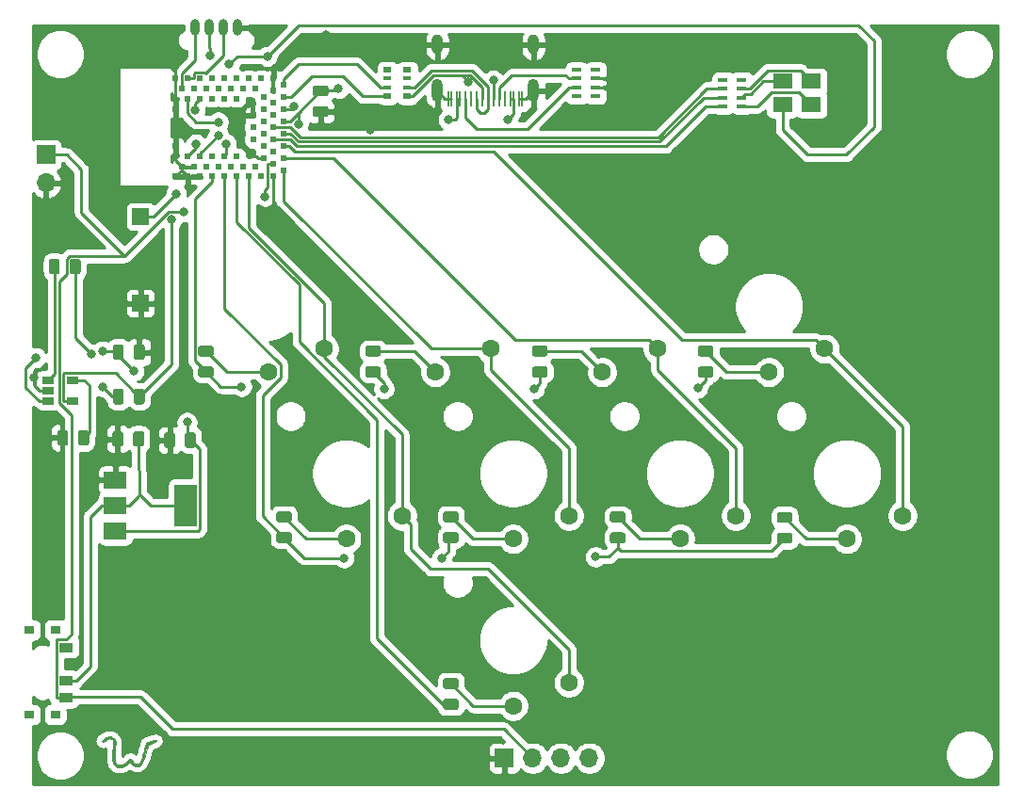
<source format=gbr>
G04 #@! TF.GenerationSoftware,KiCad,Pcbnew,5.1.5*
G04 #@! TF.CreationDate,2020-06-22T22:24:32-05:00*
G04 #@! TF.ProjectId,TwitterKeyboard,54776974-7465-4724-9b65-79626f617264,rev?*
G04 #@! TF.SameCoordinates,Original*
G04 #@! TF.FileFunction,Copper,L1,Top*
G04 #@! TF.FilePolarity,Positive*
%FSLAX46Y46*%
G04 Gerber Fmt 4.6, Leading zero omitted, Abs format (unit mm)*
G04 Created by KiCad (PCBNEW 5.1.5) date 2020-06-22 22:24:32*
%MOMM*%
%LPD*%
G04 APERTURE LIST*
%ADD10C,0.010000*%
%ADD11C,0.100000*%
%ADD12R,1.800000X1.400000*%
%ADD13O,1.000000X2.100000*%
%ADD14O,1.000000X1.800000*%
%ADD15R,0.250000X1.400000*%
%ADD16R,1.700000X1.700000*%
%ADD17O,1.700000X1.700000*%
%ADD18R,1.250000X0.900000*%
%ADD19R,0.900000X0.800000*%
%ADD20R,0.900000X0.400000*%
%ADD21R,0.800000X0.500000*%
%ADD22R,0.800000X0.400000*%
%ADD23R,1.500000X1.500000*%
%ADD24C,1.600000*%
%ADD25R,0.500000X0.500000*%
%ADD26R,1.060000X0.650000*%
%ADD27R,2.000000X3.800000*%
%ADD28R,2.000000X1.500000*%
%ADD29O,0.800000X1.500000*%
%ADD30C,0.800000*%
%ADD31C,0.250000*%
%ADD32C,0.254000*%
G04 APERTURE END LIST*
D10*
G36*
X95169413Y-105579101D02*
G01*
X95352476Y-105671441D01*
X95488408Y-105805243D01*
X95495789Y-105816445D01*
X95534296Y-105886560D01*
X95555787Y-105961161D01*
X95562260Y-106061906D01*
X95555713Y-106210454D01*
X95544912Y-106349000D01*
X95531318Y-106557176D01*
X95520127Y-106815106D01*
X95512606Y-107087886D01*
X95510038Y-107309064D01*
X95510779Y-107541042D01*
X95515613Y-107705025D01*
X95526695Y-107817664D01*
X95546180Y-107895610D01*
X95576225Y-107955512D01*
X95597732Y-107986397D01*
X95683602Y-108071274D01*
X95797178Y-108111004D01*
X95870016Y-108119227D01*
X96117890Y-108100096D01*
X96345719Y-108002890D01*
X96559344Y-107824818D01*
X96614224Y-107763825D01*
X96718892Y-107650241D01*
X96809066Y-107568178D01*
X96866141Y-107534453D01*
X96868112Y-107534334D01*
X96923755Y-107567452D01*
X96997182Y-107651096D01*
X97029505Y-107698393D01*
X97176869Y-107889127D01*
X97326913Y-108003226D01*
X97474284Y-108039020D01*
X97613631Y-107994837D01*
X97707971Y-107910223D01*
X97788653Y-107801415D01*
X97858934Y-107673458D01*
X97926082Y-107509221D01*
X97997364Y-107291574D01*
X98055985Y-107089834D01*
X98115450Y-106879010D01*
X98177683Y-106659557D01*
X98231333Y-106471471D01*
X98242246Y-106433442D01*
X98321416Y-106158050D01*
X98749565Y-105994582D01*
X98967567Y-105915972D01*
X99115998Y-105873703D01*
X99201001Y-105866227D01*
X99222145Y-105875545D01*
X99252677Y-105934474D01*
X99219740Y-105994145D01*
X99117286Y-106059634D01*
X98939270Y-106136021D01*
X98889887Y-106154600D01*
X98730263Y-106216840D01*
X98599296Y-106273866D01*
X98519270Y-106315783D01*
X98508527Y-106323933D01*
X98480315Y-106380037D01*
X98436526Y-106501746D01*
X98382553Y-106672637D01*
X98323790Y-106876288D01*
X98307251Y-106936804D01*
X98196737Y-107318610D01*
X98090651Y-107623568D01*
X97984846Y-107859062D01*
X97875173Y-108032475D01*
X97757485Y-108151190D01*
X97627635Y-108222591D01*
X97576069Y-108238398D01*
X97402379Y-108241191D01*
X97218574Y-108174646D01*
X97046259Y-108047924D01*
X96992569Y-107990944D01*
X96841511Y-107814467D01*
X96671542Y-107991355D01*
X96487034Y-108157866D01*
X96303712Y-108260737D01*
X96090918Y-108314778D01*
X95976413Y-108327186D01*
X95818971Y-108333485D01*
X95709906Y-108317957D01*
X95614244Y-108273620D01*
X95572334Y-108246552D01*
X95444087Y-108118677D01*
X95352698Y-107931493D01*
X95297655Y-107681317D01*
X95278449Y-107364461D01*
X95294569Y-106977242D01*
X95339182Y-106563076D01*
X95367945Y-106311873D01*
X95375189Y-106128459D01*
X95357137Y-105997833D01*
X95310009Y-105904997D01*
X95230027Y-105834951D01*
X95143702Y-105787122D01*
X94998658Y-105742101D01*
X94860297Y-105760585D01*
X94712541Y-105847350D01*
X94596579Y-105949650D01*
X94501116Y-106035110D01*
X94438509Y-106065811D01*
X94386292Y-106051090D01*
X94373527Y-106042361D01*
X94326073Y-105997661D01*
X94332352Y-105948669D01*
X94370525Y-105889482D01*
X94479960Y-105776072D01*
X94632501Y-105669287D01*
X94797405Y-105586782D01*
X94943928Y-105546212D01*
X94970974Y-105544667D01*
X95169413Y-105579101D01*
G37*
X95169413Y-105579101D02*
X95352476Y-105671441D01*
X95488408Y-105805243D01*
X95495789Y-105816445D01*
X95534296Y-105886560D01*
X95555787Y-105961161D01*
X95562260Y-106061906D01*
X95555713Y-106210454D01*
X95544912Y-106349000D01*
X95531318Y-106557176D01*
X95520127Y-106815106D01*
X95512606Y-107087886D01*
X95510038Y-107309064D01*
X95510779Y-107541042D01*
X95515613Y-107705025D01*
X95526695Y-107817664D01*
X95546180Y-107895610D01*
X95576225Y-107955512D01*
X95597732Y-107986397D01*
X95683602Y-108071274D01*
X95797178Y-108111004D01*
X95870016Y-108119227D01*
X96117890Y-108100096D01*
X96345719Y-108002890D01*
X96559344Y-107824818D01*
X96614224Y-107763825D01*
X96718892Y-107650241D01*
X96809066Y-107568178D01*
X96866141Y-107534453D01*
X96868112Y-107534334D01*
X96923755Y-107567452D01*
X96997182Y-107651096D01*
X97029505Y-107698393D01*
X97176869Y-107889127D01*
X97326913Y-108003226D01*
X97474284Y-108039020D01*
X97613631Y-107994837D01*
X97707971Y-107910223D01*
X97788653Y-107801415D01*
X97858934Y-107673458D01*
X97926082Y-107509221D01*
X97997364Y-107291574D01*
X98055985Y-107089834D01*
X98115450Y-106879010D01*
X98177683Y-106659557D01*
X98231333Y-106471471D01*
X98242246Y-106433442D01*
X98321416Y-106158050D01*
X98749565Y-105994582D01*
X98967567Y-105915972D01*
X99115998Y-105873703D01*
X99201001Y-105866227D01*
X99222145Y-105875545D01*
X99252677Y-105934474D01*
X99219740Y-105994145D01*
X99117286Y-106059634D01*
X98939270Y-106136021D01*
X98889887Y-106154600D01*
X98730263Y-106216840D01*
X98599296Y-106273866D01*
X98519270Y-106315783D01*
X98508527Y-106323933D01*
X98480315Y-106380037D01*
X98436526Y-106501746D01*
X98382553Y-106672637D01*
X98323790Y-106876288D01*
X98307251Y-106936804D01*
X98196737Y-107318610D01*
X98090651Y-107623568D01*
X97984846Y-107859062D01*
X97875173Y-108032475D01*
X97757485Y-108151190D01*
X97627635Y-108222591D01*
X97576069Y-108238398D01*
X97402379Y-108241191D01*
X97218574Y-108174646D01*
X97046259Y-108047924D01*
X96992569Y-107990944D01*
X96841511Y-107814467D01*
X96671542Y-107991355D01*
X96487034Y-108157866D01*
X96303712Y-108260737D01*
X96090918Y-108314778D01*
X95976413Y-108327186D01*
X95818971Y-108333485D01*
X95709906Y-108317957D01*
X95614244Y-108273620D01*
X95572334Y-108246552D01*
X95444087Y-108118677D01*
X95352698Y-107931493D01*
X95297655Y-107681317D01*
X95278449Y-107364461D01*
X95294569Y-106977242D01*
X95339182Y-106563076D01*
X95367945Y-106311873D01*
X95375189Y-106128459D01*
X95357137Y-105997833D01*
X95310009Y-105904997D01*
X95230027Y-105834951D01*
X95143702Y-105787122D01*
X94998658Y-105742101D01*
X94860297Y-105760585D01*
X94712541Y-105847350D01*
X94596579Y-105949650D01*
X94501116Y-106035110D01*
X94438509Y-106065811D01*
X94386292Y-106051090D01*
X94373527Y-106042361D01*
X94326073Y-105997661D01*
X94332352Y-105948669D01*
X94370525Y-105889482D01*
X94479960Y-105776072D01*
X94632501Y-105669287D01*
X94797405Y-105586782D01*
X94943928Y-105546212D01*
X94970974Y-105544667D01*
X95169413Y-105579101D01*
G04 #@! TA.AperFunction,SMDPad,CuDef*
D11*
G36*
X114480142Y-47013674D02*
G01*
X114503803Y-47017184D01*
X114527007Y-47022996D01*
X114549529Y-47031054D01*
X114571153Y-47041282D01*
X114591670Y-47053579D01*
X114610883Y-47067829D01*
X114628607Y-47083893D01*
X114644671Y-47101617D01*
X114658921Y-47120830D01*
X114671218Y-47141347D01*
X114681446Y-47162971D01*
X114689504Y-47185493D01*
X114695316Y-47208697D01*
X114698826Y-47232358D01*
X114700000Y-47256250D01*
X114700000Y-47743750D01*
X114698826Y-47767642D01*
X114695316Y-47791303D01*
X114689504Y-47814507D01*
X114681446Y-47837029D01*
X114671218Y-47858653D01*
X114658921Y-47879170D01*
X114644671Y-47898383D01*
X114628607Y-47916107D01*
X114610883Y-47932171D01*
X114591670Y-47946421D01*
X114571153Y-47958718D01*
X114549529Y-47968946D01*
X114527007Y-47977004D01*
X114503803Y-47982816D01*
X114480142Y-47986326D01*
X114456250Y-47987500D01*
X113543750Y-47987500D01*
X113519858Y-47986326D01*
X113496197Y-47982816D01*
X113472993Y-47977004D01*
X113450471Y-47968946D01*
X113428847Y-47958718D01*
X113408330Y-47946421D01*
X113389117Y-47932171D01*
X113371393Y-47916107D01*
X113355329Y-47898383D01*
X113341079Y-47879170D01*
X113328782Y-47858653D01*
X113318554Y-47837029D01*
X113310496Y-47814507D01*
X113304684Y-47791303D01*
X113301174Y-47767642D01*
X113300000Y-47743750D01*
X113300000Y-47256250D01*
X113301174Y-47232358D01*
X113304684Y-47208697D01*
X113310496Y-47185493D01*
X113318554Y-47162971D01*
X113328782Y-47141347D01*
X113341079Y-47120830D01*
X113355329Y-47101617D01*
X113371393Y-47083893D01*
X113389117Y-47067829D01*
X113408330Y-47053579D01*
X113428847Y-47041282D01*
X113450471Y-47031054D01*
X113472993Y-47022996D01*
X113496197Y-47017184D01*
X113519858Y-47013674D01*
X113543750Y-47012500D01*
X114456250Y-47012500D01*
X114480142Y-47013674D01*
G37*
G04 #@! TD.AperFunction*
G04 #@! TA.AperFunction,SMDPad,CuDef*
G36*
X114480142Y-48888674D02*
G01*
X114503803Y-48892184D01*
X114527007Y-48897996D01*
X114549529Y-48906054D01*
X114571153Y-48916282D01*
X114591670Y-48928579D01*
X114610883Y-48942829D01*
X114628607Y-48958893D01*
X114644671Y-48976617D01*
X114658921Y-48995830D01*
X114671218Y-49016347D01*
X114681446Y-49037971D01*
X114689504Y-49060493D01*
X114695316Y-49083697D01*
X114698826Y-49107358D01*
X114700000Y-49131250D01*
X114700000Y-49618750D01*
X114698826Y-49642642D01*
X114695316Y-49666303D01*
X114689504Y-49689507D01*
X114681446Y-49712029D01*
X114671218Y-49733653D01*
X114658921Y-49754170D01*
X114644671Y-49773383D01*
X114628607Y-49791107D01*
X114610883Y-49807171D01*
X114591670Y-49821421D01*
X114571153Y-49833718D01*
X114549529Y-49843946D01*
X114527007Y-49852004D01*
X114503803Y-49857816D01*
X114480142Y-49861326D01*
X114456250Y-49862500D01*
X113543750Y-49862500D01*
X113519858Y-49861326D01*
X113496197Y-49857816D01*
X113472993Y-49852004D01*
X113450471Y-49843946D01*
X113428847Y-49833718D01*
X113408330Y-49821421D01*
X113389117Y-49807171D01*
X113371393Y-49791107D01*
X113355329Y-49773383D01*
X113341079Y-49754170D01*
X113328782Y-49733653D01*
X113318554Y-49712029D01*
X113310496Y-49689507D01*
X113304684Y-49666303D01*
X113301174Y-49642642D01*
X113300000Y-49618750D01*
X113300000Y-49131250D01*
X113301174Y-49107358D01*
X113304684Y-49083697D01*
X113310496Y-49060493D01*
X113318554Y-49037971D01*
X113328782Y-49016347D01*
X113341079Y-48995830D01*
X113355329Y-48976617D01*
X113371393Y-48958893D01*
X113389117Y-48942829D01*
X113408330Y-48928579D01*
X113428847Y-48916282D01*
X113450471Y-48906054D01*
X113472993Y-48897996D01*
X113496197Y-48892184D01*
X113519858Y-48888674D01*
X113543750Y-48887500D01*
X114456250Y-48887500D01*
X114480142Y-48888674D01*
G37*
G04 #@! TD.AperFunction*
G04 #@! TA.AperFunction,SMDPad,CuDef*
G36*
X100692642Y-78201174D02*
G01*
X100716303Y-78204684D01*
X100739507Y-78210496D01*
X100762029Y-78218554D01*
X100783653Y-78228782D01*
X100804170Y-78241079D01*
X100823383Y-78255329D01*
X100841107Y-78271393D01*
X100857171Y-78289117D01*
X100871421Y-78308330D01*
X100883718Y-78328847D01*
X100893946Y-78350471D01*
X100902004Y-78372993D01*
X100907816Y-78396197D01*
X100911326Y-78419858D01*
X100912500Y-78443750D01*
X100912500Y-79356250D01*
X100911326Y-79380142D01*
X100907816Y-79403803D01*
X100902004Y-79427007D01*
X100893946Y-79449529D01*
X100883718Y-79471153D01*
X100871421Y-79491670D01*
X100857171Y-79510883D01*
X100841107Y-79528607D01*
X100823383Y-79544671D01*
X100804170Y-79558921D01*
X100783653Y-79571218D01*
X100762029Y-79581446D01*
X100739507Y-79589504D01*
X100716303Y-79595316D01*
X100692642Y-79598826D01*
X100668750Y-79600000D01*
X100181250Y-79600000D01*
X100157358Y-79598826D01*
X100133697Y-79595316D01*
X100110493Y-79589504D01*
X100087971Y-79581446D01*
X100066347Y-79571218D01*
X100045830Y-79558921D01*
X100026617Y-79544671D01*
X100008893Y-79528607D01*
X99992829Y-79510883D01*
X99978579Y-79491670D01*
X99966282Y-79471153D01*
X99956054Y-79449529D01*
X99947996Y-79427007D01*
X99942184Y-79403803D01*
X99938674Y-79380142D01*
X99937500Y-79356250D01*
X99937500Y-78443750D01*
X99938674Y-78419858D01*
X99942184Y-78396197D01*
X99947996Y-78372993D01*
X99956054Y-78350471D01*
X99966282Y-78328847D01*
X99978579Y-78308330D01*
X99992829Y-78289117D01*
X100008893Y-78271393D01*
X100026617Y-78255329D01*
X100045830Y-78241079D01*
X100066347Y-78228782D01*
X100087971Y-78218554D01*
X100110493Y-78210496D01*
X100133697Y-78204684D01*
X100157358Y-78201174D01*
X100181250Y-78200000D01*
X100668750Y-78200000D01*
X100692642Y-78201174D01*
G37*
G04 #@! TD.AperFunction*
G04 #@! TA.AperFunction,SMDPad,CuDef*
G36*
X102567642Y-78201174D02*
G01*
X102591303Y-78204684D01*
X102614507Y-78210496D01*
X102637029Y-78218554D01*
X102658653Y-78228782D01*
X102679170Y-78241079D01*
X102698383Y-78255329D01*
X102716107Y-78271393D01*
X102732171Y-78289117D01*
X102746421Y-78308330D01*
X102758718Y-78328847D01*
X102768946Y-78350471D01*
X102777004Y-78372993D01*
X102782816Y-78396197D01*
X102786326Y-78419858D01*
X102787500Y-78443750D01*
X102787500Y-79356250D01*
X102786326Y-79380142D01*
X102782816Y-79403803D01*
X102777004Y-79427007D01*
X102768946Y-79449529D01*
X102758718Y-79471153D01*
X102746421Y-79491670D01*
X102732171Y-79510883D01*
X102716107Y-79528607D01*
X102698383Y-79544671D01*
X102679170Y-79558921D01*
X102658653Y-79571218D01*
X102637029Y-79581446D01*
X102614507Y-79589504D01*
X102591303Y-79595316D01*
X102567642Y-79598826D01*
X102543750Y-79600000D01*
X102056250Y-79600000D01*
X102032358Y-79598826D01*
X102008697Y-79595316D01*
X101985493Y-79589504D01*
X101962971Y-79581446D01*
X101941347Y-79571218D01*
X101920830Y-79558921D01*
X101901617Y-79544671D01*
X101883893Y-79528607D01*
X101867829Y-79510883D01*
X101853579Y-79491670D01*
X101841282Y-79471153D01*
X101831054Y-79449529D01*
X101822996Y-79427007D01*
X101817184Y-79403803D01*
X101813674Y-79380142D01*
X101812500Y-79356250D01*
X101812500Y-78443750D01*
X101813674Y-78419858D01*
X101817184Y-78396197D01*
X101822996Y-78372993D01*
X101831054Y-78350471D01*
X101841282Y-78328847D01*
X101853579Y-78308330D01*
X101867829Y-78289117D01*
X101883893Y-78271393D01*
X101901617Y-78255329D01*
X101920830Y-78241079D01*
X101941347Y-78228782D01*
X101962971Y-78218554D01*
X101985493Y-78210496D01*
X102008697Y-78204684D01*
X102032358Y-78201174D01*
X102056250Y-78200000D01*
X102543750Y-78200000D01*
X102567642Y-78201174D01*
G37*
G04 #@! TD.AperFunction*
G04 #@! TA.AperFunction,SMDPad,CuDef*
G36*
X96030142Y-78101174D02*
G01*
X96053803Y-78104684D01*
X96077007Y-78110496D01*
X96099529Y-78118554D01*
X96121153Y-78128782D01*
X96141670Y-78141079D01*
X96160883Y-78155329D01*
X96178607Y-78171393D01*
X96194671Y-78189117D01*
X96208921Y-78208330D01*
X96221218Y-78228847D01*
X96231446Y-78250471D01*
X96239504Y-78272993D01*
X96245316Y-78296197D01*
X96248826Y-78319858D01*
X96250000Y-78343750D01*
X96250000Y-79256250D01*
X96248826Y-79280142D01*
X96245316Y-79303803D01*
X96239504Y-79327007D01*
X96231446Y-79349529D01*
X96221218Y-79371153D01*
X96208921Y-79391670D01*
X96194671Y-79410883D01*
X96178607Y-79428607D01*
X96160883Y-79444671D01*
X96141670Y-79458921D01*
X96121153Y-79471218D01*
X96099529Y-79481446D01*
X96077007Y-79489504D01*
X96053803Y-79495316D01*
X96030142Y-79498826D01*
X96006250Y-79500000D01*
X95518750Y-79500000D01*
X95494858Y-79498826D01*
X95471197Y-79495316D01*
X95447993Y-79489504D01*
X95425471Y-79481446D01*
X95403847Y-79471218D01*
X95383330Y-79458921D01*
X95364117Y-79444671D01*
X95346393Y-79428607D01*
X95330329Y-79410883D01*
X95316079Y-79391670D01*
X95303782Y-79371153D01*
X95293554Y-79349529D01*
X95285496Y-79327007D01*
X95279684Y-79303803D01*
X95276174Y-79280142D01*
X95275000Y-79256250D01*
X95275000Y-78343750D01*
X95276174Y-78319858D01*
X95279684Y-78296197D01*
X95285496Y-78272993D01*
X95293554Y-78250471D01*
X95303782Y-78228847D01*
X95316079Y-78208330D01*
X95330329Y-78189117D01*
X95346393Y-78171393D01*
X95364117Y-78155329D01*
X95383330Y-78141079D01*
X95403847Y-78128782D01*
X95425471Y-78118554D01*
X95447993Y-78110496D01*
X95471197Y-78104684D01*
X95494858Y-78101174D01*
X95518750Y-78100000D01*
X96006250Y-78100000D01*
X96030142Y-78101174D01*
G37*
G04 #@! TD.AperFunction*
G04 #@! TA.AperFunction,SMDPad,CuDef*
G36*
X97905142Y-78101174D02*
G01*
X97928803Y-78104684D01*
X97952007Y-78110496D01*
X97974529Y-78118554D01*
X97996153Y-78128782D01*
X98016670Y-78141079D01*
X98035883Y-78155329D01*
X98053607Y-78171393D01*
X98069671Y-78189117D01*
X98083921Y-78208330D01*
X98096218Y-78228847D01*
X98106446Y-78250471D01*
X98114504Y-78272993D01*
X98120316Y-78296197D01*
X98123826Y-78319858D01*
X98125000Y-78343750D01*
X98125000Y-79256250D01*
X98123826Y-79280142D01*
X98120316Y-79303803D01*
X98114504Y-79327007D01*
X98106446Y-79349529D01*
X98096218Y-79371153D01*
X98083921Y-79391670D01*
X98069671Y-79410883D01*
X98053607Y-79428607D01*
X98035883Y-79444671D01*
X98016670Y-79458921D01*
X97996153Y-79471218D01*
X97974529Y-79481446D01*
X97952007Y-79489504D01*
X97928803Y-79495316D01*
X97905142Y-79498826D01*
X97881250Y-79500000D01*
X97393750Y-79500000D01*
X97369858Y-79498826D01*
X97346197Y-79495316D01*
X97322993Y-79489504D01*
X97300471Y-79481446D01*
X97278847Y-79471218D01*
X97258330Y-79458921D01*
X97239117Y-79444671D01*
X97221393Y-79428607D01*
X97205329Y-79410883D01*
X97191079Y-79391670D01*
X97178782Y-79371153D01*
X97168554Y-79349529D01*
X97160496Y-79327007D01*
X97154684Y-79303803D01*
X97151174Y-79280142D01*
X97150000Y-79256250D01*
X97150000Y-78343750D01*
X97151174Y-78319858D01*
X97154684Y-78296197D01*
X97160496Y-78272993D01*
X97168554Y-78250471D01*
X97178782Y-78228847D01*
X97191079Y-78208330D01*
X97205329Y-78189117D01*
X97221393Y-78171393D01*
X97239117Y-78155329D01*
X97258330Y-78141079D01*
X97278847Y-78128782D01*
X97300471Y-78118554D01*
X97322993Y-78110496D01*
X97346197Y-78104684D01*
X97369858Y-78101174D01*
X97393750Y-78100000D01*
X97881250Y-78100000D01*
X97905142Y-78101174D01*
G37*
G04 #@! TD.AperFunction*
G04 #@! TA.AperFunction,SMDPad,CuDef*
G36*
X97967642Y-70301174D02*
G01*
X97991303Y-70304684D01*
X98014507Y-70310496D01*
X98037029Y-70318554D01*
X98058653Y-70328782D01*
X98079170Y-70341079D01*
X98098383Y-70355329D01*
X98116107Y-70371393D01*
X98132171Y-70389117D01*
X98146421Y-70408330D01*
X98158718Y-70428847D01*
X98168946Y-70450471D01*
X98177004Y-70472993D01*
X98182816Y-70496197D01*
X98186326Y-70519858D01*
X98187500Y-70543750D01*
X98187500Y-71456250D01*
X98186326Y-71480142D01*
X98182816Y-71503803D01*
X98177004Y-71527007D01*
X98168946Y-71549529D01*
X98158718Y-71571153D01*
X98146421Y-71591670D01*
X98132171Y-71610883D01*
X98116107Y-71628607D01*
X98098383Y-71644671D01*
X98079170Y-71658921D01*
X98058653Y-71671218D01*
X98037029Y-71681446D01*
X98014507Y-71689504D01*
X97991303Y-71695316D01*
X97967642Y-71698826D01*
X97943750Y-71700000D01*
X97456250Y-71700000D01*
X97432358Y-71698826D01*
X97408697Y-71695316D01*
X97385493Y-71689504D01*
X97362971Y-71681446D01*
X97341347Y-71671218D01*
X97320830Y-71658921D01*
X97301617Y-71644671D01*
X97283893Y-71628607D01*
X97267829Y-71610883D01*
X97253579Y-71591670D01*
X97241282Y-71571153D01*
X97231054Y-71549529D01*
X97222996Y-71527007D01*
X97217184Y-71503803D01*
X97213674Y-71480142D01*
X97212500Y-71456250D01*
X97212500Y-70543750D01*
X97213674Y-70519858D01*
X97217184Y-70496197D01*
X97222996Y-70472993D01*
X97231054Y-70450471D01*
X97241282Y-70428847D01*
X97253579Y-70408330D01*
X97267829Y-70389117D01*
X97283893Y-70371393D01*
X97301617Y-70355329D01*
X97320830Y-70341079D01*
X97341347Y-70328782D01*
X97362971Y-70318554D01*
X97385493Y-70310496D01*
X97408697Y-70304684D01*
X97432358Y-70301174D01*
X97456250Y-70300000D01*
X97943750Y-70300000D01*
X97967642Y-70301174D01*
G37*
G04 #@! TD.AperFunction*
G04 #@! TA.AperFunction,SMDPad,CuDef*
G36*
X96092642Y-70301174D02*
G01*
X96116303Y-70304684D01*
X96139507Y-70310496D01*
X96162029Y-70318554D01*
X96183653Y-70328782D01*
X96204170Y-70341079D01*
X96223383Y-70355329D01*
X96241107Y-70371393D01*
X96257171Y-70389117D01*
X96271421Y-70408330D01*
X96283718Y-70428847D01*
X96293946Y-70450471D01*
X96302004Y-70472993D01*
X96307816Y-70496197D01*
X96311326Y-70519858D01*
X96312500Y-70543750D01*
X96312500Y-71456250D01*
X96311326Y-71480142D01*
X96307816Y-71503803D01*
X96302004Y-71527007D01*
X96293946Y-71549529D01*
X96283718Y-71571153D01*
X96271421Y-71591670D01*
X96257171Y-71610883D01*
X96241107Y-71628607D01*
X96223383Y-71644671D01*
X96204170Y-71658921D01*
X96183653Y-71671218D01*
X96162029Y-71681446D01*
X96139507Y-71689504D01*
X96116303Y-71695316D01*
X96092642Y-71698826D01*
X96068750Y-71700000D01*
X95581250Y-71700000D01*
X95557358Y-71698826D01*
X95533697Y-71695316D01*
X95510493Y-71689504D01*
X95487971Y-71681446D01*
X95466347Y-71671218D01*
X95445830Y-71658921D01*
X95426617Y-71644671D01*
X95408893Y-71628607D01*
X95392829Y-71610883D01*
X95378579Y-71591670D01*
X95366282Y-71571153D01*
X95356054Y-71549529D01*
X95347996Y-71527007D01*
X95342184Y-71503803D01*
X95338674Y-71480142D01*
X95337500Y-71456250D01*
X95337500Y-70543750D01*
X95338674Y-70519858D01*
X95342184Y-70496197D01*
X95347996Y-70472993D01*
X95356054Y-70450471D01*
X95366282Y-70428847D01*
X95378579Y-70408330D01*
X95392829Y-70389117D01*
X95408893Y-70371393D01*
X95426617Y-70355329D01*
X95445830Y-70341079D01*
X95466347Y-70328782D01*
X95487971Y-70318554D01*
X95510493Y-70310496D01*
X95533697Y-70304684D01*
X95557358Y-70301174D01*
X95581250Y-70300000D01*
X96068750Y-70300000D01*
X96092642Y-70301174D01*
G37*
G04 #@! TD.AperFunction*
D12*
X155500000Y-46650000D03*
X158100000Y-46650000D03*
X155500000Y-48750000D03*
X158100000Y-48750000D03*
G04 #@! TA.AperFunction,SMDPad,CuDef*
D11*
G36*
X104180142Y-72288674D02*
G01*
X104203803Y-72292184D01*
X104227007Y-72297996D01*
X104249529Y-72306054D01*
X104271153Y-72316282D01*
X104291670Y-72328579D01*
X104310883Y-72342829D01*
X104328607Y-72358893D01*
X104344671Y-72376617D01*
X104358921Y-72395830D01*
X104371218Y-72416347D01*
X104381446Y-72437971D01*
X104389504Y-72460493D01*
X104395316Y-72483697D01*
X104398826Y-72507358D01*
X104400000Y-72531250D01*
X104400000Y-73018750D01*
X104398826Y-73042642D01*
X104395316Y-73066303D01*
X104389504Y-73089507D01*
X104381446Y-73112029D01*
X104371218Y-73133653D01*
X104358921Y-73154170D01*
X104344671Y-73173383D01*
X104328607Y-73191107D01*
X104310883Y-73207171D01*
X104291670Y-73221421D01*
X104271153Y-73233718D01*
X104249529Y-73243946D01*
X104227007Y-73252004D01*
X104203803Y-73257816D01*
X104180142Y-73261326D01*
X104156250Y-73262500D01*
X103243750Y-73262500D01*
X103219858Y-73261326D01*
X103196197Y-73257816D01*
X103172993Y-73252004D01*
X103150471Y-73243946D01*
X103128847Y-73233718D01*
X103108330Y-73221421D01*
X103089117Y-73207171D01*
X103071393Y-73191107D01*
X103055329Y-73173383D01*
X103041079Y-73154170D01*
X103028782Y-73133653D01*
X103018554Y-73112029D01*
X103010496Y-73089507D01*
X103004684Y-73066303D01*
X103001174Y-73042642D01*
X103000000Y-73018750D01*
X103000000Y-72531250D01*
X103001174Y-72507358D01*
X103004684Y-72483697D01*
X103010496Y-72460493D01*
X103018554Y-72437971D01*
X103028782Y-72416347D01*
X103041079Y-72395830D01*
X103055329Y-72376617D01*
X103071393Y-72358893D01*
X103089117Y-72342829D01*
X103108330Y-72328579D01*
X103128847Y-72316282D01*
X103150471Y-72306054D01*
X103172993Y-72297996D01*
X103196197Y-72292184D01*
X103219858Y-72288674D01*
X103243750Y-72287500D01*
X104156250Y-72287500D01*
X104180142Y-72288674D01*
G37*
G04 #@! TD.AperFunction*
G04 #@! TA.AperFunction,SMDPad,CuDef*
G36*
X104180142Y-70413674D02*
G01*
X104203803Y-70417184D01*
X104227007Y-70422996D01*
X104249529Y-70431054D01*
X104271153Y-70441282D01*
X104291670Y-70453579D01*
X104310883Y-70467829D01*
X104328607Y-70483893D01*
X104344671Y-70501617D01*
X104358921Y-70520830D01*
X104371218Y-70541347D01*
X104381446Y-70562971D01*
X104389504Y-70585493D01*
X104395316Y-70608697D01*
X104398826Y-70632358D01*
X104400000Y-70656250D01*
X104400000Y-71143750D01*
X104398826Y-71167642D01*
X104395316Y-71191303D01*
X104389504Y-71214507D01*
X104381446Y-71237029D01*
X104371218Y-71258653D01*
X104358921Y-71279170D01*
X104344671Y-71298383D01*
X104328607Y-71316107D01*
X104310883Y-71332171D01*
X104291670Y-71346421D01*
X104271153Y-71358718D01*
X104249529Y-71368946D01*
X104227007Y-71377004D01*
X104203803Y-71382816D01*
X104180142Y-71386326D01*
X104156250Y-71387500D01*
X103243750Y-71387500D01*
X103219858Y-71386326D01*
X103196197Y-71382816D01*
X103172993Y-71377004D01*
X103150471Y-71368946D01*
X103128847Y-71358718D01*
X103108330Y-71346421D01*
X103089117Y-71332171D01*
X103071393Y-71316107D01*
X103055329Y-71298383D01*
X103041079Y-71279170D01*
X103028782Y-71258653D01*
X103018554Y-71237029D01*
X103010496Y-71214507D01*
X103004684Y-71191303D01*
X103001174Y-71167642D01*
X103000000Y-71143750D01*
X103000000Y-70656250D01*
X103001174Y-70632358D01*
X103004684Y-70608697D01*
X103010496Y-70585493D01*
X103018554Y-70562971D01*
X103028782Y-70541347D01*
X103041079Y-70520830D01*
X103055329Y-70501617D01*
X103071393Y-70483893D01*
X103089117Y-70467829D01*
X103108330Y-70453579D01*
X103128847Y-70441282D01*
X103150471Y-70431054D01*
X103172993Y-70422996D01*
X103196197Y-70417184D01*
X103219858Y-70413674D01*
X103243750Y-70412500D01*
X104156250Y-70412500D01*
X104180142Y-70413674D01*
G37*
G04 #@! TD.AperFunction*
G04 #@! TA.AperFunction,SMDPad,CuDef*
G36*
X119180142Y-70413674D02*
G01*
X119203803Y-70417184D01*
X119227007Y-70422996D01*
X119249529Y-70431054D01*
X119271153Y-70441282D01*
X119291670Y-70453579D01*
X119310883Y-70467829D01*
X119328607Y-70483893D01*
X119344671Y-70501617D01*
X119358921Y-70520830D01*
X119371218Y-70541347D01*
X119381446Y-70562971D01*
X119389504Y-70585493D01*
X119395316Y-70608697D01*
X119398826Y-70632358D01*
X119400000Y-70656250D01*
X119400000Y-71143750D01*
X119398826Y-71167642D01*
X119395316Y-71191303D01*
X119389504Y-71214507D01*
X119381446Y-71237029D01*
X119371218Y-71258653D01*
X119358921Y-71279170D01*
X119344671Y-71298383D01*
X119328607Y-71316107D01*
X119310883Y-71332171D01*
X119291670Y-71346421D01*
X119271153Y-71358718D01*
X119249529Y-71368946D01*
X119227007Y-71377004D01*
X119203803Y-71382816D01*
X119180142Y-71386326D01*
X119156250Y-71387500D01*
X118243750Y-71387500D01*
X118219858Y-71386326D01*
X118196197Y-71382816D01*
X118172993Y-71377004D01*
X118150471Y-71368946D01*
X118128847Y-71358718D01*
X118108330Y-71346421D01*
X118089117Y-71332171D01*
X118071393Y-71316107D01*
X118055329Y-71298383D01*
X118041079Y-71279170D01*
X118028782Y-71258653D01*
X118018554Y-71237029D01*
X118010496Y-71214507D01*
X118004684Y-71191303D01*
X118001174Y-71167642D01*
X118000000Y-71143750D01*
X118000000Y-70656250D01*
X118001174Y-70632358D01*
X118004684Y-70608697D01*
X118010496Y-70585493D01*
X118018554Y-70562971D01*
X118028782Y-70541347D01*
X118041079Y-70520830D01*
X118055329Y-70501617D01*
X118071393Y-70483893D01*
X118089117Y-70467829D01*
X118108330Y-70453579D01*
X118128847Y-70441282D01*
X118150471Y-70431054D01*
X118172993Y-70422996D01*
X118196197Y-70417184D01*
X118219858Y-70413674D01*
X118243750Y-70412500D01*
X119156250Y-70412500D01*
X119180142Y-70413674D01*
G37*
G04 #@! TD.AperFunction*
G04 #@! TA.AperFunction,SMDPad,CuDef*
G36*
X119180142Y-72288674D02*
G01*
X119203803Y-72292184D01*
X119227007Y-72297996D01*
X119249529Y-72306054D01*
X119271153Y-72316282D01*
X119291670Y-72328579D01*
X119310883Y-72342829D01*
X119328607Y-72358893D01*
X119344671Y-72376617D01*
X119358921Y-72395830D01*
X119371218Y-72416347D01*
X119381446Y-72437971D01*
X119389504Y-72460493D01*
X119395316Y-72483697D01*
X119398826Y-72507358D01*
X119400000Y-72531250D01*
X119400000Y-73018750D01*
X119398826Y-73042642D01*
X119395316Y-73066303D01*
X119389504Y-73089507D01*
X119381446Y-73112029D01*
X119371218Y-73133653D01*
X119358921Y-73154170D01*
X119344671Y-73173383D01*
X119328607Y-73191107D01*
X119310883Y-73207171D01*
X119291670Y-73221421D01*
X119271153Y-73233718D01*
X119249529Y-73243946D01*
X119227007Y-73252004D01*
X119203803Y-73257816D01*
X119180142Y-73261326D01*
X119156250Y-73262500D01*
X118243750Y-73262500D01*
X118219858Y-73261326D01*
X118196197Y-73257816D01*
X118172993Y-73252004D01*
X118150471Y-73243946D01*
X118128847Y-73233718D01*
X118108330Y-73221421D01*
X118089117Y-73207171D01*
X118071393Y-73191107D01*
X118055329Y-73173383D01*
X118041079Y-73154170D01*
X118028782Y-73133653D01*
X118018554Y-73112029D01*
X118010496Y-73089507D01*
X118004684Y-73066303D01*
X118001174Y-73042642D01*
X118000000Y-73018750D01*
X118000000Y-72531250D01*
X118001174Y-72507358D01*
X118004684Y-72483697D01*
X118010496Y-72460493D01*
X118018554Y-72437971D01*
X118028782Y-72416347D01*
X118041079Y-72395830D01*
X118055329Y-72376617D01*
X118071393Y-72358893D01*
X118089117Y-72342829D01*
X118108330Y-72328579D01*
X118128847Y-72316282D01*
X118150471Y-72306054D01*
X118172993Y-72297996D01*
X118196197Y-72292184D01*
X118219858Y-72288674D01*
X118243750Y-72287500D01*
X119156250Y-72287500D01*
X119180142Y-72288674D01*
G37*
G04 #@! TD.AperFunction*
G04 #@! TA.AperFunction,SMDPad,CuDef*
G36*
X134180142Y-72288674D02*
G01*
X134203803Y-72292184D01*
X134227007Y-72297996D01*
X134249529Y-72306054D01*
X134271153Y-72316282D01*
X134291670Y-72328579D01*
X134310883Y-72342829D01*
X134328607Y-72358893D01*
X134344671Y-72376617D01*
X134358921Y-72395830D01*
X134371218Y-72416347D01*
X134381446Y-72437971D01*
X134389504Y-72460493D01*
X134395316Y-72483697D01*
X134398826Y-72507358D01*
X134400000Y-72531250D01*
X134400000Y-73018750D01*
X134398826Y-73042642D01*
X134395316Y-73066303D01*
X134389504Y-73089507D01*
X134381446Y-73112029D01*
X134371218Y-73133653D01*
X134358921Y-73154170D01*
X134344671Y-73173383D01*
X134328607Y-73191107D01*
X134310883Y-73207171D01*
X134291670Y-73221421D01*
X134271153Y-73233718D01*
X134249529Y-73243946D01*
X134227007Y-73252004D01*
X134203803Y-73257816D01*
X134180142Y-73261326D01*
X134156250Y-73262500D01*
X133243750Y-73262500D01*
X133219858Y-73261326D01*
X133196197Y-73257816D01*
X133172993Y-73252004D01*
X133150471Y-73243946D01*
X133128847Y-73233718D01*
X133108330Y-73221421D01*
X133089117Y-73207171D01*
X133071393Y-73191107D01*
X133055329Y-73173383D01*
X133041079Y-73154170D01*
X133028782Y-73133653D01*
X133018554Y-73112029D01*
X133010496Y-73089507D01*
X133004684Y-73066303D01*
X133001174Y-73042642D01*
X133000000Y-73018750D01*
X133000000Y-72531250D01*
X133001174Y-72507358D01*
X133004684Y-72483697D01*
X133010496Y-72460493D01*
X133018554Y-72437971D01*
X133028782Y-72416347D01*
X133041079Y-72395830D01*
X133055329Y-72376617D01*
X133071393Y-72358893D01*
X133089117Y-72342829D01*
X133108330Y-72328579D01*
X133128847Y-72316282D01*
X133150471Y-72306054D01*
X133172993Y-72297996D01*
X133196197Y-72292184D01*
X133219858Y-72288674D01*
X133243750Y-72287500D01*
X134156250Y-72287500D01*
X134180142Y-72288674D01*
G37*
G04 #@! TD.AperFunction*
G04 #@! TA.AperFunction,SMDPad,CuDef*
G36*
X134180142Y-70413674D02*
G01*
X134203803Y-70417184D01*
X134227007Y-70422996D01*
X134249529Y-70431054D01*
X134271153Y-70441282D01*
X134291670Y-70453579D01*
X134310883Y-70467829D01*
X134328607Y-70483893D01*
X134344671Y-70501617D01*
X134358921Y-70520830D01*
X134371218Y-70541347D01*
X134381446Y-70562971D01*
X134389504Y-70585493D01*
X134395316Y-70608697D01*
X134398826Y-70632358D01*
X134400000Y-70656250D01*
X134400000Y-71143750D01*
X134398826Y-71167642D01*
X134395316Y-71191303D01*
X134389504Y-71214507D01*
X134381446Y-71237029D01*
X134371218Y-71258653D01*
X134358921Y-71279170D01*
X134344671Y-71298383D01*
X134328607Y-71316107D01*
X134310883Y-71332171D01*
X134291670Y-71346421D01*
X134271153Y-71358718D01*
X134249529Y-71368946D01*
X134227007Y-71377004D01*
X134203803Y-71382816D01*
X134180142Y-71386326D01*
X134156250Y-71387500D01*
X133243750Y-71387500D01*
X133219858Y-71386326D01*
X133196197Y-71382816D01*
X133172993Y-71377004D01*
X133150471Y-71368946D01*
X133128847Y-71358718D01*
X133108330Y-71346421D01*
X133089117Y-71332171D01*
X133071393Y-71316107D01*
X133055329Y-71298383D01*
X133041079Y-71279170D01*
X133028782Y-71258653D01*
X133018554Y-71237029D01*
X133010496Y-71214507D01*
X133004684Y-71191303D01*
X133001174Y-71167642D01*
X133000000Y-71143750D01*
X133000000Y-70656250D01*
X133001174Y-70632358D01*
X133004684Y-70608697D01*
X133010496Y-70585493D01*
X133018554Y-70562971D01*
X133028782Y-70541347D01*
X133041079Y-70520830D01*
X133055329Y-70501617D01*
X133071393Y-70483893D01*
X133089117Y-70467829D01*
X133108330Y-70453579D01*
X133128847Y-70441282D01*
X133150471Y-70431054D01*
X133172993Y-70422996D01*
X133196197Y-70417184D01*
X133219858Y-70413674D01*
X133243750Y-70412500D01*
X134156250Y-70412500D01*
X134180142Y-70413674D01*
G37*
G04 #@! TD.AperFunction*
G04 #@! TA.AperFunction,SMDPad,CuDef*
G36*
X149080142Y-70413674D02*
G01*
X149103803Y-70417184D01*
X149127007Y-70422996D01*
X149149529Y-70431054D01*
X149171153Y-70441282D01*
X149191670Y-70453579D01*
X149210883Y-70467829D01*
X149228607Y-70483893D01*
X149244671Y-70501617D01*
X149258921Y-70520830D01*
X149271218Y-70541347D01*
X149281446Y-70562971D01*
X149289504Y-70585493D01*
X149295316Y-70608697D01*
X149298826Y-70632358D01*
X149300000Y-70656250D01*
X149300000Y-71143750D01*
X149298826Y-71167642D01*
X149295316Y-71191303D01*
X149289504Y-71214507D01*
X149281446Y-71237029D01*
X149271218Y-71258653D01*
X149258921Y-71279170D01*
X149244671Y-71298383D01*
X149228607Y-71316107D01*
X149210883Y-71332171D01*
X149191670Y-71346421D01*
X149171153Y-71358718D01*
X149149529Y-71368946D01*
X149127007Y-71377004D01*
X149103803Y-71382816D01*
X149080142Y-71386326D01*
X149056250Y-71387500D01*
X148143750Y-71387500D01*
X148119858Y-71386326D01*
X148096197Y-71382816D01*
X148072993Y-71377004D01*
X148050471Y-71368946D01*
X148028847Y-71358718D01*
X148008330Y-71346421D01*
X147989117Y-71332171D01*
X147971393Y-71316107D01*
X147955329Y-71298383D01*
X147941079Y-71279170D01*
X147928782Y-71258653D01*
X147918554Y-71237029D01*
X147910496Y-71214507D01*
X147904684Y-71191303D01*
X147901174Y-71167642D01*
X147900000Y-71143750D01*
X147900000Y-70656250D01*
X147901174Y-70632358D01*
X147904684Y-70608697D01*
X147910496Y-70585493D01*
X147918554Y-70562971D01*
X147928782Y-70541347D01*
X147941079Y-70520830D01*
X147955329Y-70501617D01*
X147971393Y-70483893D01*
X147989117Y-70467829D01*
X148008330Y-70453579D01*
X148028847Y-70441282D01*
X148050471Y-70431054D01*
X148072993Y-70422996D01*
X148096197Y-70417184D01*
X148119858Y-70413674D01*
X148143750Y-70412500D01*
X149056250Y-70412500D01*
X149080142Y-70413674D01*
G37*
G04 #@! TD.AperFunction*
G04 #@! TA.AperFunction,SMDPad,CuDef*
G36*
X149080142Y-72288674D02*
G01*
X149103803Y-72292184D01*
X149127007Y-72297996D01*
X149149529Y-72306054D01*
X149171153Y-72316282D01*
X149191670Y-72328579D01*
X149210883Y-72342829D01*
X149228607Y-72358893D01*
X149244671Y-72376617D01*
X149258921Y-72395830D01*
X149271218Y-72416347D01*
X149281446Y-72437971D01*
X149289504Y-72460493D01*
X149295316Y-72483697D01*
X149298826Y-72507358D01*
X149300000Y-72531250D01*
X149300000Y-73018750D01*
X149298826Y-73042642D01*
X149295316Y-73066303D01*
X149289504Y-73089507D01*
X149281446Y-73112029D01*
X149271218Y-73133653D01*
X149258921Y-73154170D01*
X149244671Y-73173383D01*
X149228607Y-73191107D01*
X149210883Y-73207171D01*
X149191670Y-73221421D01*
X149171153Y-73233718D01*
X149149529Y-73243946D01*
X149127007Y-73252004D01*
X149103803Y-73257816D01*
X149080142Y-73261326D01*
X149056250Y-73262500D01*
X148143750Y-73262500D01*
X148119858Y-73261326D01*
X148096197Y-73257816D01*
X148072993Y-73252004D01*
X148050471Y-73243946D01*
X148028847Y-73233718D01*
X148008330Y-73221421D01*
X147989117Y-73207171D01*
X147971393Y-73191107D01*
X147955329Y-73173383D01*
X147941079Y-73154170D01*
X147928782Y-73133653D01*
X147918554Y-73112029D01*
X147910496Y-73089507D01*
X147904684Y-73066303D01*
X147901174Y-73042642D01*
X147900000Y-73018750D01*
X147900000Y-72531250D01*
X147901174Y-72507358D01*
X147904684Y-72483697D01*
X147910496Y-72460493D01*
X147918554Y-72437971D01*
X147928782Y-72416347D01*
X147941079Y-72395830D01*
X147955329Y-72376617D01*
X147971393Y-72358893D01*
X147989117Y-72342829D01*
X148008330Y-72328579D01*
X148028847Y-72316282D01*
X148050471Y-72306054D01*
X148072993Y-72297996D01*
X148096197Y-72292184D01*
X148119858Y-72288674D01*
X148143750Y-72287500D01*
X149056250Y-72287500D01*
X149080142Y-72288674D01*
G37*
G04 #@! TD.AperFunction*
G04 #@! TA.AperFunction,SMDPad,CuDef*
G36*
X111180142Y-87188674D02*
G01*
X111203803Y-87192184D01*
X111227007Y-87197996D01*
X111249529Y-87206054D01*
X111271153Y-87216282D01*
X111291670Y-87228579D01*
X111310883Y-87242829D01*
X111328607Y-87258893D01*
X111344671Y-87276617D01*
X111358921Y-87295830D01*
X111371218Y-87316347D01*
X111381446Y-87337971D01*
X111389504Y-87360493D01*
X111395316Y-87383697D01*
X111398826Y-87407358D01*
X111400000Y-87431250D01*
X111400000Y-87918750D01*
X111398826Y-87942642D01*
X111395316Y-87966303D01*
X111389504Y-87989507D01*
X111381446Y-88012029D01*
X111371218Y-88033653D01*
X111358921Y-88054170D01*
X111344671Y-88073383D01*
X111328607Y-88091107D01*
X111310883Y-88107171D01*
X111291670Y-88121421D01*
X111271153Y-88133718D01*
X111249529Y-88143946D01*
X111227007Y-88152004D01*
X111203803Y-88157816D01*
X111180142Y-88161326D01*
X111156250Y-88162500D01*
X110243750Y-88162500D01*
X110219858Y-88161326D01*
X110196197Y-88157816D01*
X110172993Y-88152004D01*
X110150471Y-88143946D01*
X110128847Y-88133718D01*
X110108330Y-88121421D01*
X110089117Y-88107171D01*
X110071393Y-88091107D01*
X110055329Y-88073383D01*
X110041079Y-88054170D01*
X110028782Y-88033653D01*
X110018554Y-88012029D01*
X110010496Y-87989507D01*
X110004684Y-87966303D01*
X110001174Y-87942642D01*
X110000000Y-87918750D01*
X110000000Y-87431250D01*
X110001174Y-87407358D01*
X110004684Y-87383697D01*
X110010496Y-87360493D01*
X110018554Y-87337971D01*
X110028782Y-87316347D01*
X110041079Y-87295830D01*
X110055329Y-87276617D01*
X110071393Y-87258893D01*
X110089117Y-87242829D01*
X110108330Y-87228579D01*
X110128847Y-87216282D01*
X110150471Y-87206054D01*
X110172993Y-87197996D01*
X110196197Y-87192184D01*
X110219858Y-87188674D01*
X110243750Y-87187500D01*
X111156250Y-87187500D01*
X111180142Y-87188674D01*
G37*
G04 #@! TD.AperFunction*
G04 #@! TA.AperFunction,SMDPad,CuDef*
G36*
X111180142Y-85313674D02*
G01*
X111203803Y-85317184D01*
X111227007Y-85322996D01*
X111249529Y-85331054D01*
X111271153Y-85341282D01*
X111291670Y-85353579D01*
X111310883Y-85367829D01*
X111328607Y-85383893D01*
X111344671Y-85401617D01*
X111358921Y-85420830D01*
X111371218Y-85441347D01*
X111381446Y-85462971D01*
X111389504Y-85485493D01*
X111395316Y-85508697D01*
X111398826Y-85532358D01*
X111400000Y-85556250D01*
X111400000Y-86043750D01*
X111398826Y-86067642D01*
X111395316Y-86091303D01*
X111389504Y-86114507D01*
X111381446Y-86137029D01*
X111371218Y-86158653D01*
X111358921Y-86179170D01*
X111344671Y-86198383D01*
X111328607Y-86216107D01*
X111310883Y-86232171D01*
X111291670Y-86246421D01*
X111271153Y-86258718D01*
X111249529Y-86268946D01*
X111227007Y-86277004D01*
X111203803Y-86282816D01*
X111180142Y-86286326D01*
X111156250Y-86287500D01*
X110243750Y-86287500D01*
X110219858Y-86286326D01*
X110196197Y-86282816D01*
X110172993Y-86277004D01*
X110150471Y-86268946D01*
X110128847Y-86258718D01*
X110108330Y-86246421D01*
X110089117Y-86232171D01*
X110071393Y-86216107D01*
X110055329Y-86198383D01*
X110041079Y-86179170D01*
X110028782Y-86158653D01*
X110018554Y-86137029D01*
X110010496Y-86114507D01*
X110004684Y-86091303D01*
X110001174Y-86067642D01*
X110000000Y-86043750D01*
X110000000Y-85556250D01*
X110001174Y-85532358D01*
X110004684Y-85508697D01*
X110010496Y-85485493D01*
X110018554Y-85462971D01*
X110028782Y-85441347D01*
X110041079Y-85420830D01*
X110055329Y-85401617D01*
X110071393Y-85383893D01*
X110089117Y-85367829D01*
X110108330Y-85353579D01*
X110128847Y-85341282D01*
X110150471Y-85331054D01*
X110172993Y-85322996D01*
X110196197Y-85317184D01*
X110219858Y-85313674D01*
X110243750Y-85312500D01*
X111156250Y-85312500D01*
X111180142Y-85313674D01*
G37*
G04 #@! TD.AperFunction*
G04 #@! TA.AperFunction,SMDPad,CuDef*
G36*
X126180142Y-87188674D02*
G01*
X126203803Y-87192184D01*
X126227007Y-87197996D01*
X126249529Y-87206054D01*
X126271153Y-87216282D01*
X126291670Y-87228579D01*
X126310883Y-87242829D01*
X126328607Y-87258893D01*
X126344671Y-87276617D01*
X126358921Y-87295830D01*
X126371218Y-87316347D01*
X126381446Y-87337971D01*
X126389504Y-87360493D01*
X126395316Y-87383697D01*
X126398826Y-87407358D01*
X126400000Y-87431250D01*
X126400000Y-87918750D01*
X126398826Y-87942642D01*
X126395316Y-87966303D01*
X126389504Y-87989507D01*
X126381446Y-88012029D01*
X126371218Y-88033653D01*
X126358921Y-88054170D01*
X126344671Y-88073383D01*
X126328607Y-88091107D01*
X126310883Y-88107171D01*
X126291670Y-88121421D01*
X126271153Y-88133718D01*
X126249529Y-88143946D01*
X126227007Y-88152004D01*
X126203803Y-88157816D01*
X126180142Y-88161326D01*
X126156250Y-88162500D01*
X125243750Y-88162500D01*
X125219858Y-88161326D01*
X125196197Y-88157816D01*
X125172993Y-88152004D01*
X125150471Y-88143946D01*
X125128847Y-88133718D01*
X125108330Y-88121421D01*
X125089117Y-88107171D01*
X125071393Y-88091107D01*
X125055329Y-88073383D01*
X125041079Y-88054170D01*
X125028782Y-88033653D01*
X125018554Y-88012029D01*
X125010496Y-87989507D01*
X125004684Y-87966303D01*
X125001174Y-87942642D01*
X125000000Y-87918750D01*
X125000000Y-87431250D01*
X125001174Y-87407358D01*
X125004684Y-87383697D01*
X125010496Y-87360493D01*
X125018554Y-87337971D01*
X125028782Y-87316347D01*
X125041079Y-87295830D01*
X125055329Y-87276617D01*
X125071393Y-87258893D01*
X125089117Y-87242829D01*
X125108330Y-87228579D01*
X125128847Y-87216282D01*
X125150471Y-87206054D01*
X125172993Y-87197996D01*
X125196197Y-87192184D01*
X125219858Y-87188674D01*
X125243750Y-87187500D01*
X126156250Y-87187500D01*
X126180142Y-87188674D01*
G37*
G04 #@! TD.AperFunction*
G04 #@! TA.AperFunction,SMDPad,CuDef*
G36*
X126180142Y-85313674D02*
G01*
X126203803Y-85317184D01*
X126227007Y-85322996D01*
X126249529Y-85331054D01*
X126271153Y-85341282D01*
X126291670Y-85353579D01*
X126310883Y-85367829D01*
X126328607Y-85383893D01*
X126344671Y-85401617D01*
X126358921Y-85420830D01*
X126371218Y-85441347D01*
X126381446Y-85462971D01*
X126389504Y-85485493D01*
X126395316Y-85508697D01*
X126398826Y-85532358D01*
X126400000Y-85556250D01*
X126400000Y-86043750D01*
X126398826Y-86067642D01*
X126395316Y-86091303D01*
X126389504Y-86114507D01*
X126381446Y-86137029D01*
X126371218Y-86158653D01*
X126358921Y-86179170D01*
X126344671Y-86198383D01*
X126328607Y-86216107D01*
X126310883Y-86232171D01*
X126291670Y-86246421D01*
X126271153Y-86258718D01*
X126249529Y-86268946D01*
X126227007Y-86277004D01*
X126203803Y-86282816D01*
X126180142Y-86286326D01*
X126156250Y-86287500D01*
X125243750Y-86287500D01*
X125219858Y-86286326D01*
X125196197Y-86282816D01*
X125172993Y-86277004D01*
X125150471Y-86268946D01*
X125128847Y-86258718D01*
X125108330Y-86246421D01*
X125089117Y-86232171D01*
X125071393Y-86216107D01*
X125055329Y-86198383D01*
X125041079Y-86179170D01*
X125028782Y-86158653D01*
X125018554Y-86137029D01*
X125010496Y-86114507D01*
X125004684Y-86091303D01*
X125001174Y-86067642D01*
X125000000Y-86043750D01*
X125000000Y-85556250D01*
X125001174Y-85532358D01*
X125004684Y-85508697D01*
X125010496Y-85485493D01*
X125018554Y-85462971D01*
X125028782Y-85441347D01*
X125041079Y-85420830D01*
X125055329Y-85401617D01*
X125071393Y-85383893D01*
X125089117Y-85367829D01*
X125108330Y-85353579D01*
X125128847Y-85341282D01*
X125150471Y-85331054D01*
X125172993Y-85322996D01*
X125196197Y-85317184D01*
X125219858Y-85313674D01*
X125243750Y-85312500D01*
X126156250Y-85312500D01*
X126180142Y-85313674D01*
G37*
G04 #@! TD.AperFunction*
G04 #@! TA.AperFunction,SMDPad,CuDef*
G36*
X141180142Y-87213674D02*
G01*
X141203803Y-87217184D01*
X141227007Y-87222996D01*
X141249529Y-87231054D01*
X141271153Y-87241282D01*
X141291670Y-87253579D01*
X141310883Y-87267829D01*
X141328607Y-87283893D01*
X141344671Y-87301617D01*
X141358921Y-87320830D01*
X141371218Y-87341347D01*
X141381446Y-87362971D01*
X141389504Y-87385493D01*
X141395316Y-87408697D01*
X141398826Y-87432358D01*
X141400000Y-87456250D01*
X141400000Y-87943750D01*
X141398826Y-87967642D01*
X141395316Y-87991303D01*
X141389504Y-88014507D01*
X141381446Y-88037029D01*
X141371218Y-88058653D01*
X141358921Y-88079170D01*
X141344671Y-88098383D01*
X141328607Y-88116107D01*
X141310883Y-88132171D01*
X141291670Y-88146421D01*
X141271153Y-88158718D01*
X141249529Y-88168946D01*
X141227007Y-88177004D01*
X141203803Y-88182816D01*
X141180142Y-88186326D01*
X141156250Y-88187500D01*
X140243750Y-88187500D01*
X140219858Y-88186326D01*
X140196197Y-88182816D01*
X140172993Y-88177004D01*
X140150471Y-88168946D01*
X140128847Y-88158718D01*
X140108330Y-88146421D01*
X140089117Y-88132171D01*
X140071393Y-88116107D01*
X140055329Y-88098383D01*
X140041079Y-88079170D01*
X140028782Y-88058653D01*
X140018554Y-88037029D01*
X140010496Y-88014507D01*
X140004684Y-87991303D01*
X140001174Y-87967642D01*
X140000000Y-87943750D01*
X140000000Y-87456250D01*
X140001174Y-87432358D01*
X140004684Y-87408697D01*
X140010496Y-87385493D01*
X140018554Y-87362971D01*
X140028782Y-87341347D01*
X140041079Y-87320830D01*
X140055329Y-87301617D01*
X140071393Y-87283893D01*
X140089117Y-87267829D01*
X140108330Y-87253579D01*
X140128847Y-87241282D01*
X140150471Y-87231054D01*
X140172993Y-87222996D01*
X140196197Y-87217184D01*
X140219858Y-87213674D01*
X140243750Y-87212500D01*
X141156250Y-87212500D01*
X141180142Y-87213674D01*
G37*
G04 #@! TD.AperFunction*
G04 #@! TA.AperFunction,SMDPad,CuDef*
G36*
X141180142Y-85338674D02*
G01*
X141203803Y-85342184D01*
X141227007Y-85347996D01*
X141249529Y-85356054D01*
X141271153Y-85366282D01*
X141291670Y-85378579D01*
X141310883Y-85392829D01*
X141328607Y-85408893D01*
X141344671Y-85426617D01*
X141358921Y-85445830D01*
X141371218Y-85466347D01*
X141381446Y-85487971D01*
X141389504Y-85510493D01*
X141395316Y-85533697D01*
X141398826Y-85557358D01*
X141400000Y-85581250D01*
X141400000Y-86068750D01*
X141398826Y-86092642D01*
X141395316Y-86116303D01*
X141389504Y-86139507D01*
X141381446Y-86162029D01*
X141371218Y-86183653D01*
X141358921Y-86204170D01*
X141344671Y-86223383D01*
X141328607Y-86241107D01*
X141310883Y-86257171D01*
X141291670Y-86271421D01*
X141271153Y-86283718D01*
X141249529Y-86293946D01*
X141227007Y-86302004D01*
X141203803Y-86307816D01*
X141180142Y-86311326D01*
X141156250Y-86312500D01*
X140243750Y-86312500D01*
X140219858Y-86311326D01*
X140196197Y-86307816D01*
X140172993Y-86302004D01*
X140150471Y-86293946D01*
X140128847Y-86283718D01*
X140108330Y-86271421D01*
X140089117Y-86257171D01*
X140071393Y-86241107D01*
X140055329Y-86223383D01*
X140041079Y-86204170D01*
X140028782Y-86183653D01*
X140018554Y-86162029D01*
X140010496Y-86139507D01*
X140004684Y-86116303D01*
X140001174Y-86092642D01*
X140000000Y-86068750D01*
X140000000Y-85581250D01*
X140001174Y-85557358D01*
X140004684Y-85533697D01*
X140010496Y-85510493D01*
X140018554Y-85487971D01*
X140028782Y-85466347D01*
X140041079Y-85445830D01*
X140055329Y-85426617D01*
X140071393Y-85408893D01*
X140089117Y-85392829D01*
X140108330Y-85378579D01*
X140128847Y-85366282D01*
X140150471Y-85356054D01*
X140172993Y-85347996D01*
X140196197Y-85342184D01*
X140219858Y-85338674D01*
X140243750Y-85337500D01*
X141156250Y-85337500D01*
X141180142Y-85338674D01*
G37*
G04 #@! TD.AperFunction*
G04 #@! TA.AperFunction,SMDPad,CuDef*
G36*
X156180142Y-85376174D02*
G01*
X156203803Y-85379684D01*
X156227007Y-85385496D01*
X156249529Y-85393554D01*
X156271153Y-85403782D01*
X156291670Y-85416079D01*
X156310883Y-85430329D01*
X156328607Y-85446393D01*
X156344671Y-85464117D01*
X156358921Y-85483330D01*
X156371218Y-85503847D01*
X156381446Y-85525471D01*
X156389504Y-85547993D01*
X156395316Y-85571197D01*
X156398826Y-85594858D01*
X156400000Y-85618750D01*
X156400000Y-86106250D01*
X156398826Y-86130142D01*
X156395316Y-86153803D01*
X156389504Y-86177007D01*
X156381446Y-86199529D01*
X156371218Y-86221153D01*
X156358921Y-86241670D01*
X156344671Y-86260883D01*
X156328607Y-86278607D01*
X156310883Y-86294671D01*
X156291670Y-86308921D01*
X156271153Y-86321218D01*
X156249529Y-86331446D01*
X156227007Y-86339504D01*
X156203803Y-86345316D01*
X156180142Y-86348826D01*
X156156250Y-86350000D01*
X155243750Y-86350000D01*
X155219858Y-86348826D01*
X155196197Y-86345316D01*
X155172993Y-86339504D01*
X155150471Y-86331446D01*
X155128847Y-86321218D01*
X155108330Y-86308921D01*
X155089117Y-86294671D01*
X155071393Y-86278607D01*
X155055329Y-86260883D01*
X155041079Y-86241670D01*
X155028782Y-86221153D01*
X155018554Y-86199529D01*
X155010496Y-86177007D01*
X155004684Y-86153803D01*
X155001174Y-86130142D01*
X155000000Y-86106250D01*
X155000000Y-85618750D01*
X155001174Y-85594858D01*
X155004684Y-85571197D01*
X155010496Y-85547993D01*
X155018554Y-85525471D01*
X155028782Y-85503847D01*
X155041079Y-85483330D01*
X155055329Y-85464117D01*
X155071393Y-85446393D01*
X155089117Y-85430329D01*
X155108330Y-85416079D01*
X155128847Y-85403782D01*
X155150471Y-85393554D01*
X155172993Y-85385496D01*
X155196197Y-85379684D01*
X155219858Y-85376174D01*
X155243750Y-85375000D01*
X156156250Y-85375000D01*
X156180142Y-85376174D01*
G37*
G04 #@! TD.AperFunction*
G04 #@! TA.AperFunction,SMDPad,CuDef*
G36*
X156180142Y-87251174D02*
G01*
X156203803Y-87254684D01*
X156227007Y-87260496D01*
X156249529Y-87268554D01*
X156271153Y-87278782D01*
X156291670Y-87291079D01*
X156310883Y-87305329D01*
X156328607Y-87321393D01*
X156344671Y-87339117D01*
X156358921Y-87358330D01*
X156371218Y-87378847D01*
X156381446Y-87400471D01*
X156389504Y-87422993D01*
X156395316Y-87446197D01*
X156398826Y-87469858D01*
X156400000Y-87493750D01*
X156400000Y-87981250D01*
X156398826Y-88005142D01*
X156395316Y-88028803D01*
X156389504Y-88052007D01*
X156381446Y-88074529D01*
X156371218Y-88096153D01*
X156358921Y-88116670D01*
X156344671Y-88135883D01*
X156328607Y-88153607D01*
X156310883Y-88169671D01*
X156291670Y-88183921D01*
X156271153Y-88196218D01*
X156249529Y-88206446D01*
X156227007Y-88214504D01*
X156203803Y-88220316D01*
X156180142Y-88223826D01*
X156156250Y-88225000D01*
X155243750Y-88225000D01*
X155219858Y-88223826D01*
X155196197Y-88220316D01*
X155172993Y-88214504D01*
X155150471Y-88206446D01*
X155128847Y-88196218D01*
X155108330Y-88183921D01*
X155089117Y-88169671D01*
X155071393Y-88153607D01*
X155055329Y-88135883D01*
X155041079Y-88116670D01*
X155028782Y-88096153D01*
X155018554Y-88074529D01*
X155010496Y-88052007D01*
X155004684Y-88028803D01*
X155001174Y-88005142D01*
X155000000Y-87981250D01*
X155000000Y-87493750D01*
X155001174Y-87469858D01*
X155004684Y-87446197D01*
X155010496Y-87422993D01*
X155018554Y-87400471D01*
X155028782Y-87378847D01*
X155041079Y-87358330D01*
X155055329Y-87339117D01*
X155071393Y-87321393D01*
X155089117Y-87305329D01*
X155108330Y-87291079D01*
X155128847Y-87278782D01*
X155150471Y-87268554D01*
X155172993Y-87260496D01*
X155196197Y-87254684D01*
X155219858Y-87251174D01*
X155243750Y-87250000D01*
X156156250Y-87250000D01*
X156180142Y-87251174D01*
G37*
G04 #@! TD.AperFunction*
G04 #@! TA.AperFunction,SMDPad,CuDef*
G36*
X126180142Y-100313674D02*
G01*
X126203803Y-100317184D01*
X126227007Y-100322996D01*
X126249529Y-100331054D01*
X126271153Y-100341282D01*
X126291670Y-100353579D01*
X126310883Y-100367829D01*
X126328607Y-100383893D01*
X126344671Y-100401617D01*
X126358921Y-100420830D01*
X126371218Y-100441347D01*
X126381446Y-100462971D01*
X126389504Y-100485493D01*
X126395316Y-100508697D01*
X126398826Y-100532358D01*
X126400000Y-100556250D01*
X126400000Y-101043750D01*
X126398826Y-101067642D01*
X126395316Y-101091303D01*
X126389504Y-101114507D01*
X126381446Y-101137029D01*
X126371218Y-101158653D01*
X126358921Y-101179170D01*
X126344671Y-101198383D01*
X126328607Y-101216107D01*
X126310883Y-101232171D01*
X126291670Y-101246421D01*
X126271153Y-101258718D01*
X126249529Y-101268946D01*
X126227007Y-101277004D01*
X126203803Y-101282816D01*
X126180142Y-101286326D01*
X126156250Y-101287500D01*
X125243750Y-101287500D01*
X125219858Y-101286326D01*
X125196197Y-101282816D01*
X125172993Y-101277004D01*
X125150471Y-101268946D01*
X125128847Y-101258718D01*
X125108330Y-101246421D01*
X125089117Y-101232171D01*
X125071393Y-101216107D01*
X125055329Y-101198383D01*
X125041079Y-101179170D01*
X125028782Y-101158653D01*
X125018554Y-101137029D01*
X125010496Y-101114507D01*
X125004684Y-101091303D01*
X125001174Y-101067642D01*
X125000000Y-101043750D01*
X125000000Y-100556250D01*
X125001174Y-100532358D01*
X125004684Y-100508697D01*
X125010496Y-100485493D01*
X125018554Y-100462971D01*
X125028782Y-100441347D01*
X125041079Y-100420830D01*
X125055329Y-100401617D01*
X125071393Y-100383893D01*
X125089117Y-100367829D01*
X125108330Y-100353579D01*
X125128847Y-100341282D01*
X125150471Y-100331054D01*
X125172993Y-100322996D01*
X125196197Y-100317184D01*
X125219858Y-100313674D01*
X125243750Y-100312500D01*
X126156250Y-100312500D01*
X126180142Y-100313674D01*
G37*
G04 #@! TD.AperFunction*
G04 #@! TA.AperFunction,SMDPad,CuDef*
G36*
X126180142Y-102188674D02*
G01*
X126203803Y-102192184D01*
X126227007Y-102197996D01*
X126249529Y-102206054D01*
X126271153Y-102216282D01*
X126291670Y-102228579D01*
X126310883Y-102242829D01*
X126328607Y-102258893D01*
X126344671Y-102276617D01*
X126358921Y-102295830D01*
X126371218Y-102316347D01*
X126381446Y-102337971D01*
X126389504Y-102360493D01*
X126395316Y-102383697D01*
X126398826Y-102407358D01*
X126400000Y-102431250D01*
X126400000Y-102918750D01*
X126398826Y-102942642D01*
X126395316Y-102966303D01*
X126389504Y-102989507D01*
X126381446Y-103012029D01*
X126371218Y-103033653D01*
X126358921Y-103054170D01*
X126344671Y-103073383D01*
X126328607Y-103091107D01*
X126310883Y-103107171D01*
X126291670Y-103121421D01*
X126271153Y-103133718D01*
X126249529Y-103143946D01*
X126227007Y-103152004D01*
X126203803Y-103157816D01*
X126180142Y-103161326D01*
X126156250Y-103162500D01*
X125243750Y-103162500D01*
X125219858Y-103161326D01*
X125196197Y-103157816D01*
X125172993Y-103152004D01*
X125150471Y-103143946D01*
X125128847Y-103133718D01*
X125108330Y-103121421D01*
X125089117Y-103107171D01*
X125071393Y-103091107D01*
X125055329Y-103073383D01*
X125041079Y-103054170D01*
X125028782Y-103033653D01*
X125018554Y-103012029D01*
X125010496Y-102989507D01*
X125004684Y-102966303D01*
X125001174Y-102942642D01*
X125000000Y-102918750D01*
X125000000Y-102431250D01*
X125001174Y-102407358D01*
X125004684Y-102383697D01*
X125010496Y-102360493D01*
X125018554Y-102337971D01*
X125028782Y-102316347D01*
X125041079Y-102295830D01*
X125055329Y-102276617D01*
X125071393Y-102258893D01*
X125089117Y-102242829D01*
X125108330Y-102228579D01*
X125128847Y-102216282D01*
X125150471Y-102206054D01*
X125172993Y-102197996D01*
X125196197Y-102192184D01*
X125219858Y-102188674D01*
X125243750Y-102187500D01*
X126156250Y-102187500D01*
X126180142Y-102188674D01*
G37*
G04 #@! TD.AperFunction*
G04 #@! TA.AperFunction,SMDPad,CuDef*
G36*
X90330142Y-62601174D02*
G01*
X90353803Y-62604684D01*
X90377007Y-62610496D01*
X90399529Y-62618554D01*
X90421153Y-62628782D01*
X90441670Y-62641079D01*
X90460883Y-62655329D01*
X90478607Y-62671393D01*
X90494671Y-62689117D01*
X90508921Y-62708330D01*
X90521218Y-62728847D01*
X90531446Y-62750471D01*
X90539504Y-62772993D01*
X90545316Y-62796197D01*
X90548826Y-62819858D01*
X90550000Y-62843750D01*
X90550000Y-63756250D01*
X90548826Y-63780142D01*
X90545316Y-63803803D01*
X90539504Y-63827007D01*
X90531446Y-63849529D01*
X90521218Y-63871153D01*
X90508921Y-63891670D01*
X90494671Y-63910883D01*
X90478607Y-63928607D01*
X90460883Y-63944671D01*
X90441670Y-63958921D01*
X90421153Y-63971218D01*
X90399529Y-63981446D01*
X90377007Y-63989504D01*
X90353803Y-63995316D01*
X90330142Y-63998826D01*
X90306250Y-64000000D01*
X89818750Y-64000000D01*
X89794858Y-63998826D01*
X89771197Y-63995316D01*
X89747993Y-63989504D01*
X89725471Y-63981446D01*
X89703847Y-63971218D01*
X89683330Y-63958921D01*
X89664117Y-63944671D01*
X89646393Y-63928607D01*
X89630329Y-63910883D01*
X89616079Y-63891670D01*
X89603782Y-63871153D01*
X89593554Y-63849529D01*
X89585496Y-63827007D01*
X89579684Y-63803803D01*
X89576174Y-63780142D01*
X89575000Y-63756250D01*
X89575000Y-62843750D01*
X89576174Y-62819858D01*
X89579684Y-62796197D01*
X89585496Y-62772993D01*
X89593554Y-62750471D01*
X89603782Y-62728847D01*
X89616079Y-62708330D01*
X89630329Y-62689117D01*
X89646393Y-62671393D01*
X89664117Y-62655329D01*
X89683330Y-62641079D01*
X89703847Y-62628782D01*
X89725471Y-62618554D01*
X89747993Y-62610496D01*
X89771197Y-62604684D01*
X89794858Y-62601174D01*
X89818750Y-62600000D01*
X90306250Y-62600000D01*
X90330142Y-62601174D01*
G37*
G04 #@! TD.AperFunction*
G04 #@! TA.AperFunction,SMDPad,CuDef*
G36*
X92205142Y-62601174D02*
G01*
X92228803Y-62604684D01*
X92252007Y-62610496D01*
X92274529Y-62618554D01*
X92296153Y-62628782D01*
X92316670Y-62641079D01*
X92335883Y-62655329D01*
X92353607Y-62671393D01*
X92369671Y-62689117D01*
X92383921Y-62708330D01*
X92396218Y-62728847D01*
X92406446Y-62750471D01*
X92414504Y-62772993D01*
X92420316Y-62796197D01*
X92423826Y-62819858D01*
X92425000Y-62843750D01*
X92425000Y-63756250D01*
X92423826Y-63780142D01*
X92420316Y-63803803D01*
X92414504Y-63827007D01*
X92406446Y-63849529D01*
X92396218Y-63871153D01*
X92383921Y-63891670D01*
X92369671Y-63910883D01*
X92353607Y-63928607D01*
X92335883Y-63944671D01*
X92316670Y-63958921D01*
X92296153Y-63971218D01*
X92274529Y-63981446D01*
X92252007Y-63989504D01*
X92228803Y-63995316D01*
X92205142Y-63998826D01*
X92181250Y-64000000D01*
X91693750Y-64000000D01*
X91669858Y-63998826D01*
X91646197Y-63995316D01*
X91622993Y-63989504D01*
X91600471Y-63981446D01*
X91578847Y-63971218D01*
X91558330Y-63958921D01*
X91539117Y-63944671D01*
X91521393Y-63928607D01*
X91505329Y-63910883D01*
X91491079Y-63891670D01*
X91478782Y-63871153D01*
X91468554Y-63849529D01*
X91460496Y-63827007D01*
X91454684Y-63803803D01*
X91451174Y-63780142D01*
X91450000Y-63756250D01*
X91450000Y-62843750D01*
X91451174Y-62819858D01*
X91454684Y-62796197D01*
X91460496Y-62772993D01*
X91468554Y-62750471D01*
X91478782Y-62728847D01*
X91491079Y-62708330D01*
X91505329Y-62689117D01*
X91521393Y-62671393D01*
X91539117Y-62655329D01*
X91558330Y-62641079D01*
X91578847Y-62628782D01*
X91600471Y-62618554D01*
X91622993Y-62610496D01*
X91646197Y-62604684D01*
X91669858Y-62601174D01*
X91693750Y-62600000D01*
X92181250Y-62600000D01*
X92205142Y-62601174D01*
G37*
G04 #@! TD.AperFunction*
D13*
X133120000Y-47500000D03*
X124480000Y-47500000D03*
D14*
X133120000Y-43350000D03*
X124480000Y-43350000D03*
D15*
X128550000Y-48200000D03*
X129050000Y-48200000D03*
X129550000Y-48200000D03*
X128050000Y-48200000D03*
X127550000Y-48200000D03*
X130050000Y-48200000D03*
X127050000Y-48200000D03*
X130550000Y-48200000D03*
X132125000Y-48200000D03*
X131875000Y-48200000D03*
X131325000Y-48200000D03*
X131075000Y-48200000D03*
X126525000Y-48200000D03*
X126275000Y-48200000D03*
X125725000Y-48200000D03*
X125475000Y-48200000D03*
D16*
X130520000Y-107500000D03*
D17*
X133060000Y-107500000D03*
X135600000Y-107500000D03*
X138140000Y-107500000D03*
X89300000Y-55800000D03*
D16*
X89300000Y-53260000D03*
D18*
X91125000Y-97550000D03*
X91125000Y-100550000D03*
X91125000Y-102050000D03*
D19*
X90150000Y-103600000D03*
X90150000Y-95990000D03*
X87850000Y-96000000D03*
X87850000Y-103600000D03*
G04 #@! TA.AperFunction,SMDPad,CuDef*
D11*
G36*
X91092642Y-78001174D02*
G01*
X91116303Y-78004684D01*
X91139507Y-78010496D01*
X91162029Y-78018554D01*
X91183653Y-78028782D01*
X91204170Y-78041079D01*
X91223383Y-78055329D01*
X91241107Y-78071393D01*
X91257171Y-78089117D01*
X91271421Y-78108330D01*
X91283718Y-78128847D01*
X91293946Y-78150471D01*
X91302004Y-78172993D01*
X91307816Y-78196197D01*
X91311326Y-78219858D01*
X91312500Y-78243750D01*
X91312500Y-79156250D01*
X91311326Y-79180142D01*
X91307816Y-79203803D01*
X91302004Y-79227007D01*
X91293946Y-79249529D01*
X91283718Y-79271153D01*
X91271421Y-79291670D01*
X91257171Y-79310883D01*
X91241107Y-79328607D01*
X91223383Y-79344671D01*
X91204170Y-79358921D01*
X91183653Y-79371218D01*
X91162029Y-79381446D01*
X91139507Y-79389504D01*
X91116303Y-79395316D01*
X91092642Y-79398826D01*
X91068750Y-79400000D01*
X90581250Y-79400000D01*
X90557358Y-79398826D01*
X90533697Y-79395316D01*
X90510493Y-79389504D01*
X90487971Y-79381446D01*
X90466347Y-79371218D01*
X90445830Y-79358921D01*
X90426617Y-79344671D01*
X90408893Y-79328607D01*
X90392829Y-79310883D01*
X90378579Y-79291670D01*
X90366282Y-79271153D01*
X90356054Y-79249529D01*
X90347996Y-79227007D01*
X90342184Y-79203803D01*
X90338674Y-79180142D01*
X90337500Y-79156250D01*
X90337500Y-78243750D01*
X90338674Y-78219858D01*
X90342184Y-78196197D01*
X90347996Y-78172993D01*
X90356054Y-78150471D01*
X90366282Y-78128847D01*
X90378579Y-78108330D01*
X90392829Y-78089117D01*
X90408893Y-78071393D01*
X90426617Y-78055329D01*
X90445830Y-78041079D01*
X90466347Y-78028782D01*
X90487971Y-78018554D01*
X90510493Y-78010496D01*
X90533697Y-78004684D01*
X90557358Y-78001174D01*
X90581250Y-78000000D01*
X91068750Y-78000000D01*
X91092642Y-78001174D01*
G37*
G04 #@! TD.AperFunction*
G04 #@! TA.AperFunction,SMDPad,CuDef*
G36*
X92967642Y-78001174D02*
G01*
X92991303Y-78004684D01*
X93014507Y-78010496D01*
X93037029Y-78018554D01*
X93058653Y-78028782D01*
X93079170Y-78041079D01*
X93098383Y-78055329D01*
X93116107Y-78071393D01*
X93132171Y-78089117D01*
X93146421Y-78108330D01*
X93158718Y-78128847D01*
X93168946Y-78150471D01*
X93177004Y-78172993D01*
X93182816Y-78196197D01*
X93186326Y-78219858D01*
X93187500Y-78243750D01*
X93187500Y-79156250D01*
X93186326Y-79180142D01*
X93182816Y-79203803D01*
X93177004Y-79227007D01*
X93168946Y-79249529D01*
X93158718Y-79271153D01*
X93146421Y-79291670D01*
X93132171Y-79310883D01*
X93116107Y-79328607D01*
X93098383Y-79344671D01*
X93079170Y-79358921D01*
X93058653Y-79371218D01*
X93037029Y-79381446D01*
X93014507Y-79389504D01*
X92991303Y-79395316D01*
X92967642Y-79398826D01*
X92943750Y-79400000D01*
X92456250Y-79400000D01*
X92432358Y-79398826D01*
X92408697Y-79395316D01*
X92385493Y-79389504D01*
X92362971Y-79381446D01*
X92341347Y-79371218D01*
X92320830Y-79358921D01*
X92301617Y-79344671D01*
X92283893Y-79328607D01*
X92267829Y-79310883D01*
X92253579Y-79291670D01*
X92241282Y-79271153D01*
X92231054Y-79249529D01*
X92222996Y-79227007D01*
X92217184Y-79203803D01*
X92213674Y-79180142D01*
X92212500Y-79156250D01*
X92212500Y-78243750D01*
X92213674Y-78219858D01*
X92217184Y-78196197D01*
X92222996Y-78172993D01*
X92231054Y-78150471D01*
X92241282Y-78128847D01*
X92253579Y-78108330D01*
X92267829Y-78089117D01*
X92283893Y-78071393D01*
X92301617Y-78055329D01*
X92320830Y-78041079D01*
X92341347Y-78028782D01*
X92362971Y-78018554D01*
X92385493Y-78010496D01*
X92408697Y-78004684D01*
X92432358Y-78001174D01*
X92456250Y-78000000D01*
X92943750Y-78000000D01*
X92967642Y-78001174D01*
G37*
G04 #@! TD.AperFunction*
G04 #@! TA.AperFunction,SMDPad,CuDef*
G36*
X97967642Y-74301174D02*
G01*
X97991303Y-74304684D01*
X98014507Y-74310496D01*
X98037029Y-74318554D01*
X98058653Y-74328782D01*
X98079170Y-74341079D01*
X98098383Y-74355329D01*
X98116107Y-74371393D01*
X98132171Y-74389117D01*
X98146421Y-74408330D01*
X98158718Y-74428847D01*
X98168946Y-74450471D01*
X98177004Y-74472993D01*
X98182816Y-74496197D01*
X98186326Y-74519858D01*
X98187500Y-74543750D01*
X98187500Y-75456250D01*
X98186326Y-75480142D01*
X98182816Y-75503803D01*
X98177004Y-75527007D01*
X98168946Y-75549529D01*
X98158718Y-75571153D01*
X98146421Y-75591670D01*
X98132171Y-75610883D01*
X98116107Y-75628607D01*
X98098383Y-75644671D01*
X98079170Y-75658921D01*
X98058653Y-75671218D01*
X98037029Y-75681446D01*
X98014507Y-75689504D01*
X97991303Y-75695316D01*
X97967642Y-75698826D01*
X97943750Y-75700000D01*
X97456250Y-75700000D01*
X97432358Y-75698826D01*
X97408697Y-75695316D01*
X97385493Y-75689504D01*
X97362971Y-75681446D01*
X97341347Y-75671218D01*
X97320830Y-75658921D01*
X97301617Y-75644671D01*
X97283893Y-75628607D01*
X97267829Y-75610883D01*
X97253579Y-75591670D01*
X97241282Y-75571153D01*
X97231054Y-75549529D01*
X97222996Y-75527007D01*
X97217184Y-75503803D01*
X97213674Y-75480142D01*
X97212500Y-75456250D01*
X97212500Y-74543750D01*
X97213674Y-74519858D01*
X97217184Y-74496197D01*
X97222996Y-74472993D01*
X97231054Y-74450471D01*
X97241282Y-74428847D01*
X97253579Y-74408330D01*
X97267829Y-74389117D01*
X97283893Y-74371393D01*
X97301617Y-74355329D01*
X97320830Y-74341079D01*
X97341347Y-74328782D01*
X97362971Y-74318554D01*
X97385493Y-74310496D01*
X97408697Y-74304684D01*
X97432358Y-74301174D01*
X97456250Y-74300000D01*
X97943750Y-74300000D01*
X97967642Y-74301174D01*
G37*
G04 #@! TD.AperFunction*
G04 #@! TA.AperFunction,SMDPad,CuDef*
G36*
X96092642Y-74301174D02*
G01*
X96116303Y-74304684D01*
X96139507Y-74310496D01*
X96162029Y-74318554D01*
X96183653Y-74328782D01*
X96204170Y-74341079D01*
X96223383Y-74355329D01*
X96241107Y-74371393D01*
X96257171Y-74389117D01*
X96271421Y-74408330D01*
X96283718Y-74428847D01*
X96293946Y-74450471D01*
X96302004Y-74472993D01*
X96307816Y-74496197D01*
X96311326Y-74519858D01*
X96312500Y-74543750D01*
X96312500Y-75456250D01*
X96311326Y-75480142D01*
X96307816Y-75503803D01*
X96302004Y-75527007D01*
X96293946Y-75549529D01*
X96283718Y-75571153D01*
X96271421Y-75591670D01*
X96257171Y-75610883D01*
X96241107Y-75628607D01*
X96223383Y-75644671D01*
X96204170Y-75658921D01*
X96183653Y-75671218D01*
X96162029Y-75681446D01*
X96139507Y-75689504D01*
X96116303Y-75695316D01*
X96092642Y-75698826D01*
X96068750Y-75700000D01*
X95581250Y-75700000D01*
X95557358Y-75698826D01*
X95533697Y-75695316D01*
X95510493Y-75689504D01*
X95487971Y-75681446D01*
X95466347Y-75671218D01*
X95445830Y-75658921D01*
X95426617Y-75644671D01*
X95408893Y-75628607D01*
X95392829Y-75610883D01*
X95378579Y-75591670D01*
X95366282Y-75571153D01*
X95356054Y-75549529D01*
X95347996Y-75527007D01*
X95342184Y-75503803D01*
X95338674Y-75480142D01*
X95337500Y-75456250D01*
X95337500Y-74543750D01*
X95338674Y-74519858D01*
X95342184Y-74496197D01*
X95347996Y-74472993D01*
X95356054Y-74450471D01*
X95366282Y-74428847D01*
X95378579Y-74408330D01*
X95392829Y-74389117D01*
X95408893Y-74371393D01*
X95426617Y-74355329D01*
X95445830Y-74341079D01*
X95466347Y-74328782D01*
X95487971Y-74318554D01*
X95510493Y-74310496D01*
X95533697Y-74304684D01*
X95557358Y-74301174D01*
X95581250Y-74300000D01*
X96068750Y-74300000D01*
X96092642Y-74301174D01*
G37*
G04 #@! TD.AperFunction*
D20*
X138700000Y-48000000D03*
X138700000Y-47200000D03*
X138700000Y-46400000D03*
X138700000Y-45600000D03*
X137000000Y-48000000D03*
X137000000Y-45600000D03*
X137000000Y-47200000D03*
X137000000Y-46400000D03*
X151850000Y-48100000D03*
X151850000Y-47300000D03*
X151850000Y-48900000D03*
X151850000Y-46500000D03*
X150150000Y-48900000D03*
X150150000Y-48100000D03*
X150150000Y-47300000D03*
X150150000Y-46500000D03*
D21*
X121800000Y-48000000D03*
D22*
X121800000Y-46400000D03*
X121800000Y-47200000D03*
D21*
X121800000Y-45600000D03*
D22*
X120000000Y-47200000D03*
D21*
X120000000Y-48000000D03*
D22*
X120000000Y-46400000D03*
D21*
X120000000Y-45600000D03*
D23*
X97800000Y-66600000D03*
X97800000Y-58800000D03*
D24*
X114300000Y-70700000D03*
X109300000Y-72800000D03*
X124300000Y-72800000D03*
X129300000Y-70700000D03*
X139300000Y-72800000D03*
X144300000Y-70700000D03*
X159300000Y-70700000D03*
X154300000Y-72800000D03*
X121300000Y-85700000D03*
X116300000Y-87800000D03*
X131300000Y-87800000D03*
X136300000Y-85700000D03*
X151300000Y-85700000D03*
X146300000Y-87800000D03*
X161300000Y-87800000D03*
X166300000Y-85700000D03*
X131300000Y-102800000D03*
X136300000Y-100700000D03*
D25*
X100950000Y-55200000D03*
X101500000Y-54300000D03*
X102050000Y-55200000D03*
X102600000Y-54300000D03*
X103150000Y-55200000D03*
X103700000Y-54300000D03*
X104250000Y-55200000D03*
X104800000Y-54300000D03*
X105350000Y-55200000D03*
X105900000Y-54300000D03*
X106450000Y-55200000D03*
X107000000Y-54300000D03*
X107550000Y-55200000D03*
X108100000Y-54300000D03*
X108650000Y-55200000D03*
X109750000Y-55200000D03*
X109750000Y-54100000D03*
X108850000Y-53550000D03*
X109750000Y-53000000D03*
X108850000Y-52450000D03*
X109750000Y-51900000D03*
X108850000Y-51350000D03*
X109750000Y-50800000D03*
X108850000Y-50250000D03*
X109750000Y-49700000D03*
X108850000Y-49150000D03*
X109750000Y-48600000D03*
X108850000Y-48050000D03*
X109750000Y-47500000D03*
X109750000Y-46400000D03*
X108650000Y-46400000D03*
X108100000Y-47300000D03*
X107550000Y-46400000D03*
X107000000Y-47300000D03*
X106450000Y-46400000D03*
X105900000Y-47300000D03*
X105350000Y-46400000D03*
X104800000Y-47300000D03*
X104250000Y-46400000D03*
X103700000Y-47300000D03*
X103150000Y-46400000D03*
X102600000Y-47300000D03*
X102050000Y-46400000D03*
X101500000Y-47300000D03*
X100950000Y-46400000D03*
X100950000Y-49150000D03*
X100950000Y-52450000D03*
X102050000Y-53400000D03*
X103150000Y-53400000D03*
X104250000Y-53400000D03*
X105350000Y-53400000D03*
X106450000Y-53400000D03*
X107950000Y-51900000D03*
X107950000Y-50800000D03*
X107950000Y-49700000D03*
X106450000Y-48200000D03*
X105350000Y-48200000D03*
X104250000Y-48200000D03*
X103150000Y-48200000D03*
X102050000Y-48200000D03*
X110650000Y-54650000D03*
X110650000Y-53550000D03*
X110650000Y-52450000D03*
X110650000Y-51350000D03*
X110650000Y-50250000D03*
X110650000Y-49150000D03*
X110650000Y-48050000D03*
X110650000Y-46950000D03*
D26*
X89500000Y-73500000D03*
X89500000Y-74450000D03*
X89500000Y-75400000D03*
X91700000Y-75400000D03*
X91700000Y-73500000D03*
D27*
X101850000Y-84800000D03*
D28*
X95550000Y-84800000D03*
X95550000Y-87100000D03*
X95550000Y-82500000D03*
D29*
X106505000Y-41800000D03*
X105235000Y-41800000D03*
X103965000Y-41800000D03*
X102695000Y-41800000D03*
D30*
X88250000Y-73250000D03*
X88400000Y-71500000D03*
X94400000Y-70900000D03*
X97200000Y-72700000D03*
X102000000Y-77300000D03*
X114500000Y-42500000D03*
X96500000Y-43000000D03*
X106500000Y-51000000D03*
X118500000Y-51000000D03*
X101500000Y-74500000D03*
X99500000Y-70500000D03*
X88500000Y-68000000D03*
X89250000Y-82500000D03*
X110000000Y-59000000D03*
X109250000Y-42250000D03*
X101700000Y-58400000D03*
X109000000Y-57000000D03*
X115600000Y-47300000D03*
X109200000Y-44400000D03*
X105800000Y-45100000D03*
X104100000Y-44300000D03*
X112000000Y-50500000D03*
X106900000Y-74100000D03*
X119700000Y-74300000D03*
X147900000Y-74200000D03*
X133200000Y-74300000D03*
X116100000Y-89500000D03*
X124900000Y-89500000D03*
X138700000Y-89400000D03*
X93400000Y-71200000D03*
X94400000Y-74100000D03*
X127300000Y-46700000D03*
X129511898Y-46550182D03*
X100600000Y-59100000D03*
X125500000Y-50100000D03*
X130800000Y-50100000D03*
X111600000Y-48900000D03*
X104800000Y-51500000D03*
X104800000Y-50300000D03*
X102800000Y-52300000D03*
X102700000Y-49200000D03*
X101000000Y-56750000D03*
X105500000Y-52250000D03*
D31*
X102785527Y-79385527D02*
X102300000Y-78900000D01*
X103125001Y-79725001D02*
X102785527Y-79385527D01*
X102945002Y-87100000D02*
X103125001Y-86920001D01*
X103125001Y-86920001D02*
X103125001Y-79725001D01*
X95550000Y-87100000D02*
X102945002Y-87100000D01*
X95725000Y-70900000D02*
X95825000Y-71000000D01*
X94400000Y-70900000D02*
X95725000Y-70900000D01*
X95825000Y-71325000D02*
X97200000Y-72700000D01*
X95825000Y-71000000D02*
X95825000Y-71325000D01*
X102000000Y-78600000D02*
X102300000Y-78900000D01*
X102000000Y-77300000D02*
X102000000Y-78600000D01*
X87500000Y-72400000D02*
X88400000Y-71500000D01*
X88720000Y-75400000D02*
X87500000Y-74180000D01*
X87500000Y-74180000D02*
X87500000Y-72400000D01*
X89500000Y-75400000D02*
X88720000Y-75400000D01*
X88250000Y-73815685D02*
X88250000Y-73250000D01*
X88250000Y-73980000D02*
X88250000Y-73815685D01*
X88720000Y-74450000D02*
X88250000Y-73980000D01*
X89500000Y-74450000D02*
X88720000Y-74450000D01*
X139650000Y-46400000D02*
X138700000Y-46400000D01*
X140250000Y-47000000D02*
X139650000Y-46400000D01*
X140050000Y-47200000D02*
X140250000Y-47000000D01*
X138700000Y-47200000D02*
X140050000Y-47200000D01*
X132420000Y-48200000D02*
X133120000Y-47500000D01*
X131875000Y-48200000D02*
X132420000Y-48200000D01*
X125180000Y-48200000D02*
X124480000Y-47500000D01*
X125725000Y-48200000D02*
X125180000Y-48200000D01*
X100950000Y-53750000D02*
X101500000Y-54300000D01*
X100950000Y-52450000D02*
X100950000Y-53750000D01*
X101500000Y-54300000D02*
X102600000Y-54300000D01*
X101500000Y-54650000D02*
X102050000Y-55200000D01*
X101500000Y-54650000D02*
X100950000Y-55200000D01*
X101500000Y-54300000D02*
X101500000Y-54650000D01*
X100950000Y-46400000D02*
X100950000Y-49150000D01*
X100950000Y-46400000D02*
X100950000Y-44950000D01*
X99000000Y-43000000D02*
X96500000Y-43000000D01*
X100950000Y-44950000D02*
X99000000Y-43000000D01*
X108350000Y-53550000D02*
X108850000Y-53550000D01*
X106899999Y-52099999D02*
X108350000Y-53550000D01*
X106899999Y-51399999D02*
X106899999Y-52099999D01*
X106500000Y-51000000D02*
X106899999Y-51399999D01*
X109750000Y-58750000D02*
X110000000Y-59000000D01*
X109750000Y-55200000D02*
X109750000Y-58750000D01*
X111250000Y-50250000D02*
X110650000Y-50250000D01*
X100300998Y-58400000D02*
X101700000Y-58400000D01*
X96376008Y-62324990D02*
X100300998Y-58400000D01*
X91125000Y-102050000D02*
X90250000Y-102050000D01*
X90224999Y-96879999D02*
X90279999Y-96824999D01*
X90250000Y-102050000D02*
X90224999Y-102024999D01*
X90279999Y-96824999D02*
X91125000Y-96824999D01*
X90224999Y-102024999D02*
X90224999Y-96879999D01*
X91125000Y-96824999D02*
X91587510Y-96362489D01*
X91587510Y-96362489D02*
X91587510Y-76633209D01*
X90494989Y-75540688D02*
X90494989Y-64651131D01*
X91587510Y-76633209D02*
X90494989Y-75540688D01*
X90494989Y-64651131D02*
X91174990Y-63971130D01*
X91174990Y-63971130D02*
X91174990Y-62628870D01*
X91174990Y-62628870D02*
X91478870Y-62324990D01*
X91478870Y-62324990D02*
X96376008Y-62324990D01*
X109250000Y-54100000D02*
X109750000Y-54100000D01*
X109224999Y-54125001D02*
X109250000Y-54100000D01*
X109224999Y-56209316D02*
X109224999Y-54125001D01*
X109000000Y-56434315D02*
X109224999Y-56209316D01*
X109000000Y-57000000D02*
X109000000Y-56434315D01*
X112000000Y-49500000D02*
X111250000Y-50250000D01*
X114000000Y-47500000D02*
X112000000Y-49500000D01*
X115400000Y-47500000D02*
X115600000Y-47300000D01*
X114000000Y-47500000D02*
X115400000Y-47500000D01*
X106500000Y-44400000D02*
X105800000Y-45100000D01*
X109200000Y-44400000D02*
X106500000Y-44400000D01*
X103965000Y-42800000D02*
X103965000Y-41800000D01*
X103965000Y-43599315D02*
X103965000Y-42800000D01*
X104100000Y-43734315D02*
X103965000Y-43599315D01*
X104100000Y-44300000D02*
X104100000Y-43734315D01*
X92500000Y-58448982D02*
X96376008Y-62324990D01*
X112000000Y-49500000D02*
X112000000Y-50500000D01*
X109200000Y-44400000D02*
X112000000Y-41600000D01*
X112000000Y-41600000D02*
X162350000Y-41600000D01*
X162350000Y-41600000D02*
X163750000Y-43000000D01*
X163750000Y-43000000D02*
X163750000Y-50750000D01*
X163750000Y-50750000D02*
X161250000Y-53250000D01*
X161250000Y-53250000D02*
X157750000Y-53250000D01*
X155500000Y-51000000D02*
X155500000Y-48750000D01*
X157750000Y-53250000D02*
X155500000Y-51000000D01*
X92500000Y-58448982D02*
X92500000Y-54600000D01*
X91160000Y-53260000D02*
X89300000Y-53260000D01*
X92500000Y-54600000D02*
X91160000Y-53260000D01*
X91175000Y-102000000D02*
X91125000Y-102050000D01*
X97800000Y-102000000D02*
X91175000Y-102000000D01*
X100700000Y-104900000D02*
X97800000Y-102000000D01*
X130460000Y-104900000D02*
X100700000Y-104900000D01*
X133060000Y-107500000D02*
X130460000Y-104900000D01*
X97637500Y-79500000D02*
X97637500Y-78800000D01*
X96800000Y-84800000D02*
X97637500Y-83962500D01*
X95550000Y-84800000D02*
X96800000Y-84800000D01*
X98700000Y-84800000D02*
X97700000Y-83800000D01*
X101850000Y-84800000D02*
X98700000Y-84800000D01*
X97700000Y-83800000D02*
X97637500Y-79500000D01*
X97637500Y-83962500D02*
X97700000Y-83800000D01*
X92000000Y-100550000D02*
X93300000Y-99250000D01*
X91125000Y-100550000D02*
X92000000Y-100550000D01*
X93300000Y-99250000D02*
X93300000Y-85800000D01*
X94300000Y-84800000D02*
X95550000Y-84800000D01*
X93300000Y-85800000D02*
X94300000Y-84800000D01*
X155300000Y-46650000D02*
X155500000Y-46650000D01*
X153765698Y-46650000D02*
X155500000Y-46650000D01*
X152640698Y-47775001D02*
X153765698Y-46650000D01*
X152174999Y-47775001D02*
X152640698Y-47775001D01*
X151850000Y-48100000D02*
X152174999Y-47775001D01*
X157124999Y-45674999D02*
X158100000Y-46650000D01*
X154175001Y-45674999D02*
X157124999Y-45674999D01*
X152550000Y-47300000D02*
X154175001Y-45674999D01*
X151850000Y-47300000D02*
X152550000Y-47300000D01*
X156975001Y-47625001D02*
X158100000Y-48750000D01*
X154529997Y-47625001D02*
X156975001Y-47625001D01*
X153254998Y-48900000D02*
X154529997Y-47625001D01*
X151850000Y-48900000D02*
X153254998Y-48900000D01*
X104250000Y-55700000D02*
X104250000Y-55200000D01*
X102724990Y-57225010D02*
X104250000Y-55700000D01*
X102724990Y-71799990D02*
X102724990Y-57225010D01*
X103700000Y-72775000D02*
X102724990Y-71799990D01*
X105025000Y-74100000D02*
X106900000Y-74100000D01*
X103700000Y-72775000D02*
X105025000Y-74100000D01*
X119700000Y-73775000D02*
X118700000Y-72775000D01*
X119700000Y-74300000D02*
X119700000Y-73775000D01*
X148600000Y-72775000D02*
X148600000Y-73500000D01*
X148600000Y-73500000D02*
X147900000Y-74200000D01*
X133700000Y-72775000D02*
X133700000Y-73800000D01*
X133700000Y-73800000D02*
X133200000Y-74300000D01*
X105600000Y-72800000D02*
X103700000Y-70900000D01*
X109300000Y-72800000D02*
X105600000Y-72800000D01*
X122400000Y-70900000D02*
X118700000Y-70900000D01*
X124300000Y-72800000D02*
X122400000Y-70900000D01*
X137400000Y-70900000D02*
X134400000Y-70900000D01*
X134400000Y-70900000D02*
X133700000Y-70900000D01*
X139300000Y-72800000D02*
X137400000Y-70900000D01*
X150500000Y-72800000D02*
X148600000Y-70900000D01*
X154300000Y-72800000D02*
X150500000Y-72800000D01*
X105375001Y-55725001D02*
X105350000Y-55700000D01*
X105375001Y-67082003D02*
X105375001Y-55725001D01*
X110375001Y-72082003D02*
X105375001Y-67082003D01*
X110375001Y-73316001D02*
X110375001Y-72082003D01*
X108783999Y-74907003D02*
X110375001Y-73316001D01*
X108783999Y-85758999D02*
X108783999Y-74907003D01*
X105350000Y-55700000D02*
X105350000Y-55200000D01*
X110700000Y-87675000D02*
X108783999Y-85758999D01*
X112525000Y-89500000D02*
X116100000Y-89500000D01*
X110700000Y-87675000D02*
X112525000Y-89500000D01*
X125500000Y-87875000D02*
X125700000Y-87675000D01*
X125500000Y-88900000D02*
X125500000Y-87875000D01*
X124900000Y-89500000D02*
X125500000Y-88900000D01*
X138700000Y-89400000D02*
X139900000Y-89400000D01*
X140700000Y-88600000D02*
X140700000Y-87700000D01*
X139900000Y-89400000D02*
X140700000Y-88600000D01*
X155214473Y-88223027D02*
X155700000Y-87737500D01*
X154562499Y-88875001D02*
X155214473Y-88223027D01*
X140975001Y-88875001D02*
X154562499Y-88875001D01*
X140700000Y-88600000D02*
X140975001Y-88875001D01*
X112700000Y-87800000D02*
X110700000Y-85800000D01*
X116300000Y-87800000D02*
X112700000Y-87800000D01*
X127700000Y-87800000D02*
X125700000Y-85800000D01*
X131300000Y-87800000D02*
X127700000Y-87800000D01*
X142675000Y-87800000D02*
X140700000Y-85825000D01*
X146300000Y-87800000D02*
X142675000Y-87800000D01*
X157637500Y-87800000D02*
X155700000Y-85862500D01*
X161300000Y-87800000D02*
X157637500Y-87800000D01*
X127700000Y-102800000D02*
X125700000Y-100800000D01*
X131300000Y-102800000D02*
X127700000Y-102800000D01*
X106450000Y-59315698D02*
X106450000Y-55700000D01*
X106450000Y-55700000D02*
X106450000Y-55200000D01*
X112075001Y-64940699D02*
X106450000Y-59315698D01*
X119075001Y-77066003D02*
X112075001Y-70066003D01*
X119075001Y-96750001D02*
X119075001Y-77066003D01*
X125000000Y-102675000D02*
X119075001Y-96750001D01*
X112075001Y-70066003D02*
X112075001Y-64940699D01*
X125700000Y-102675000D02*
X125000000Y-102675000D01*
X90062500Y-72937500D02*
X89500000Y-73500000D01*
X90062500Y-63300000D02*
X90062500Y-72937500D01*
X91937500Y-69737500D02*
X93400000Y-71200000D01*
X91937500Y-63300000D02*
X91937500Y-69737500D01*
X95300000Y-75000000D02*
X94400000Y-74100000D01*
X95825000Y-75000000D02*
X95300000Y-75000000D01*
X128550000Y-47250000D02*
X128550000Y-48200000D01*
X127424990Y-46124990D02*
X128550000Y-47250000D01*
X122263260Y-48000000D02*
X124138270Y-46124990D01*
X121800000Y-48000000D02*
X122263260Y-48000000D01*
X126724990Y-46124990D02*
X127300000Y-46700000D01*
X124138270Y-46124990D02*
X126724990Y-46124990D01*
X126724990Y-46124990D02*
X127424990Y-46124990D01*
X129511898Y-48161898D02*
X129550000Y-48200000D01*
X129511898Y-46550182D02*
X129511898Y-48161898D01*
X129050000Y-47250000D02*
X129050000Y-48200000D01*
X129050000Y-47113590D02*
X129050000Y-47250000D01*
X127611391Y-45674981D02*
X129050000Y-47113590D01*
X123951870Y-45674980D02*
X127611391Y-45674981D01*
X122426850Y-47200000D02*
X123951870Y-45674980D01*
X121800000Y-47200000D02*
X122426850Y-47200000D01*
X129050000Y-49150000D02*
X129050000Y-48200000D01*
X128700000Y-49500000D02*
X129050000Y-49150000D01*
X128400000Y-49500000D02*
X128700000Y-49500000D01*
X128050000Y-49150000D02*
X128400000Y-49500000D01*
X128050000Y-48200000D02*
X128050000Y-49150000D01*
X130050000Y-47250000D02*
X130050000Y-48200000D01*
X131175010Y-46124990D02*
X130050000Y-47250000D01*
X136024990Y-46124990D02*
X131175010Y-46124990D01*
X136300000Y-46400000D02*
X136024990Y-46124990D01*
X137000000Y-46400000D02*
X136300000Y-46400000D01*
X136300000Y-47200000D02*
X132600000Y-50900000D01*
X137000000Y-47200000D02*
X136300000Y-47200000D01*
X132600000Y-50900000D02*
X128000000Y-50900000D01*
X127050000Y-49950000D02*
X127050000Y-48200000D01*
X128000000Y-50900000D02*
X127050000Y-49950000D01*
X90949999Y-72899999D02*
X95599999Y-72899999D01*
X90894999Y-75374999D02*
X90894999Y-72954999D01*
X90920000Y-75400000D02*
X90894999Y-75374999D01*
X97214473Y-74514473D02*
X97700000Y-75000000D01*
X95599999Y-72899999D02*
X97214473Y-74514473D01*
X90894999Y-72954999D02*
X90949999Y-72899999D01*
X91700000Y-75400000D02*
X90920000Y-75400000D01*
X100600000Y-72100000D02*
X100600000Y-59100000D01*
X97700000Y-75000000D02*
X100600000Y-72100000D01*
X126275000Y-49150000D02*
X126275000Y-48200000D01*
X126275000Y-49890685D02*
X126275000Y-49150000D01*
X126065685Y-50100000D02*
X126275000Y-49890685D01*
X125500000Y-50100000D02*
X126065685Y-50100000D01*
X131325000Y-49575000D02*
X130800000Y-50100000D01*
X131325000Y-48200000D02*
X131325000Y-49575000D01*
X126275000Y-48200000D02*
X126525000Y-48200000D01*
X131075000Y-48200000D02*
X131325000Y-48200000D01*
X111350000Y-49150000D02*
X111600000Y-48900000D01*
X110650000Y-49150000D02*
X111350000Y-49150000D01*
X102704999Y-41809999D02*
X102695000Y-41800000D01*
X102704999Y-44749999D02*
X102704999Y-41809999D01*
X102695000Y-41800000D02*
X102695000Y-41950000D01*
X101500000Y-45954998D02*
X102704999Y-44749999D01*
X101500000Y-47300000D02*
X101500000Y-45954998D01*
X102624999Y-45929999D02*
X102624999Y-46400000D01*
X102679999Y-45874999D02*
X102624999Y-45929999D01*
X103620001Y-45874999D02*
X102679999Y-45874999D01*
X103672501Y-45927499D02*
X103620001Y-45874999D01*
X102624999Y-46400000D02*
X102050000Y-46400000D01*
X105235000Y-44365000D02*
X103672501Y-45927499D01*
X105235000Y-41950000D02*
X105235000Y-44365000D01*
X103150000Y-53150000D02*
X103150000Y-53400000D01*
X104800000Y-51500000D02*
X103150000Y-53150000D01*
X102050000Y-48700000D02*
X102050000Y-48200000D01*
X102024999Y-48725001D02*
X102050000Y-48700000D01*
X102024999Y-49524001D02*
X102024999Y-48725001D01*
X102800998Y-50300000D02*
X102024999Y-49524001D01*
X104800000Y-50300000D02*
X102800998Y-50300000D01*
X102800000Y-52650000D02*
X102050000Y-53400000D01*
X102800000Y-52300000D02*
X102800000Y-52650000D01*
X102700000Y-48650000D02*
X103150000Y-48200000D01*
X102700000Y-49200000D02*
X102700000Y-48650000D01*
X93185527Y-73985527D02*
X92700000Y-73500000D01*
X92700000Y-73500000D02*
X91700000Y-73500000D01*
X93185527Y-78214473D02*
X93185527Y-73985527D01*
X92700000Y-78700000D02*
X93185527Y-78214473D01*
X111844621Y-52475021D02*
X145024979Y-52475021D01*
X111269601Y-51900000D02*
X111844621Y-52475021D01*
X109750000Y-51900000D02*
X111269601Y-51900000D01*
X148600000Y-48900000D02*
X150150000Y-48900000D01*
X145024979Y-52475021D02*
X148600000Y-48900000D01*
X112010310Y-52075011D02*
X144490687Y-52075011D01*
X111285299Y-51350000D02*
X112010310Y-52075011D01*
X110650000Y-51350000D02*
X111285299Y-51350000D01*
X148465698Y-48100000D02*
X150150000Y-48100000D01*
X144490687Y-52075011D02*
X148465698Y-48100000D01*
X112175999Y-51675001D02*
X144324999Y-51675001D01*
X111300998Y-50800000D02*
X112175999Y-51675001D01*
X109750000Y-50800000D02*
X111300998Y-50800000D01*
X148700000Y-47300000D02*
X150150000Y-47300000D01*
X144324999Y-51675001D02*
X148700000Y-47300000D01*
X119350000Y-47200000D02*
X117250000Y-45100000D01*
X120000000Y-47200000D02*
X119350000Y-47200000D01*
X110650000Y-46450000D02*
X110650000Y-46950000D01*
X112000000Y-45100000D02*
X110650000Y-46450000D01*
X117250000Y-45100000D02*
X112000000Y-45100000D01*
X120000000Y-48000000D02*
X117800000Y-48000000D01*
X117800000Y-48000000D02*
X116000000Y-46200000D01*
X116000000Y-46200000D02*
X113200000Y-46200000D01*
X111350000Y-48050000D02*
X110650000Y-48050000D01*
X113200000Y-46200000D02*
X111350000Y-48050000D01*
X98950000Y-58800000D02*
X101000000Y-56750000D01*
X97800000Y-58800000D02*
X98950000Y-58800000D01*
X105500000Y-53250000D02*
X105350000Y-53400000D01*
X105500000Y-52250000D02*
X105500000Y-53250000D01*
X114300000Y-70700000D02*
X114300000Y-66600000D01*
X107550000Y-59850000D02*
X107550000Y-55200000D01*
X114300000Y-66600000D02*
X107550000Y-59850000D01*
X114300000Y-71400000D02*
X114300000Y-70700000D01*
X121300000Y-78400000D02*
X114300000Y-71400000D01*
X121300000Y-85700000D02*
X121300000Y-78400000D01*
X122099999Y-86499999D02*
X121300000Y-85700000D01*
X122099999Y-88699999D02*
X122099999Y-86499999D01*
X123900000Y-90500000D02*
X122099999Y-88699999D01*
X129081002Y-90500000D02*
X123900000Y-90500000D01*
X136300000Y-97718998D02*
X129081002Y-90500000D01*
X136300000Y-100700000D02*
X136300000Y-97718998D01*
X110650000Y-55150000D02*
X110650000Y-54650000D01*
X110650000Y-57431002D02*
X110650000Y-55150000D01*
X123918998Y-70700000D02*
X110650000Y-57431002D01*
X129300000Y-70700000D02*
X123918998Y-70700000D01*
X136300000Y-79600000D02*
X136300000Y-85700000D01*
X129300000Y-72600000D02*
X136300000Y-79600000D01*
X129300000Y-70700000D02*
X129300000Y-72600000D01*
X111150000Y-53550000D02*
X110650000Y-53550000D01*
X115131002Y-53550000D02*
X111150000Y-53550000D01*
X131481003Y-69900001D02*
X115131002Y-53550000D01*
X143500001Y-69900001D02*
X131481003Y-69900001D01*
X144300000Y-70700000D02*
X143500001Y-69900001D01*
X151300000Y-79600000D02*
X151300000Y-85700000D01*
X144300000Y-72600000D02*
X151300000Y-79600000D01*
X144300000Y-70700000D02*
X144300000Y-72600000D01*
X166300000Y-77700000D02*
X166300000Y-85700000D01*
X159300000Y-70700000D02*
X166300000Y-77700000D01*
X111150000Y-52450000D02*
X110650000Y-52450000D01*
X111700000Y-53000000D02*
X111150000Y-52450000D01*
X129581002Y-53000000D02*
X111700000Y-53000000D01*
X146481003Y-69900001D02*
X129581002Y-53000000D01*
X158500001Y-69900001D02*
X146481003Y-69900001D01*
X159300000Y-70700000D02*
X158500001Y-69900001D01*
D32*
G36*
X174873000Y-109873000D02*
G01*
X88127000Y-109873000D01*
X88127000Y-107079872D01*
X88365000Y-107079872D01*
X88365000Y-107520128D01*
X88450890Y-107951925D01*
X88619369Y-108358669D01*
X88863962Y-108724729D01*
X89175271Y-109036038D01*
X89541331Y-109280631D01*
X89948075Y-109449110D01*
X90379872Y-109535000D01*
X90820128Y-109535000D01*
X91251925Y-109449110D01*
X91658669Y-109280631D01*
X92024729Y-109036038D01*
X92336038Y-108724729D01*
X92580631Y-108358669D01*
X92749110Y-107951925D01*
X92835000Y-107520128D01*
X92835000Y-107079872D01*
X92749110Y-106648075D01*
X92580631Y-106241331D01*
X92426114Y-106010079D01*
X93686193Y-106010079D01*
X93688016Y-106025572D01*
X93687553Y-106041153D01*
X93695299Y-106087456D01*
X93700791Y-106134129D01*
X93705590Y-106148975D01*
X93708161Y-106164347D01*
X93724759Y-106208283D01*
X93739207Y-106252981D01*
X93746791Y-106266600D01*
X93752304Y-106281193D01*
X93777130Y-106321083D01*
X93799976Y-106362108D01*
X93810064Y-106373998D01*
X93818304Y-106387238D01*
X93850392Y-106421532D01*
X93880783Y-106457353D01*
X93887245Y-106463526D01*
X93934699Y-106508226D01*
X93970578Y-106535944D01*
X93973114Y-106538131D01*
X93984011Y-106548856D01*
X93990527Y-106553144D01*
X94004927Y-106565558D01*
X94012269Y-106570653D01*
X94025034Y-106579382D01*
X94031150Y-106582739D01*
X94033544Y-106584589D01*
X94044114Y-106589856D01*
X94057458Y-106597182D01*
X94088357Y-106617512D01*
X94112077Y-106627165D01*
X94134526Y-106639489D01*
X94169782Y-106650649D01*
X94204049Y-106664595D01*
X94212633Y-106667079D01*
X94264849Y-106681800D01*
X94305883Y-106689142D01*
X94346367Y-106699144D01*
X94367242Y-106700120D01*
X94387803Y-106703799D01*
X94429479Y-106703031D01*
X94471137Y-106704979D01*
X94491804Y-106701882D01*
X94512688Y-106701497D01*
X94553428Y-106692647D01*
X94594664Y-106686468D01*
X94614330Y-106679418D01*
X94634747Y-106674983D01*
X94672990Y-106658390D01*
X94685704Y-106653832D01*
X94658250Y-106908699D01*
X94658091Y-106925289D01*
X94655556Y-106941696D01*
X94655123Y-106950622D01*
X94639003Y-107337841D01*
X94640588Y-107366045D01*
X94639143Y-107394260D01*
X94639621Y-107403183D01*
X94658828Y-107720040D01*
X94665989Y-107764903D01*
X94670745Y-107810098D01*
X94672605Y-107818839D01*
X94727648Y-108069015D01*
X94730447Y-108077624D01*
X94731772Y-108086573D01*
X94749733Y-108136950D01*
X94766264Y-108187802D01*
X94770677Y-108195696D01*
X94773718Y-108204225D01*
X94777583Y-108212282D01*
X94868972Y-108399466D01*
X94889647Y-108433043D01*
X94907845Y-108468025D01*
X94922322Y-108486107D01*
X94934464Y-108505825D01*
X94961257Y-108534736D01*
X94985912Y-108565529D01*
X94992196Y-108571882D01*
X95120444Y-108699757D01*
X95120705Y-108699971D01*
X95120919Y-108700230D01*
X95168935Y-108739471D01*
X95217078Y-108778899D01*
X95217376Y-108779058D01*
X95217635Y-108779270D01*
X95225108Y-108784171D01*
X95267017Y-108811239D01*
X95302720Y-108829632D01*
X95337038Y-108850471D01*
X95345120Y-108854285D01*
X95440782Y-108898622D01*
X95465925Y-108907411D01*
X95489933Y-108918966D01*
X95524756Y-108927974D01*
X95558692Y-108939836D01*
X95585057Y-108943573D01*
X95610858Y-108950247D01*
X95619696Y-108951567D01*
X95728762Y-108967096D01*
X95782235Y-108969433D01*
X95835625Y-108973269D01*
X95844556Y-108972973D01*
X96001998Y-108966674D01*
X96019149Y-108964297D01*
X96036470Y-108964362D01*
X96045361Y-108963461D01*
X96159866Y-108951053D01*
X96199582Y-108942767D01*
X96239775Y-108937226D01*
X96248451Y-108935087D01*
X96461245Y-108881046D01*
X96477304Y-108875249D01*
X96494021Y-108871787D01*
X96535935Y-108854083D01*
X96578730Y-108838634D01*
X96593354Y-108829830D01*
X96609083Y-108823186D01*
X96616906Y-108818867D01*
X96800229Y-108715996D01*
X96803757Y-108713535D01*
X96807662Y-108711758D01*
X96838541Y-108689599D01*
X96839406Y-108690235D01*
X96860704Y-108702896D01*
X96880352Y-108717974D01*
X96914254Y-108734731D01*
X96946772Y-108754063D01*
X96970119Y-108762345D01*
X96992325Y-108773321D01*
X97000706Y-108776421D01*
X97184511Y-108842966D01*
X97232216Y-108855128D01*
X97279398Y-108869264D01*
X97292649Y-108870535D01*
X97305546Y-108873823D01*
X97354698Y-108876487D01*
X97403733Y-108881190D01*
X97412669Y-108881108D01*
X97586359Y-108878315D01*
X97609264Y-108875697D01*
X97632320Y-108875921D01*
X97671180Y-108868619D01*
X97710457Y-108864129D01*
X97732414Y-108857113D01*
X97755077Y-108852854D01*
X97763639Y-108850295D01*
X97815205Y-108834488D01*
X97871585Y-108810970D01*
X97928148Y-108787651D01*
X97930373Y-108786447D01*
X97930484Y-108786401D01*
X97930590Y-108786330D01*
X97936008Y-108783399D01*
X98065858Y-108711998D01*
X98086367Y-108697952D01*
X98108382Y-108686419D01*
X98137775Y-108662746D01*
X98168913Y-108641421D01*
X98186296Y-108623667D01*
X98205660Y-108608071D01*
X98211995Y-108601768D01*
X98329683Y-108483053D01*
X98331243Y-108481138D01*
X98333132Y-108479547D01*
X98370674Y-108432706D01*
X98408545Y-108386190D01*
X98409702Y-108384010D01*
X98411247Y-108382082D01*
X98416076Y-108374563D01*
X98431610Y-108350000D01*
X129031928Y-108350000D01*
X129044188Y-108474482D01*
X129080498Y-108594180D01*
X129139463Y-108704494D01*
X129218815Y-108801185D01*
X129315506Y-108880537D01*
X129425820Y-108939502D01*
X129545518Y-108975812D01*
X129670000Y-108988072D01*
X130234250Y-108985000D01*
X130393000Y-108826250D01*
X130393000Y-107627000D01*
X129193750Y-107627000D01*
X129035000Y-107785750D01*
X129031928Y-108350000D01*
X98431610Y-108350000D01*
X98525749Y-108201150D01*
X98544114Y-108164651D01*
X98564912Y-108129476D01*
X98568631Y-108121350D01*
X98674436Y-107885856D01*
X98681949Y-107863523D01*
X98692126Y-107842265D01*
X98695121Y-107833845D01*
X98801206Y-107528888D01*
X98804149Y-107516707D01*
X98808958Y-107505121D01*
X98811502Y-107496554D01*
X98922016Y-107114748D01*
X98922075Y-107114431D01*
X98922194Y-107114132D01*
X98924610Y-107105528D01*
X98939954Y-107049385D01*
X98995253Y-106857740D01*
X99015889Y-106792401D01*
X99118814Y-106752268D01*
X99164631Y-106735031D01*
X99173712Y-106730559D01*
X99183406Y-106727628D01*
X99191642Y-106724161D01*
X99369658Y-106647774D01*
X99411524Y-106624735D01*
X99454413Y-106603643D01*
X99461976Y-106598883D01*
X99564430Y-106533394D01*
X99587787Y-106515022D01*
X99612903Y-106499143D01*
X99636758Y-106476503D01*
X99662605Y-106456173D01*
X99681948Y-106433616D01*
X99703503Y-106413159D01*
X99722505Y-106386319D01*
X99743913Y-106361354D01*
X99758506Y-106335469D01*
X99775677Y-106311216D01*
X99780050Y-106303423D01*
X99812987Y-106243752D01*
X99836535Y-106189067D01*
X99860623Y-106134482D01*
X99861253Y-106131666D01*
X99862388Y-106129030D01*
X99874866Y-106070816D01*
X99887892Y-106012588D01*
X99887963Y-106009712D01*
X99888566Y-106006898D01*
X99889500Y-105947289D01*
X99890967Y-105887720D01*
X99890478Y-105884885D01*
X99890523Y-105882007D01*
X99879857Y-105823331D01*
X99869729Y-105764633D01*
X99868699Y-105761948D01*
X99868184Y-105759115D01*
X99846333Y-105703649D01*
X99824989Y-105648015D01*
X99822455Y-105643038D01*
X99822401Y-105642902D01*
X99822325Y-105642784D01*
X99820934Y-105640052D01*
X99790402Y-105581123D01*
X99776918Y-105560352D01*
X99765975Y-105538129D01*
X99742986Y-105508079D01*
X99722392Y-105476355D01*
X99705132Y-105458600D01*
X99690080Y-105438925D01*
X99661688Y-105413910D01*
X99635328Y-105386793D01*
X99614950Y-105372729D01*
X99596361Y-105356351D01*
X99563656Y-105337329D01*
X99532527Y-105315846D01*
X99509802Y-105306007D01*
X99488389Y-105293553D01*
X99480237Y-105289893D01*
X99459093Y-105280575D01*
X99429312Y-105270794D01*
X99400617Y-105258153D01*
X99370113Y-105251349D01*
X99340424Y-105241598D01*
X99309305Y-105237787D01*
X99278706Y-105230962D01*
X99247461Y-105230213D01*
X99216445Y-105226414D01*
X99185183Y-105228719D01*
X99153836Y-105227967D01*
X99144929Y-105228688D01*
X99059927Y-105236164D01*
X99004730Y-105246520D01*
X98949324Y-105255787D01*
X98940713Y-105258175D01*
X98792282Y-105300444D01*
X98775964Y-105306870D01*
X98758898Y-105310945D01*
X98750470Y-105313918D01*
X98532469Y-105392528D01*
X98531116Y-105393171D01*
X98529655Y-105393549D01*
X98521285Y-105396679D01*
X98093136Y-105560147D01*
X98055835Y-105578742D01*
X98017399Y-105594868D01*
X98000056Y-105606549D01*
X97981350Y-105615874D01*
X97948375Y-105641357D01*
X97913800Y-105664644D01*
X97899057Y-105679470D01*
X97882517Y-105692252D01*
X97855117Y-105723658D01*
X97825726Y-105753214D01*
X97814147Y-105770617D01*
X97800401Y-105786372D01*
X97779617Y-105822513D01*
X97756534Y-105857205D01*
X97748555Y-105876525D01*
X97738132Y-105894650D01*
X97724768Y-105934125D01*
X97708857Y-105972653D01*
X97706329Y-105981224D01*
X97627159Y-106256616D01*
X97627157Y-106256628D01*
X97627074Y-106256909D01*
X97616161Y-106294938D01*
X97616149Y-106295002D01*
X97615881Y-106295918D01*
X97562231Y-106484004D01*
X97562220Y-106484063D01*
X97561962Y-106484950D01*
X97499729Y-106704402D01*
X97499719Y-106704460D01*
X97499484Y-106705270D01*
X97440723Y-106913598D01*
X97385792Y-107102640D01*
X97379598Y-107121551D01*
X97358274Y-107097566D01*
X97334934Y-107079875D01*
X97313554Y-107059853D01*
X97285281Y-107042240D01*
X97258731Y-107022116D01*
X97251084Y-107017492D01*
X97195441Y-106984374D01*
X97163559Y-106969398D01*
X97148921Y-106960315D01*
X97125882Y-106951645D01*
X97084326Y-106931962D01*
X97083319Y-106931708D01*
X97082386Y-106931270D01*
X97051011Y-106923470D01*
X97032018Y-106916323D01*
X97003470Y-106911586D01*
X96963206Y-106901439D01*
X96962174Y-106901386D01*
X96961169Y-106901136D01*
X96932025Y-106899730D01*
X96908797Y-106895876D01*
X96875298Y-106896916D01*
X96838466Y-106895021D01*
X96836524Y-106895125D01*
X96836408Y-106895119D01*
X96836284Y-106895137D01*
X96829542Y-106895497D01*
X96827571Y-106895616D01*
X96805894Y-106899071D01*
X96783951Y-106899752D01*
X96745576Y-106908597D01*
X96712854Y-106913452D01*
X96710590Y-106914260D01*
X96704221Y-106915275D01*
X96683626Y-106922875D01*
X96662236Y-106927805D01*
X96625166Y-106944448D01*
X96600749Y-106953458D01*
X96595215Y-106955433D01*
X96594920Y-106955609D01*
X96587040Y-106958517D01*
X96568315Y-106969971D01*
X96548287Y-106978963D01*
X96540562Y-106983455D01*
X96483487Y-107017180D01*
X96434286Y-107053162D01*
X96384957Y-107088874D01*
X96382775Y-107090833D01*
X96382665Y-107090913D01*
X96382568Y-107091018D01*
X96378307Y-107094843D01*
X96288132Y-107176906D01*
X96272247Y-107194489D01*
X96254350Y-107210013D01*
X96248249Y-107216542D01*
X96150086Y-107323067D01*
X96150050Y-107311748D01*
X96152504Y-107100421D01*
X96159746Y-106837762D01*
X96170412Y-106591933D01*
X96183290Y-106394711D01*
X96193777Y-106260198D01*
X96193650Y-106253842D01*
X96194637Y-106247558D01*
X96195092Y-106238634D01*
X96201639Y-106090086D01*
X96200019Y-106059947D01*
X96201454Y-106029792D01*
X96200943Y-106020870D01*
X96194470Y-105920125D01*
X96194113Y-105917939D01*
X96194172Y-105915730D01*
X96184037Y-105856251D01*
X96174335Y-105796852D01*
X96173564Y-105794787D01*
X96173191Y-105792599D01*
X96170777Y-105783995D01*
X96149286Y-105709394D01*
X96147825Y-105705716D01*
X96147059Y-105701841D01*
X96124777Y-105647716D01*
X96103161Y-105593316D01*
X96101017Y-105589998D01*
X96099511Y-105586340D01*
X96095264Y-105578477D01*
X96056757Y-105508363D01*
X96044738Y-105490794D01*
X96035074Y-105471811D01*
X96030209Y-105464315D01*
X96022828Y-105453114D01*
X96022576Y-105452802D01*
X96022388Y-105452447D01*
X95997625Y-105421924D01*
X95986233Y-105405271D01*
X95975980Y-105395222D01*
X95944254Y-105356017D01*
X95943950Y-105355764D01*
X95943694Y-105355448D01*
X95937369Y-105349135D01*
X95801437Y-105215333D01*
X95776308Y-105195022D01*
X95753216Y-105172435D01*
X95727857Y-105155861D01*
X95704294Y-105136816D01*
X95675706Y-105121777D01*
X95648661Y-105104101D01*
X95640710Y-105100021D01*
X95457647Y-105007681D01*
X95431976Y-104997741D01*
X95407546Y-104985054D01*
X95373872Y-104975242D01*
X95341168Y-104962579D01*
X95314063Y-104957816D01*
X95287627Y-104950113D01*
X95278833Y-104948524D01*
X95080394Y-104914090D01*
X95074165Y-104913628D01*
X95068118Y-104912083D01*
X95011951Y-104909011D01*
X94955831Y-104904846D01*
X94949634Y-104905602D01*
X94943398Y-104905261D01*
X94934473Y-104905709D01*
X94907428Y-104907254D01*
X94906280Y-104907433D01*
X94905118Y-104907390D01*
X94844547Y-104917066D01*
X94784015Y-104926512D01*
X94782924Y-104926911D01*
X94781776Y-104927094D01*
X94773147Y-104929419D01*
X94626624Y-104969989D01*
X94573013Y-104990650D01*
X94519060Y-105010479D01*
X94511041Y-105014422D01*
X94346137Y-105096927D01*
X94310156Y-105119568D01*
X94272827Y-105139915D01*
X94265471Y-105144989D01*
X94112930Y-105251774D01*
X94069602Y-105288902D01*
X94025662Y-105325280D01*
X94019412Y-105331667D01*
X93909978Y-105445077D01*
X93874127Y-105490345D01*
X93837580Y-105535123D01*
X93832685Y-105542599D01*
X93794512Y-105601786D01*
X93788579Y-105613320D01*
X93780928Y-105623811D01*
X93760044Y-105668796D01*
X93737379Y-105712859D01*
X93733798Y-105725329D01*
X93728332Y-105737104D01*
X93716586Y-105785276D01*
X93702907Y-105832915D01*
X93701817Y-105845845D01*
X93698742Y-105858454D01*
X93697544Y-105867309D01*
X93691265Y-105916302D01*
X93689869Y-105963247D01*
X93686193Y-106010079D01*
X92426114Y-106010079D01*
X92336038Y-105875271D01*
X92024729Y-105563962D01*
X91658669Y-105319369D01*
X91251925Y-105150890D01*
X90820128Y-105065000D01*
X90379872Y-105065000D01*
X89948075Y-105150890D01*
X89541331Y-105319369D01*
X89175271Y-105563962D01*
X88863962Y-105875271D01*
X88619369Y-106241331D01*
X88450890Y-106648075D01*
X88365000Y-107079872D01*
X88127000Y-107079872D01*
X88127000Y-104638072D01*
X88300000Y-104638072D01*
X88424482Y-104625812D01*
X88544180Y-104589502D01*
X88654494Y-104530537D01*
X88751185Y-104451185D01*
X88830537Y-104354494D01*
X88889502Y-104244180D01*
X88925812Y-104124482D01*
X88938072Y-104000000D01*
X88938072Y-103200000D01*
X88925812Y-103075518D01*
X88889502Y-102955820D01*
X88830537Y-102845506D01*
X88751185Y-102748815D01*
X88654494Y-102669463D01*
X88544180Y-102610498D01*
X88424482Y-102574188D01*
X88300000Y-102561928D01*
X88127000Y-102561928D01*
X88127000Y-101946412D01*
X88157225Y-101991647D01*
X88308353Y-102142775D01*
X88486060Y-102261515D01*
X88683517Y-102343304D01*
X88893137Y-102385000D01*
X89106863Y-102385000D01*
X89316483Y-102343304D01*
X89503820Y-102265707D01*
X89519453Y-102317245D01*
X89590025Y-102449275D01*
X89610543Y-102474276D01*
X89683787Y-102563525D01*
X89575518Y-102574188D01*
X89455820Y-102610498D01*
X89345506Y-102669463D01*
X89248815Y-102748815D01*
X89169463Y-102845506D01*
X89110498Y-102955820D01*
X89074188Y-103075518D01*
X89061928Y-103200000D01*
X89061928Y-104000000D01*
X89074188Y-104124482D01*
X89110498Y-104244180D01*
X89169463Y-104354494D01*
X89248815Y-104451185D01*
X89345506Y-104530537D01*
X89455820Y-104589502D01*
X89575518Y-104625812D01*
X89700000Y-104638072D01*
X90600000Y-104638072D01*
X90724482Y-104625812D01*
X90844180Y-104589502D01*
X90954494Y-104530537D01*
X91051185Y-104451185D01*
X91130537Y-104354494D01*
X91189502Y-104244180D01*
X91225812Y-104124482D01*
X91238072Y-104000000D01*
X91238072Y-103200000D01*
X91231973Y-103138072D01*
X91750000Y-103138072D01*
X91874482Y-103125812D01*
X91994180Y-103089502D01*
X92104494Y-103030537D01*
X92201185Y-102951185D01*
X92280537Y-102854494D01*
X92331046Y-102760000D01*
X97485199Y-102760000D01*
X100136200Y-105411002D01*
X100159999Y-105440001D01*
X100275724Y-105534974D01*
X100407753Y-105605546D01*
X100551014Y-105649003D01*
X100662667Y-105660000D01*
X100662676Y-105660000D01*
X100699999Y-105663676D01*
X100737322Y-105660000D01*
X130145199Y-105660000D01*
X130500198Y-106015000D01*
X130392998Y-106015000D01*
X130392998Y-106173748D01*
X130234250Y-106015000D01*
X129670000Y-106011928D01*
X129545518Y-106024188D01*
X129425820Y-106060498D01*
X129315506Y-106119463D01*
X129218815Y-106198815D01*
X129139463Y-106295506D01*
X129080498Y-106405820D01*
X129044188Y-106525518D01*
X129031928Y-106650000D01*
X129035000Y-107214250D01*
X129193750Y-107373000D01*
X130393000Y-107373000D01*
X130393000Y-107353000D01*
X130647000Y-107353000D01*
X130647000Y-107373000D01*
X130667000Y-107373000D01*
X130667000Y-107627000D01*
X130647000Y-107627000D01*
X130647000Y-108826250D01*
X130805750Y-108985000D01*
X131370000Y-108988072D01*
X131494482Y-108975812D01*
X131614180Y-108939502D01*
X131724494Y-108880537D01*
X131821185Y-108801185D01*
X131900537Y-108704494D01*
X131959502Y-108594180D01*
X131981513Y-108521620D01*
X132113368Y-108653475D01*
X132356589Y-108815990D01*
X132626842Y-108927932D01*
X132913740Y-108985000D01*
X133206260Y-108985000D01*
X133493158Y-108927932D01*
X133763411Y-108815990D01*
X134006632Y-108653475D01*
X134213475Y-108446632D01*
X134330000Y-108272240D01*
X134446525Y-108446632D01*
X134653368Y-108653475D01*
X134896589Y-108815990D01*
X135166842Y-108927932D01*
X135453740Y-108985000D01*
X135746260Y-108985000D01*
X136033158Y-108927932D01*
X136303411Y-108815990D01*
X136546632Y-108653475D01*
X136753475Y-108446632D01*
X136870000Y-108272240D01*
X136986525Y-108446632D01*
X137193368Y-108653475D01*
X137436589Y-108815990D01*
X137706842Y-108927932D01*
X137993740Y-108985000D01*
X138286260Y-108985000D01*
X138573158Y-108927932D01*
X138843411Y-108815990D01*
X139086632Y-108653475D01*
X139293475Y-108446632D01*
X139455990Y-108203411D01*
X139567932Y-107933158D01*
X139625000Y-107646260D01*
X139625000Y-107353740D01*
X139567932Y-107066842D01*
X139531908Y-106979872D01*
X170065000Y-106979872D01*
X170065000Y-107420128D01*
X170150890Y-107851925D01*
X170319369Y-108258669D01*
X170563962Y-108624729D01*
X170875271Y-108936038D01*
X171241331Y-109180631D01*
X171648075Y-109349110D01*
X172079872Y-109435000D01*
X172520128Y-109435000D01*
X172951925Y-109349110D01*
X173358669Y-109180631D01*
X173724729Y-108936038D01*
X174036038Y-108624729D01*
X174280631Y-108258669D01*
X174449110Y-107851925D01*
X174535000Y-107420128D01*
X174535000Y-106979872D01*
X174449110Y-106548075D01*
X174280631Y-106141331D01*
X174036038Y-105775271D01*
X173724729Y-105463962D01*
X173358669Y-105219369D01*
X172951925Y-105050890D01*
X172520128Y-104965000D01*
X172079872Y-104965000D01*
X171648075Y-105050890D01*
X171241331Y-105219369D01*
X170875271Y-105463962D01*
X170563962Y-105775271D01*
X170319369Y-106141331D01*
X170150890Y-106548075D01*
X170065000Y-106979872D01*
X139531908Y-106979872D01*
X139455990Y-106796589D01*
X139293475Y-106553368D01*
X139086632Y-106346525D01*
X138843411Y-106184010D01*
X138573158Y-106072068D01*
X138286260Y-106015000D01*
X137993740Y-106015000D01*
X137706842Y-106072068D01*
X137436589Y-106184010D01*
X137193368Y-106346525D01*
X136986525Y-106553368D01*
X136870000Y-106727760D01*
X136753475Y-106553368D01*
X136546632Y-106346525D01*
X136303411Y-106184010D01*
X136033158Y-106072068D01*
X135746260Y-106015000D01*
X135453740Y-106015000D01*
X135166842Y-106072068D01*
X134896589Y-106184010D01*
X134653368Y-106346525D01*
X134446525Y-106553368D01*
X134330000Y-106727760D01*
X134213475Y-106553368D01*
X134006632Y-106346525D01*
X133763411Y-106184010D01*
X133493158Y-106072068D01*
X133206260Y-106015000D01*
X132913740Y-106015000D01*
X132693592Y-106058790D01*
X131023804Y-104389003D01*
X131000001Y-104359999D01*
X130884276Y-104265026D01*
X130752247Y-104194454D01*
X130608986Y-104150997D01*
X130497333Y-104140000D01*
X130497322Y-104140000D01*
X130460000Y-104136324D01*
X130422678Y-104140000D01*
X101014802Y-104140000D01*
X98363804Y-101489003D01*
X98340001Y-101459999D01*
X98224276Y-101365026D01*
X98092247Y-101294454D01*
X97948986Y-101250997D01*
X97837333Y-101240000D01*
X97837322Y-101240000D01*
X97800000Y-101236324D01*
X97762678Y-101240000D01*
X92340770Y-101240000D01*
X92344532Y-101227599D01*
X92424276Y-101184974D01*
X92540001Y-101090001D01*
X92563804Y-101060997D01*
X93811004Y-99813798D01*
X93840001Y-99790001D01*
X93934974Y-99674276D01*
X94005546Y-99542247D01*
X94049003Y-99398986D01*
X94060000Y-99287333D01*
X94060000Y-99287325D01*
X94063676Y-99250000D01*
X94060000Y-99212675D01*
X94060000Y-88253889D01*
X94098815Y-88301185D01*
X94195506Y-88380537D01*
X94305820Y-88439502D01*
X94425518Y-88475812D01*
X94550000Y-88488072D01*
X96550000Y-88488072D01*
X96674482Y-88475812D01*
X96794180Y-88439502D01*
X96904494Y-88380537D01*
X97001185Y-88301185D01*
X97080537Y-88204494D01*
X97139502Y-88094180D01*
X97175812Y-87974482D01*
X97187087Y-87860000D01*
X102907680Y-87860000D01*
X102945002Y-87863676D01*
X102982324Y-87860000D01*
X102982335Y-87860000D01*
X103093988Y-87849003D01*
X103237249Y-87805546D01*
X103369278Y-87734974D01*
X103485003Y-87640001D01*
X103508806Y-87610997D01*
X103635999Y-87483804D01*
X103665002Y-87460002D01*
X103759975Y-87344277D01*
X103830547Y-87212248D01*
X103874004Y-87068987D01*
X103885001Y-86957334D01*
X103885001Y-86957325D01*
X103888677Y-86920002D01*
X103885001Y-86882679D01*
X103885001Y-79762326D01*
X103888677Y-79725001D01*
X103885001Y-79687676D01*
X103885001Y-79687668D01*
X103874004Y-79576015D01*
X103830547Y-79432754D01*
X103759975Y-79300725D01*
X103665002Y-79185000D01*
X103635998Y-79161197D01*
X103425572Y-78950771D01*
X103425572Y-78443750D01*
X103408628Y-78271715D01*
X103358447Y-78106291D01*
X103276958Y-77953836D01*
X103167292Y-77820208D01*
X103033664Y-77710542D01*
X102965349Y-77674027D01*
X102995226Y-77601898D01*
X103035000Y-77401939D01*
X103035000Y-77198061D01*
X102995226Y-76998102D01*
X102917205Y-76809744D01*
X102803937Y-76640226D01*
X102659774Y-76496063D01*
X102490256Y-76382795D01*
X102301898Y-76304774D01*
X102101939Y-76265000D01*
X101898061Y-76265000D01*
X101698102Y-76304774D01*
X101509744Y-76382795D01*
X101340226Y-76496063D01*
X101196063Y-76640226D01*
X101082795Y-76809744D01*
X101004774Y-76998102D01*
X100965000Y-77198061D01*
X100965000Y-77401939D01*
X100998508Y-77570399D01*
X100912500Y-77561928D01*
X100710750Y-77565000D01*
X100552000Y-77723750D01*
X100552000Y-78773000D01*
X100572000Y-78773000D01*
X100572000Y-79027000D01*
X100552000Y-79027000D01*
X100552000Y-80076250D01*
X100710750Y-80235000D01*
X100912500Y-80238072D01*
X101036982Y-80225812D01*
X101156680Y-80189502D01*
X101266994Y-80130537D01*
X101363685Y-80051185D01*
X101427492Y-79973436D01*
X101432708Y-79979792D01*
X101566336Y-80089458D01*
X101718791Y-80170947D01*
X101884215Y-80221128D01*
X102056250Y-80238072D01*
X102365002Y-80238072D01*
X102365002Y-82261928D01*
X100850000Y-82261928D01*
X100725518Y-82274188D01*
X100605820Y-82310498D01*
X100495506Y-82369463D01*
X100398815Y-82448815D01*
X100319463Y-82545506D01*
X100260498Y-82655820D01*
X100224188Y-82775518D01*
X100211928Y-82900000D01*
X100211928Y-84040000D01*
X99014802Y-84040000D01*
X98455438Y-83480637D01*
X98404299Y-79962265D01*
X98504792Y-79879792D01*
X98614458Y-79746164D01*
X98692584Y-79600000D01*
X99299428Y-79600000D01*
X99311688Y-79724482D01*
X99347998Y-79844180D01*
X99406963Y-79954494D01*
X99486315Y-80051185D01*
X99583006Y-80130537D01*
X99693320Y-80189502D01*
X99813018Y-80225812D01*
X99937500Y-80238072D01*
X100139250Y-80235000D01*
X100298000Y-80076250D01*
X100298000Y-79027000D01*
X99461250Y-79027000D01*
X99302500Y-79185750D01*
X99299428Y-79600000D01*
X98692584Y-79600000D01*
X98695947Y-79593709D01*
X98746128Y-79428285D01*
X98763072Y-79256250D01*
X98763072Y-78343750D01*
X98748914Y-78200000D01*
X99299428Y-78200000D01*
X99302500Y-78614250D01*
X99461250Y-78773000D01*
X100298000Y-78773000D01*
X100298000Y-77723750D01*
X100139250Y-77565000D01*
X99937500Y-77561928D01*
X99813018Y-77574188D01*
X99693320Y-77610498D01*
X99583006Y-77669463D01*
X99486315Y-77748815D01*
X99406963Y-77845506D01*
X99347998Y-77955820D01*
X99311688Y-78075518D01*
X99299428Y-78200000D01*
X98748914Y-78200000D01*
X98746128Y-78171715D01*
X98695947Y-78006291D01*
X98614458Y-77853836D01*
X98504792Y-77720208D01*
X98371164Y-77610542D01*
X98218709Y-77529053D01*
X98053285Y-77478872D01*
X97881250Y-77461928D01*
X97393750Y-77461928D01*
X97221715Y-77478872D01*
X97056291Y-77529053D01*
X96903836Y-77610542D01*
X96770208Y-77720208D01*
X96764992Y-77726564D01*
X96701185Y-77648815D01*
X96604494Y-77569463D01*
X96494180Y-77510498D01*
X96374482Y-77474188D01*
X96250000Y-77461928D01*
X96048250Y-77465000D01*
X95889500Y-77623750D01*
X95889500Y-78673000D01*
X95909500Y-78673000D01*
X95909500Y-78927000D01*
X95889500Y-78927000D01*
X95889500Y-79976250D01*
X96048250Y-80135000D01*
X96250000Y-80138072D01*
X96374482Y-80125812D01*
X96494180Y-80089502D01*
X96604494Y-80030537D01*
X96701185Y-79951185D01*
X96764992Y-79873436D01*
X96770208Y-79879792D01*
X96884301Y-79973426D01*
X96902396Y-81218342D01*
X96794180Y-81160498D01*
X96674482Y-81124188D01*
X96550000Y-81111928D01*
X95835750Y-81115000D01*
X95677000Y-81273750D01*
X95677000Y-82373000D01*
X95697000Y-82373000D01*
X95697000Y-82627000D01*
X95677000Y-82627000D01*
X95677000Y-82647000D01*
X95423000Y-82647000D01*
X95423000Y-82627000D01*
X94073750Y-82627000D01*
X93915000Y-82785750D01*
X93911928Y-83250000D01*
X93924188Y-83374482D01*
X93960498Y-83494180D01*
X94019463Y-83604494D01*
X94056809Y-83650000D01*
X94019463Y-83695506D01*
X93960498Y-83805820D01*
X93924188Y-83925518D01*
X93911928Y-84050000D01*
X93911928Y-84145674D01*
X93875724Y-84165026D01*
X93759999Y-84259999D01*
X93736201Y-84288997D01*
X92788998Y-85236201D01*
X92760000Y-85259999D01*
X92736202Y-85288997D01*
X92736201Y-85288998D01*
X92665026Y-85375724D01*
X92594454Y-85507754D01*
X92550998Y-85651015D01*
X92536324Y-85800000D01*
X92540001Y-85837332D01*
X92540000Y-98935198D01*
X91971562Y-99503637D01*
X91874482Y-99474188D01*
X91750000Y-99461928D01*
X90984999Y-99461928D01*
X90984999Y-98638072D01*
X91750000Y-98638072D01*
X91874482Y-98625812D01*
X91994180Y-98589502D01*
X92104494Y-98530537D01*
X92201185Y-98451185D01*
X92280537Y-98354494D01*
X92339502Y-98244180D01*
X92375812Y-98124482D01*
X92388072Y-98000000D01*
X92388072Y-97100000D01*
X92375812Y-96975518D01*
X92339502Y-96855820D01*
X92280537Y-96745506D01*
X92258737Y-96718942D01*
X92293056Y-96654736D01*
X92299291Y-96634180D01*
X92336513Y-96511475D01*
X92347510Y-96399822D01*
X92347510Y-96399812D01*
X92351186Y-96362489D01*
X92347510Y-96325166D01*
X92347510Y-81750000D01*
X93911928Y-81750000D01*
X93915000Y-82214250D01*
X94073750Y-82373000D01*
X95423000Y-82373000D01*
X95423000Y-81273750D01*
X95264250Y-81115000D01*
X94550000Y-81111928D01*
X94425518Y-81124188D01*
X94305820Y-81160498D01*
X94195506Y-81219463D01*
X94098815Y-81298815D01*
X94019463Y-81395506D01*
X93960498Y-81505820D01*
X93924188Y-81625518D01*
X93911928Y-81750000D01*
X92347510Y-81750000D01*
X92347510Y-80027362D01*
X92456250Y-80038072D01*
X92943750Y-80038072D01*
X93115785Y-80021128D01*
X93281209Y-79970947D01*
X93433664Y-79889458D01*
X93567292Y-79779792D01*
X93676958Y-79646164D01*
X93755084Y-79500000D01*
X94636928Y-79500000D01*
X94649188Y-79624482D01*
X94685498Y-79744180D01*
X94744463Y-79854494D01*
X94823815Y-79951185D01*
X94920506Y-80030537D01*
X95030820Y-80089502D01*
X95150518Y-80125812D01*
X95275000Y-80138072D01*
X95476750Y-80135000D01*
X95635500Y-79976250D01*
X95635500Y-78927000D01*
X94798750Y-78927000D01*
X94640000Y-79085750D01*
X94636928Y-79500000D01*
X93755084Y-79500000D01*
X93758447Y-79493709D01*
X93808628Y-79328285D01*
X93825572Y-79156250D01*
X93825572Y-78629262D01*
X93891073Y-78506720D01*
X93934530Y-78363459D01*
X93945527Y-78251806D01*
X93945527Y-78251796D01*
X93949203Y-78214473D01*
X93945527Y-78177150D01*
X93945527Y-78100000D01*
X94636928Y-78100000D01*
X94640000Y-78514250D01*
X94798750Y-78673000D01*
X95635500Y-78673000D01*
X95635500Y-77623750D01*
X95476750Y-77465000D01*
X95275000Y-77461928D01*
X95150518Y-77474188D01*
X95030820Y-77510498D01*
X94920506Y-77569463D01*
X94823815Y-77648815D01*
X94744463Y-77745506D01*
X94685498Y-77855820D01*
X94649188Y-77975518D01*
X94636928Y-78100000D01*
X93945527Y-78100000D01*
X93945527Y-75032027D01*
X94098102Y-75095226D01*
X94298061Y-75135000D01*
X94360198Y-75135000D01*
X94701392Y-75476194D01*
X94716372Y-75628285D01*
X94766553Y-75793709D01*
X94848042Y-75946164D01*
X94957708Y-76079792D01*
X95091336Y-76189458D01*
X95243791Y-76270947D01*
X95409215Y-76321128D01*
X95581250Y-76338072D01*
X96068750Y-76338072D01*
X96240785Y-76321128D01*
X96406209Y-76270947D01*
X96558664Y-76189458D01*
X96692292Y-76079792D01*
X96762500Y-75994244D01*
X96832708Y-76079792D01*
X96966336Y-76189458D01*
X97118791Y-76270947D01*
X97284215Y-76321128D01*
X97456250Y-76338072D01*
X97943750Y-76338072D01*
X98115785Y-76321128D01*
X98281209Y-76270947D01*
X98433664Y-76189458D01*
X98567292Y-76079792D01*
X98676958Y-75946164D01*
X98758447Y-75793709D01*
X98808628Y-75628285D01*
X98825572Y-75456250D01*
X98825572Y-74949229D01*
X101111004Y-72663798D01*
X101140001Y-72640001D01*
X101234974Y-72524276D01*
X101305546Y-72392247D01*
X101349003Y-72248986D01*
X101360000Y-72137333D01*
X101360000Y-72137324D01*
X101363676Y-72100001D01*
X101360000Y-72062678D01*
X101360000Y-59803711D01*
X101403937Y-59759774D01*
X101517205Y-59590256D01*
X101582774Y-59431959D01*
X101598061Y-59435000D01*
X101801939Y-59435000D01*
X101964991Y-59402567D01*
X101964990Y-71762668D01*
X101961314Y-71799990D01*
X101964990Y-71837312D01*
X101964990Y-71837322D01*
X101975987Y-71948975D01*
X102009665Y-72059999D01*
X102019444Y-72092236D01*
X102090016Y-72224266D01*
X102128327Y-72270947D01*
X102184989Y-72339991D01*
X102213992Y-72363794D01*
X102363678Y-72513479D01*
X102361928Y-72531250D01*
X102361928Y-73018750D01*
X102378872Y-73190785D01*
X102429053Y-73356209D01*
X102510542Y-73508664D01*
X102620208Y-73642292D01*
X102753836Y-73751958D01*
X102906291Y-73833447D01*
X103071715Y-73883628D01*
X103243750Y-73900572D01*
X103750771Y-73900572D01*
X104461200Y-74611002D01*
X104484999Y-74640001D01*
X104513997Y-74663799D01*
X104600723Y-74734974D01*
X104675606Y-74775000D01*
X104732753Y-74805546D01*
X104876014Y-74849003D01*
X104987667Y-74860000D01*
X104987677Y-74860000D01*
X105025000Y-74863676D01*
X105062323Y-74860000D01*
X106196289Y-74860000D01*
X106240226Y-74903937D01*
X106409744Y-75017205D01*
X106598102Y-75095226D01*
X106798061Y-75135000D01*
X107001939Y-75135000D01*
X107201898Y-75095226D01*
X107390256Y-75017205D01*
X107559774Y-74903937D01*
X107703937Y-74759774D01*
X107817205Y-74590256D01*
X107895226Y-74401898D01*
X107935000Y-74201939D01*
X107935000Y-73998061D01*
X107895226Y-73798102D01*
X107817205Y-73609744D01*
X107783967Y-73560000D01*
X108081957Y-73560000D01*
X108185363Y-73714759D01*
X108385241Y-73914637D01*
X108574863Y-74041338D01*
X108272997Y-74343204D01*
X108243999Y-74367002D01*
X108220201Y-74396000D01*
X108220200Y-74396001D01*
X108149025Y-74482727D01*
X108078453Y-74614757D01*
X108063577Y-74663799D01*
X108034997Y-74758017D01*
X108025837Y-74851015D01*
X108020323Y-74907003D01*
X108024000Y-74944335D01*
X108023999Y-85721677D01*
X108020323Y-85758999D01*
X108023999Y-85796321D01*
X108023999Y-85796331D01*
X108034996Y-85907984D01*
X108078453Y-86051245D01*
X108149025Y-86183275D01*
X108174614Y-86214455D01*
X108243998Y-86299000D01*
X108273002Y-86322803D01*
X109363678Y-87413480D01*
X109361928Y-87431250D01*
X109361928Y-87918750D01*
X109378872Y-88090785D01*
X109429053Y-88256209D01*
X109510542Y-88408664D01*
X109620208Y-88542292D01*
X109753836Y-88651958D01*
X109906291Y-88733447D01*
X110071715Y-88783628D01*
X110243750Y-88800572D01*
X110750771Y-88800572D01*
X111961201Y-90011003D01*
X111984999Y-90040001D01*
X112100724Y-90134974D01*
X112232753Y-90205546D01*
X112376014Y-90249003D01*
X112487667Y-90260000D01*
X112487675Y-90260000D01*
X112525000Y-90263676D01*
X112562325Y-90260000D01*
X115396289Y-90260000D01*
X115440226Y-90303937D01*
X115609744Y-90417205D01*
X115798102Y-90495226D01*
X115998061Y-90535000D01*
X116201939Y-90535000D01*
X116401898Y-90495226D01*
X116590256Y-90417205D01*
X116759774Y-90303937D01*
X116903937Y-90159774D01*
X117017205Y-89990256D01*
X117095226Y-89801898D01*
X117135000Y-89601939D01*
X117135000Y-89398061D01*
X117095226Y-89198102D01*
X117029174Y-89038640D01*
X117214759Y-88914637D01*
X117414637Y-88714759D01*
X117571680Y-88479727D01*
X117679853Y-88218574D01*
X117735000Y-87941335D01*
X117735000Y-87658665D01*
X117679853Y-87381426D01*
X117571680Y-87120273D01*
X117414637Y-86885241D01*
X117214759Y-86685363D01*
X116979727Y-86528320D01*
X116718574Y-86420147D01*
X116441335Y-86365000D01*
X116158665Y-86365000D01*
X115881426Y-86420147D01*
X115620273Y-86528320D01*
X115385241Y-86685363D01*
X115185363Y-86885241D01*
X115081957Y-87040000D01*
X113014802Y-87040000D01*
X112036322Y-86061520D01*
X112038072Y-86043750D01*
X112038072Y-85556250D01*
X112021128Y-85384215D01*
X111970947Y-85218791D01*
X111889458Y-85066336D01*
X111779792Y-84932708D01*
X111646164Y-84823042D01*
X111493709Y-84741553D01*
X111328285Y-84691372D01*
X111156250Y-84674428D01*
X110243750Y-84674428D01*
X110071715Y-84691372D01*
X109906291Y-84741553D01*
X109753836Y-84823042D01*
X109620208Y-84932708D01*
X109543999Y-85025569D01*
X109543999Y-76608665D01*
X109865000Y-76608665D01*
X109865000Y-76891335D01*
X109920147Y-77168574D01*
X110028320Y-77429727D01*
X110185363Y-77664759D01*
X110385241Y-77864637D01*
X110620273Y-78021680D01*
X110881426Y-78129853D01*
X111158665Y-78185000D01*
X111441335Y-78185000D01*
X111718574Y-78129853D01*
X111979727Y-78021680D01*
X112214759Y-77864637D01*
X112414637Y-77664759D01*
X112571680Y-77429727D01*
X112679853Y-77168574D01*
X112735000Y-76891335D01*
X112735000Y-76608665D01*
X112679853Y-76331426D01*
X112571680Y-76070273D01*
X112414637Y-75835241D01*
X112214759Y-75635363D01*
X111979727Y-75478320D01*
X111718574Y-75370147D01*
X111441335Y-75315000D01*
X111158665Y-75315000D01*
X110881426Y-75370147D01*
X110620273Y-75478320D01*
X110385241Y-75635363D01*
X110185363Y-75835241D01*
X110028320Y-76070273D01*
X109920147Y-76331426D01*
X109865000Y-76608665D01*
X109543999Y-76608665D01*
X109543999Y-75221804D01*
X110886005Y-73879799D01*
X110915002Y-73856002D01*
X111009975Y-73740277D01*
X111080547Y-73608248D01*
X111124004Y-73464987D01*
X111135001Y-73353334D01*
X111135001Y-73353333D01*
X111138678Y-73316001D01*
X111135001Y-73278668D01*
X111135001Y-72119326D01*
X111138677Y-72082003D01*
X111135001Y-72044680D01*
X111135001Y-72044670D01*
X111124004Y-71933017D01*
X111080547Y-71789756D01*
X111009975Y-71657727D01*
X110915002Y-71542002D01*
X110886004Y-71518204D01*
X109402800Y-70035000D01*
X109608771Y-70035000D01*
X110214446Y-69914524D01*
X110784979Y-69678201D01*
X111298446Y-69335114D01*
X111315001Y-69318559D01*
X111315001Y-70028680D01*
X111311325Y-70066003D01*
X111315001Y-70103325D01*
X111315001Y-70103335D01*
X111325998Y-70214988D01*
X111351786Y-70300000D01*
X111369455Y-70358249D01*
X111440027Y-70490279D01*
X111479872Y-70538829D01*
X111535000Y-70606004D01*
X111564004Y-70629807D01*
X118315002Y-77380806D01*
X118315002Y-79481442D01*
X118298446Y-79464886D01*
X117784979Y-79121799D01*
X117214446Y-78885476D01*
X116608771Y-78765000D01*
X115991229Y-78765000D01*
X115385554Y-78885476D01*
X114815021Y-79121799D01*
X114301554Y-79464886D01*
X113864886Y-79901554D01*
X113521799Y-80415021D01*
X113285476Y-80985554D01*
X113165000Y-81591229D01*
X113165000Y-82208771D01*
X113285476Y-82814446D01*
X113521799Y-83384979D01*
X113864886Y-83898446D01*
X114301554Y-84335114D01*
X114815021Y-84678201D01*
X115385554Y-84914524D01*
X115991229Y-85035000D01*
X116608771Y-85035000D01*
X117214446Y-84914524D01*
X117784979Y-84678201D01*
X118298446Y-84335114D01*
X118315002Y-84318558D01*
X118315001Y-96712679D01*
X118311325Y-96750001D01*
X118315001Y-96787323D01*
X118315001Y-96787333D01*
X118325998Y-96898986D01*
X118355870Y-96997463D01*
X118369455Y-97042247D01*
X118440027Y-97174277D01*
X118443901Y-97178997D01*
X118535000Y-97290002D01*
X118564004Y-97313805D01*
X124395370Y-103145172D01*
X124429053Y-103256209D01*
X124510542Y-103408664D01*
X124620208Y-103542292D01*
X124753836Y-103651958D01*
X124906291Y-103733447D01*
X125071715Y-103783628D01*
X125243750Y-103800572D01*
X126156250Y-103800572D01*
X126328285Y-103783628D01*
X126493709Y-103733447D01*
X126646164Y-103651958D01*
X126779792Y-103542292D01*
X126889458Y-103408664D01*
X126970947Y-103256209D01*
X126996656Y-103171458D01*
X127136201Y-103311003D01*
X127159999Y-103340001D01*
X127188997Y-103363799D01*
X127275723Y-103434974D01*
X127407753Y-103505546D01*
X127551014Y-103549003D01*
X127662667Y-103560000D01*
X127662676Y-103560000D01*
X127699999Y-103563676D01*
X127737322Y-103560000D01*
X130081957Y-103560000D01*
X130185363Y-103714759D01*
X130385241Y-103914637D01*
X130620273Y-104071680D01*
X130881426Y-104179853D01*
X131158665Y-104235000D01*
X131441335Y-104235000D01*
X131718574Y-104179853D01*
X131979727Y-104071680D01*
X132214759Y-103914637D01*
X132414637Y-103714759D01*
X132571680Y-103479727D01*
X132679853Y-103218574D01*
X132735000Y-102941335D01*
X132735000Y-102658665D01*
X132679853Y-102381426D01*
X132571680Y-102120273D01*
X132414637Y-101885241D01*
X132214759Y-101685363D01*
X131979727Y-101528320D01*
X131718574Y-101420147D01*
X131441335Y-101365000D01*
X131158665Y-101365000D01*
X130881426Y-101420147D01*
X130620273Y-101528320D01*
X130385241Y-101685363D01*
X130185363Y-101885241D01*
X130081957Y-102040000D01*
X128014802Y-102040000D01*
X127036322Y-101061520D01*
X127038072Y-101043750D01*
X127038072Y-100556250D01*
X127021128Y-100384215D01*
X126970947Y-100218791D01*
X126889458Y-100066336D01*
X126779792Y-99932708D01*
X126646164Y-99823042D01*
X126493709Y-99741553D01*
X126328285Y-99691372D01*
X126156250Y-99674428D01*
X125243750Y-99674428D01*
X125071715Y-99691372D01*
X124906291Y-99741553D01*
X124753836Y-99823042D01*
X124620208Y-99932708D01*
X124510542Y-100066336D01*
X124429053Y-100218791D01*
X124378872Y-100384215D01*
X124361928Y-100556250D01*
X124361928Y-100962126D01*
X119835001Y-96435200D01*
X119835001Y-78009803D01*
X120540001Y-78714803D01*
X120540000Y-84481956D01*
X120385241Y-84585363D01*
X120185363Y-84785241D01*
X120028320Y-85020273D01*
X119920147Y-85281426D01*
X119865000Y-85558665D01*
X119865000Y-85841335D01*
X119920147Y-86118574D01*
X120028320Y-86379727D01*
X120185363Y-86614759D01*
X120385241Y-86814637D01*
X120620273Y-86971680D01*
X120881426Y-87079853D01*
X121158665Y-87135000D01*
X121340000Y-87135000D01*
X121339999Y-88662676D01*
X121336323Y-88699999D01*
X121339999Y-88737321D01*
X121339999Y-88737331D01*
X121350996Y-88848984D01*
X121392772Y-88986703D01*
X121394453Y-88992245D01*
X121465025Y-89124275D01*
X121504870Y-89172825D01*
X121559998Y-89240000D01*
X121589002Y-89263803D01*
X123336200Y-91011002D01*
X123359999Y-91040001D01*
X123475724Y-91134974D01*
X123607753Y-91205546D01*
X123751014Y-91249003D01*
X123862667Y-91260000D01*
X123862677Y-91260000D01*
X123900000Y-91263676D01*
X123937323Y-91260000D01*
X124949733Y-91260000D01*
X124920147Y-91331426D01*
X124865000Y-91608665D01*
X124865000Y-91891335D01*
X124920147Y-92168574D01*
X125028320Y-92429727D01*
X125185363Y-92664759D01*
X125385241Y-92864637D01*
X125620273Y-93021680D01*
X125881426Y-93129853D01*
X126158665Y-93185000D01*
X126441335Y-93185000D01*
X126718574Y-93129853D01*
X126979727Y-93021680D01*
X127214759Y-92864637D01*
X127414637Y-92664759D01*
X127571680Y-92429727D01*
X127679853Y-92168574D01*
X127735000Y-91891335D01*
X127735000Y-91608665D01*
X127679853Y-91331426D01*
X127650267Y-91260000D01*
X128766201Y-91260000D01*
X131271201Y-93765000D01*
X130991229Y-93765000D01*
X130385554Y-93885476D01*
X129815021Y-94121799D01*
X129301554Y-94464886D01*
X128864886Y-94901554D01*
X128521799Y-95415021D01*
X128285476Y-95985554D01*
X128165000Y-96591229D01*
X128165000Y-97208771D01*
X128285476Y-97814446D01*
X128521799Y-98384979D01*
X128864886Y-98898446D01*
X129301554Y-99335114D01*
X129815021Y-99678201D01*
X130385554Y-99914524D01*
X130991229Y-100035000D01*
X131608771Y-100035000D01*
X132214446Y-99914524D01*
X132784979Y-99678201D01*
X133298446Y-99335114D01*
X133735114Y-98898446D01*
X134078201Y-98384979D01*
X134314524Y-97814446D01*
X134435000Y-97208771D01*
X134435000Y-96928800D01*
X135540001Y-98033801D01*
X135540000Y-99481956D01*
X135385241Y-99585363D01*
X135185363Y-99785241D01*
X135028320Y-100020273D01*
X134920147Y-100281426D01*
X134865000Y-100558665D01*
X134865000Y-100841335D01*
X134920147Y-101118574D01*
X135028320Y-101379727D01*
X135185363Y-101614759D01*
X135385241Y-101814637D01*
X135620273Y-101971680D01*
X135881426Y-102079853D01*
X136158665Y-102135000D01*
X136441335Y-102135000D01*
X136718574Y-102079853D01*
X136979727Y-101971680D01*
X137214759Y-101814637D01*
X137414637Y-101614759D01*
X137571680Y-101379727D01*
X137679853Y-101118574D01*
X137735000Y-100841335D01*
X137735000Y-100558665D01*
X137679853Y-100281426D01*
X137571680Y-100020273D01*
X137414637Y-99785241D01*
X137214759Y-99585363D01*
X137060000Y-99481957D01*
X137060000Y-97756321D01*
X137063676Y-97718998D01*
X137060000Y-97681675D01*
X137060000Y-97681665D01*
X137049003Y-97570012D01*
X137005546Y-97426751D01*
X137001937Y-97420000D01*
X136934974Y-97294721D01*
X136863799Y-97207995D01*
X136840001Y-97178997D01*
X136811003Y-97155199D01*
X129644806Y-89989003D01*
X129621003Y-89959999D01*
X129505278Y-89865026D01*
X129373249Y-89794454D01*
X129229988Y-89750997D01*
X129118335Y-89740000D01*
X129118324Y-89740000D01*
X129081002Y-89736324D01*
X129043680Y-89740000D01*
X125907538Y-89740000D01*
X125935000Y-89601939D01*
X125935000Y-89539802D01*
X126011004Y-89463798D01*
X126040001Y-89440001D01*
X126074420Y-89398061D01*
X126134974Y-89324277D01*
X126148986Y-89298061D01*
X137665000Y-89298061D01*
X137665000Y-89501939D01*
X137704774Y-89701898D01*
X137782795Y-89890256D01*
X137896063Y-90059774D01*
X138040226Y-90203937D01*
X138209744Y-90317205D01*
X138398102Y-90395226D01*
X138598061Y-90435000D01*
X138801939Y-90435000D01*
X139001898Y-90395226D01*
X139190256Y-90317205D01*
X139359774Y-90203937D01*
X139403711Y-90160000D01*
X139862678Y-90160000D01*
X139900000Y-90163676D01*
X139937322Y-90160000D01*
X139937333Y-90160000D01*
X140048986Y-90149003D01*
X140192247Y-90105546D01*
X140324276Y-90034974D01*
X140440001Y-89940001D01*
X140463803Y-89910998D01*
X140768304Y-89606498D01*
X140826015Y-89624004D01*
X140937668Y-89635001D01*
X140937677Y-89635001D01*
X140975000Y-89638677D01*
X141012323Y-89635001D01*
X154525177Y-89635001D01*
X154562499Y-89638677D01*
X154599821Y-89635001D01*
X154599832Y-89635001D01*
X154711485Y-89624004D01*
X154854746Y-89580547D01*
X154986775Y-89509975D01*
X155102500Y-89415002D01*
X155126302Y-89385999D01*
X155649231Y-88863072D01*
X156156250Y-88863072D01*
X156328285Y-88846128D01*
X156493709Y-88795947D01*
X156646164Y-88714458D01*
X156779792Y-88604792D01*
X156889458Y-88471164D01*
X156970947Y-88318709D01*
X156996656Y-88233958D01*
X157073701Y-88311003D01*
X157097499Y-88340001D01*
X157213224Y-88434974D01*
X157345253Y-88505546D01*
X157488514Y-88549003D01*
X157600167Y-88560000D01*
X157600175Y-88560000D01*
X157637500Y-88563676D01*
X157674825Y-88560000D01*
X160081957Y-88560000D01*
X160185363Y-88714759D01*
X160385241Y-88914637D01*
X160620273Y-89071680D01*
X160881426Y-89179853D01*
X161158665Y-89235000D01*
X161441335Y-89235000D01*
X161718574Y-89179853D01*
X161979727Y-89071680D01*
X162214759Y-88914637D01*
X162414637Y-88714759D01*
X162571680Y-88479727D01*
X162679853Y-88218574D01*
X162735000Y-87941335D01*
X162735000Y-87658665D01*
X162679853Y-87381426D01*
X162571680Y-87120273D01*
X162414637Y-86885241D01*
X162214759Y-86685363D01*
X161979727Y-86528320D01*
X161718574Y-86420147D01*
X161441335Y-86365000D01*
X161158665Y-86365000D01*
X160881426Y-86420147D01*
X160620273Y-86528320D01*
X160385241Y-86685363D01*
X160185363Y-86885241D01*
X160081957Y-87040000D01*
X157952302Y-87040000D01*
X157036322Y-86124020D01*
X157038072Y-86106250D01*
X157038072Y-85618750D01*
X157021128Y-85446715D01*
X156970947Y-85281291D01*
X156889458Y-85128836D01*
X156779792Y-84995208D01*
X156646164Y-84885542D01*
X156493709Y-84804053D01*
X156328285Y-84753872D01*
X156156250Y-84736928D01*
X155243750Y-84736928D01*
X155071715Y-84753872D01*
X154906291Y-84804053D01*
X154753836Y-84885542D01*
X154620208Y-84995208D01*
X154510542Y-85128836D01*
X154429053Y-85281291D01*
X154378872Y-85446715D01*
X154361928Y-85618750D01*
X154361928Y-86106250D01*
X154378872Y-86278285D01*
X154429053Y-86443709D01*
X154510542Y-86596164D01*
X154620208Y-86729792D01*
X154705756Y-86800000D01*
X154620208Y-86870208D01*
X154510542Y-87003836D01*
X154429053Y-87156291D01*
X154378872Y-87321715D01*
X154361928Y-87493750D01*
X154361928Y-87981250D01*
X154363678Y-87999020D01*
X154247697Y-88115001D01*
X147700455Y-88115001D01*
X147735000Y-87941335D01*
X147735000Y-87658665D01*
X147679853Y-87381426D01*
X147571680Y-87120273D01*
X147414637Y-86885241D01*
X147214759Y-86685363D01*
X146979727Y-86528320D01*
X146718574Y-86420147D01*
X146441335Y-86365000D01*
X146158665Y-86365000D01*
X145881426Y-86420147D01*
X145620273Y-86528320D01*
X145385241Y-86685363D01*
X145185363Y-86885241D01*
X145081957Y-87040000D01*
X142989802Y-87040000D01*
X142036322Y-86086520D01*
X142038072Y-86068750D01*
X142038072Y-85581250D01*
X142021128Y-85409215D01*
X141970947Y-85243791D01*
X141889458Y-85091336D01*
X141779792Y-84957708D01*
X141646164Y-84848042D01*
X141493709Y-84766553D01*
X141328285Y-84716372D01*
X141156250Y-84699428D01*
X140243750Y-84699428D01*
X140071715Y-84716372D01*
X139906291Y-84766553D01*
X139753836Y-84848042D01*
X139620208Y-84957708D01*
X139510542Y-85091336D01*
X139429053Y-85243791D01*
X139378872Y-85409215D01*
X139361928Y-85581250D01*
X139361928Y-86068750D01*
X139378872Y-86240785D01*
X139429053Y-86406209D01*
X139510542Y-86558664D01*
X139620208Y-86692292D01*
X139705756Y-86762500D01*
X139620208Y-86832708D01*
X139510542Y-86966336D01*
X139429053Y-87118791D01*
X139378872Y-87284215D01*
X139361928Y-87456250D01*
X139361928Y-87943750D01*
X139378872Y-88115785D01*
X139429053Y-88281209D01*
X139510542Y-88433664D01*
X139620208Y-88567292D01*
X139640914Y-88584285D01*
X139585199Y-88640000D01*
X139403711Y-88640000D01*
X139359774Y-88596063D01*
X139190256Y-88482795D01*
X139001898Y-88404774D01*
X138801939Y-88365000D01*
X138598061Y-88365000D01*
X138398102Y-88404774D01*
X138209744Y-88482795D01*
X138040226Y-88596063D01*
X137896063Y-88740226D01*
X137782795Y-88909744D01*
X137704774Y-89098102D01*
X137665000Y-89298061D01*
X126148986Y-89298061D01*
X126205546Y-89192247D01*
X126213129Y-89167248D01*
X126249003Y-89048986D01*
X126260000Y-88937333D01*
X126260000Y-88937324D01*
X126263676Y-88900001D01*
X126260000Y-88862678D01*
X126260000Y-88790353D01*
X126328285Y-88783628D01*
X126493709Y-88733447D01*
X126646164Y-88651958D01*
X126779792Y-88542292D01*
X126889458Y-88408664D01*
X126970947Y-88256209D01*
X126996656Y-88171458D01*
X127136201Y-88311003D01*
X127159999Y-88340001D01*
X127188997Y-88363799D01*
X127275723Y-88434974D01*
X127365189Y-88482795D01*
X127407753Y-88505546D01*
X127551014Y-88549003D01*
X127662667Y-88560000D01*
X127662676Y-88560000D01*
X127699999Y-88563676D01*
X127737322Y-88560000D01*
X130081957Y-88560000D01*
X130185363Y-88714759D01*
X130385241Y-88914637D01*
X130620273Y-89071680D01*
X130881426Y-89179853D01*
X131158665Y-89235000D01*
X131441335Y-89235000D01*
X131718574Y-89179853D01*
X131979727Y-89071680D01*
X132214759Y-88914637D01*
X132414637Y-88714759D01*
X132571680Y-88479727D01*
X132679853Y-88218574D01*
X132735000Y-87941335D01*
X132735000Y-87658665D01*
X132679853Y-87381426D01*
X132571680Y-87120273D01*
X132414637Y-86885241D01*
X132214759Y-86685363D01*
X131979727Y-86528320D01*
X131718574Y-86420147D01*
X131441335Y-86365000D01*
X131158665Y-86365000D01*
X130881426Y-86420147D01*
X130620273Y-86528320D01*
X130385241Y-86685363D01*
X130185363Y-86885241D01*
X130081957Y-87040000D01*
X128014802Y-87040000D01*
X127036322Y-86061520D01*
X127038072Y-86043750D01*
X127038072Y-85556250D01*
X127021128Y-85384215D01*
X126970947Y-85218791D01*
X126889458Y-85066336D01*
X126779792Y-84932708D01*
X126646164Y-84823042D01*
X126493709Y-84741553D01*
X126328285Y-84691372D01*
X126156250Y-84674428D01*
X125243750Y-84674428D01*
X125071715Y-84691372D01*
X124906291Y-84741553D01*
X124753836Y-84823042D01*
X124620208Y-84932708D01*
X124510542Y-85066336D01*
X124429053Y-85218791D01*
X124378872Y-85384215D01*
X124361928Y-85556250D01*
X124361928Y-86043750D01*
X124378872Y-86215785D01*
X124429053Y-86381209D01*
X124510542Y-86533664D01*
X124620208Y-86667292D01*
X124705756Y-86737500D01*
X124620208Y-86807708D01*
X124510542Y-86941336D01*
X124429053Y-87093791D01*
X124378872Y-87259215D01*
X124361928Y-87431250D01*
X124361928Y-87918750D01*
X124378872Y-88090785D01*
X124429053Y-88256209D01*
X124510542Y-88408664D01*
X124591621Y-88507459D01*
X124409744Y-88582795D01*
X124240226Y-88696063D01*
X124096063Y-88840226D01*
X123982795Y-89009744D01*
X123904774Y-89198102D01*
X123866304Y-89391503D01*
X122859999Y-88385198D01*
X122859999Y-86537321D01*
X122863675Y-86499998D01*
X122859999Y-86462675D01*
X122859999Y-86462666D01*
X122849002Y-86351013D01*
X122805545Y-86207752D01*
X122734973Y-86075723D01*
X122714885Y-86051246D01*
X122697467Y-86030022D01*
X122735000Y-85841335D01*
X122735000Y-85558665D01*
X122679853Y-85281426D01*
X122571680Y-85020273D01*
X122414637Y-84785241D01*
X122214759Y-84585363D01*
X122060000Y-84481957D01*
X122060000Y-81591229D01*
X128165000Y-81591229D01*
X128165000Y-82208771D01*
X128285476Y-82814446D01*
X128521799Y-83384979D01*
X128864886Y-83898446D01*
X129301554Y-84335114D01*
X129815021Y-84678201D01*
X130385554Y-84914524D01*
X130991229Y-85035000D01*
X131608771Y-85035000D01*
X132214446Y-84914524D01*
X132784979Y-84678201D01*
X133298446Y-84335114D01*
X133735114Y-83898446D01*
X134078201Y-83384979D01*
X134314524Y-82814446D01*
X134435000Y-82208771D01*
X134435000Y-81591229D01*
X134314524Y-80985554D01*
X134078201Y-80415021D01*
X133735114Y-79901554D01*
X133298446Y-79464886D01*
X132784979Y-79121799D01*
X132214446Y-78885476D01*
X131608771Y-78765000D01*
X130991229Y-78765000D01*
X130385554Y-78885476D01*
X129815021Y-79121799D01*
X129301554Y-79464886D01*
X128864886Y-79901554D01*
X128521799Y-80415021D01*
X128285476Y-80985554D01*
X128165000Y-81591229D01*
X122060000Y-81591229D01*
X122060000Y-78437323D01*
X122063676Y-78400000D01*
X122060000Y-78362677D01*
X122060000Y-78362667D01*
X122049003Y-78251014D01*
X122005546Y-78107753D01*
X121975209Y-78050997D01*
X121934974Y-77975723D01*
X121863799Y-77888997D01*
X121840001Y-77859999D01*
X121811003Y-77836201D01*
X120583467Y-76608665D01*
X124865000Y-76608665D01*
X124865000Y-76891335D01*
X124920147Y-77168574D01*
X125028320Y-77429727D01*
X125185363Y-77664759D01*
X125385241Y-77864637D01*
X125620273Y-78021680D01*
X125881426Y-78129853D01*
X126158665Y-78185000D01*
X126441335Y-78185000D01*
X126718574Y-78129853D01*
X126979727Y-78021680D01*
X127214759Y-77864637D01*
X127414637Y-77664759D01*
X127571680Y-77429727D01*
X127679853Y-77168574D01*
X127735000Y-76891335D01*
X127735000Y-76608665D01*
X127679853Y-76331426D01*
X127571680Y-76070273D01*
X127414637Y-75835241D01*
X127214759Y-75635363D01*
X126979727Y-75478320D01*
X126718574Y-75370147D01*
X126441335Y-75315000D01*
X126158665Y-75315000D01*
X125881426Y-75370147D01*
X125620273Y-75478320D01*
X125385241Y-75635363D01*
X125185363Y-75835241D01*
X125028320Y-76070273D01*
X124920147Y-76331426D01*
X124865000Y-76608665D01*
X120583467Y-76608665D01*
X119156290Y-75181488D01*
X119209744Y-75217205D01*
X119398102Y-75295226D01*
X119598061Y-75335000D01*
X119801939Y-75335000D01*
X120001898Y-75295226D01*
X120190256Y-75217205D01*
X120359774Y-75103937D01*
X120503937Y-74959774D01*
X120617205Y-74790256D01*
X120695226Y-74601898D01*
X120735000Y-74401939D01*
X120735000Y-74198061D01*
X120695226Y-73998102D01*
X120617205Y-73809744D01*
X120503937Y-73640226D01*
X120431272Y-73567561D01*
X120405546Y-73482753D01*
X120334974Y-73350724D01*
X120263799Y-73263997D01*
X120240001Y-73234999D01*
X120211003Y-73211201D01*
X120036322Y-73036520D01*
X120038072Y-73018750D01*
X120038072Y-72531250D01*
X120021128Y-72359215D01*
X119970947Y-72193791D01*
X119889458Y-72041336D01*
X119779792Y-71907708D01*
X119694244Y-71837500D01*
X119779792Y-71767292D01*
X119867845Y-71660000D01*
X122085199Y-71660000D01*
X122901312Y-72476114D01*
X122865000Y-72658665D01*
X122865000Y-72941335D01*
X122920147Y-73218574D01*
X123028320Y-73479727D01*
X123185363Y-73714759D01*
X123385241Y-73914637D01*
X123620273Y-74071680D01*
X123881426Y-74179853D01*
X124158665Y-74235000D01*
X124441335Y-74235000D01*
X124718574Y-74179853D01*
X124979727Y-74071680D01*
X125214759Y-73914637D01*
X125414637Y-73714759D01*
X125571680Y-73479727D01*
X125679853Y-73218574D01*
X125735000Y-72941335D01*
X125735000Y-72658665D01*
X125679853Y-72381426D01*
X125571680Y-72120273D01*
X125414637Y-71885241D01*
X125214759Y-71685363D01*
X124979727Y-71528320D01*
X124814788Y-71460000D01*
X128081957Y-71460000D01*
X128185363Y-71614759D01*
X128385241Y-71814637D01*
X128540001Y-71918044D01*
X128540001Y-72562668D01*
X128536324Y-72600000D01*
X128540001Y-72637333D01*
X128550998Y-72748986D01*
X128562696Y-72787549D01*
X128594454Y-72892246D01*
X128665026Y-73024276D01*
X128736201Y-73111002D01*
X128760000Y-73140001D01*
X128788998Y-73163799D01*
X135540000Y-79914802D01*
X135540001Y-84481956D01*
X135385241Y-84585363D01*
X135185363Y-84785241D01*
X135028320Y-85020273D01*
X134920147Y-85281426D01*
X134865000Y-85558665D01*
X134865000Y-85841335D01*
X134920147Y-86118574D01*
X135028320Y-86379727D01*
X135185363Y-86614759D01*
X135385241Y-86814637D01*
X135620273Y-86971680D01*
X135881426Y-87079853D01*
X136158665Y-87135000D01*
X136441335Y-87135000D01*
X136718574Y-87079853D01*
X136979727Y-86971680D01*
X137214759Y-86814637D01*
X137414637Y-86614759D01*
X137571680Y-86379727D01*
X137679853Y-86118574D01*
X137735000Y-85841335D01*
X137735000Y-85558665D01*
X137679853Y-85281426D01*
X137571680Y-85020273D01*
X137414637Y-84785241D01*
X137214759Y-84585363D01*
X137060000Y-84481957D01*
X137060000Y-81591229D01*
X143165000Y-81591229D01*
X143165000Y-82208771D01*
X143285476Y-82814446D01*
X143521799Y-83384979D01*
X143864886Y-83898446D01*
X144301554Y-84335114D01*
X144815021Y-84678201D01*
X145385554Y-84914524D01*
X145991229Y-85035000D01*
X146608771Y-85035000D01*
X147214446Y-84914524D01*
X147784979Y-84678201D01*
X148298446Y-84335114D01*
X148735114Y-83898446D01*
X149078201Y-83384979D01*
X149314524Y-82814446D01*
X149435000Y-82208771D01*
X149435000Y-81591229D01*
X149314524Y-80985554D01*
X149078201Y-80415021D01*
X148735114Y-79901554D01*
X148298446Y-79464886D01*
X147784979Y-79121799D01*
X147214446Y-78885476D01*
X146608771Y-78765000D01*
X145991229Y-78765000D01*
X145385554Y-78885476D01*
X144815021Y-79121799D01*
X144301554Y-79464886D01*
X143864886Y-79901554D01*
X143521799Y-80415021D01*
X143285476Y-80985554D01*
X143165000Y-81591229D01*
X137060000Y-81591229D01*
X137060000Y-79637323D01*
X137063676Y-79600000D01*
X137060000Y-79562677D01*
X137060000Y-79562667D01*
X137049003Y-79451014D01*
X137005546Y-79307753D01*
X136978017Y-79256250D01*
X136934974Y-79175723D01*
X136863799Y-79088997D01*
X136840001Y-79059999D01*
X136811004Y-79036202D01*
X134383467Y-76608665D01*
X139865000Y-76608665D01*
X139865000Y-76891335D01*
X139920147Y-77168574D01*
X140028320Y-77429727D01*
X140185363Y-77664759D01*
X140385241Y-77864637D01*
X140620273Y-78021680D01*
X140881426Y-78129853D01*
X141158665Y-78185000D01*
X141441335Y-78185000D01*
X141718574Y-78129853D01*
X141979727Y-78021680D01*
X142214759Y-77864637D01*
X142414637Y-77664759D01*
X142571680Y-77429727D01*
X142679853Y-77168574D01*
X142735000Y-76891335D01*
X142735000Y-76608665D01*
X142679853Y-76331426D01*
X142571680Y-76070273D01*
X142414637Y-75835241D01*
X142214759Y-75635363D01*
X141979727Y-75478320D01*
X141718574Y-75370147D01*
X141441335Y-75315000D01*
X141158665Y-75315000D01*
X140881426Y-75370147D01*
X140620273Y-75478320D01*
X140385241Y-75635363D01*
X140185363Y-75835241D01*
X140028320Y-76070273D01*
X139920147Y-76331426D01*
X139865000Y-76608665D01*
X134383467Y-76608665D01*
X133109801Y-75335000D01*
X133301939Y-75335000D01*
X133501898Y-75295226D01*
X133690256Y-75217205D01*
X133859774Y-75103937D01*
X134003937Y-74959774D01*
X134117205Y-74790256D01*
X134195226Y-74601898D01*
X134235000Y-74401939D01*
X134235000Y-74344105D01*
X134240001Y-74340001D01*
X134334974Y-74224276D01*
X134405546Y-74092247D01*
X134449003Y-73948986D01*
X134459356Y-73843868D01*
X134493709Y-73833447D01*
X134646164Y-73751958D01*
X134779792Y-73642292D01*
X134889458Y-73508664D01*
X134970947Y-73356209D01*
X135021128Y-73190785D01*
X135038072Y-73018750D01*
X135038072Y-72531250D01*
X135021128Y-72359215D01*
X134970947Y-72193791D01*
X134889458Y-72041336D01*
X134779792Y-71907708D01*
X134694244Y-71837500D01*
X134779792Y-71767292D01*
X134867845Y-71660000D01*
X137085199Y-71660000D01*
X137901312Y-72476114D01*
X137865000Y-72658665D01*
X137865000Y-72941335D01*
X137920147Y-73218574D01*
X138028320Y-73479727D01*
X138185363Y-73714759D01*
X138385241Y-73914637D01*
X138620273Y-74071680D01*
X138881426Y-74179853D01*
X139158665Y-74235000D01*
X139441335Y-74235000D01*
X139718574Y-74179853D01*
X139979727Y-74071680D01*
X140214759Y-73914637D01*
X140414637Y-73714759D01*
X140571680Y-73479727D01*
X140679853Y-73218574D01*
X140735000Y-72941335D01*
X140735000Y-72658665D01*
X140679853Y-72381426D01*
X140571680Y-72120273D01*
X140414637Y-71885241D01*
X140214759Y-71685363D01*
X139979727Y-71528320D01*
X139718574Y-71420147D01*
X139441335Y-71365000D01*
X139158665Y-71365000D01*
X138976114Y-71401312D01*
X138234802Y-70660001D01*
X142865000Y-70660001D01*
X142865000Y-70841335D01*
X142920147Y-71118574D01*
X143028320Y-71379727D01*
X143185363Y-71614759D01*
X143385241Y-71814637D01*
X143540001Y-71918044D01*
X143540001Y-72562668D01*
X143536324Y-72600000D01*
X143540001Y-72637333D01*
X143550998Y-72748986D01*
X143562696Y-72787549D01*
X143594454Y-72892246D01*
X143665026Y-73024276D01*
X143736201Y-73111002D01*
X143760000Y-73140001D01*
X143788998Y-73163799D01*
X150540000Y-79914802D01*
X150540001Y-84481956D01*
X150385241Y-84585363D01*
X150185363Y-84785241D01*
X150028320Y-85020273D01*
X149920147Y-85281426D01*
X149865000Y-85558665D01*
X149865000Y-85841335D01*
X149920147Y-86118574D01*
X150028320Y-86379727D01*
X150185363Y-86614759D01*
X150385241Y-86814637D01*
X150620273Y-86971680D01*
X150881426Y-87079853D01*
X151158665Y-87135000D01*
X151441335Y-87135000D01*
X151718574Y-87079853D01*
X151979727Y-86971680D01*
X152214759Y-86814637D01*
X152414637Y-86614759D01*
X152571680Y-86379727D01*
X152679853Y-86118574D01*
X152735000Y-85841335D01*
X152735000Y-85558665D01*
X152679853Y-85281426D01*
X152571680Y-85020273D01*
X152414637Y-84785241D01*
X152214759Y-84585363D01*
X152060000Y-84481957D01*
X152060000Y-81591229D01*
X158165000Y-81591229D01*
X158165000Y-82208771D01*
X158285476Y-82814446D01*
X158521799Y-83384979D01*
X158864886Y-83898446D01*
X159301554Y-84335114D01*
X159815021Y-84678201D01*
X160385554Y-84914524D01*
X160991229Y-85035000D01*
X161608771Y-85035000D01*
X162214446Y-84914524D01*
X162784979Y-84678201D01*
X163298446Y-84335114D01*
X163735114Y-83898446D01*
X164078201Y-83384979D01*
X164314524Y-82814446D01*
X164435000Y-82208771D01*
X164435000Y-81591229D01*
X164314524Y-80985554D01*
X164078201Y-80415021D01*
X163735114Y-79901554D01*
X163298446Y-79464886D01*
X162784979Y-79121799D01*
X162214446Y-78885476D01*
X161608771Y-78765000D01*
X160991229Y-78765000D01*
X160385554Y-78885476D01*
X159815021Y-79121799D01*
X159301554Y-79464886D01*
X158864886Y-79901554D01*
X158521799Y-80415021D01*
X158285476Y-80985554D01*
X158165000Y-81591229D01*
X152060000Y-81591229D01*
X152060000Y-79637323D01*
X152063676Y-79600000D01*
X152060000Y-79562677D01*
X152060000Y-79562667D01*
X152049003Y-79451014D01*
X152005546Y-79307753D01*
X151978017Y-79256250D01*
X151934974Y-79175723D01*
X151863799Y-79088997D01*
X151840001Y-79059999D01*
X151811004Y-79036202D01*
X149383467Y-76608665D01*
X154865000Y-76608665D01*
X154865000Y-76891335D01*
X154920147Y-77168574D01*
X155028320Y-77429727D01*
X155185363Y-77664759D01*
X155385241Y-77864637D01*
X155620273Y-78021680D01*
X155881426Y-78129853D01*
X156158665Y-78185000D01*
X156441335Y-78185000D01*
X156718574Y-78129853D01*
X156979727Y-78021680D01*
X157214759Y-77864637D01*
X157414637Y-77664759D01*
X157571680Y-77429727D01*
X157679853Y-77168574D01*
X157735000Y-76891335D01*
X157735000Y-76608665D01*
X157679853Y-76331426D01*
X157571680Y-76070273D01*
X157414637Y-75835241D01*
X157214759Y-75635363D01*
X156979727Y-75478320D01*
X156718574Y-75370147D01*
X156441335Y-75315000D01*
X156158665Y-75315000D01*
X155881426Y-75370147D01*
X155620273Y-75478320D01*
X155385241Y-75635363D01*
X155185363Y-75835241D01*
X155028320Y-76070273D01*
X154920147Y-76331426D01*
X154865000Y-76608665D01*
X149383467Y-76608665D01*
X148008497Y-75233696D01*
X148201898Y-75195226D01*
X148390256Y-75117205D01*
X148559774Y-75003937D01*
X148703937Y-74859774D01*
X148817205Y-74690256D01*
X148895226Y-74501898D01*
X148935000Y-74301939D01*
X148935000Y-74239802D01*
X149111008Y-74063795D01*
X149140001Y-74040001D01*
X149163795Y-74011008D01*
X149163799Y-74011004D01*
X149234973Y-73924277D01*
X149248964Y-73898102D01*
X149262200Y-73873340D01*
X149393709Y-73833447D01*
X149546164Y-73751958D01*
X149679792Y-73642292D01*
X149789458Y-73508664D01*
X149870947Y-73356209D01*
X149896656Y-73271458D01*
X149936201Y-73311003D01*
X149959999Y-73340001D01*
X150075724Y-73434974D01*
X150207753Y-73505546D01*
X150351014Y-73549003D01*
X150462667Y-73560000D01*
X150462675Y-73560000D01*
X150500000Y-73563676D01*
X150537325Y-73560000D01*
X153081957Y-73560000D01*
X153185363Y-73714759D01*
X153385241Y-73914637D01*
X153620273Y-74071680D01*
X153881426Y-74179853D01*
X154158665Y-74235000D01*
X154441335Y-74235000D01*
X154718574Y-74179853D01*
X154979727Y-74071680D01*
X155214759Y-73914637D01*
X155414637Y-73714759D01*
X155571680Y-73479727D01*
X155679853Y-73218574D01*
X155735000Y-72941335D01*
X155735000Y-72658665D01*
X155679853Y-72381426D01*
X155571680Y-72120273D01*
X155414637Y-71885241D01*
X155214759Y-71685363D01*
X154979727Y-71528320D01*
X154718574Y-71420147D01*
X154441335Y-71365000D01*
X154158665Y-71365000D01*
X153881426Y-71420147D01*
X153620273Y-71528320D01*
X153385241Y-71685363D01*
X153185363Y-71885241D01*
X153081957Y-72040000D01*
X150814802Y-72040000D01*
X149936322Y-71161520D01*
X149938072Y-71143750D01*
X149938072Y-70660001D01*
X157865000Y-70660001D01*
X157865000Y-70841335D01*
X157920147Y-71118574D01*
X158028320Y-71379727D01*
X158185363Y-71614759D01*
X158385241Y-71814637D01*
X158620273Y-71971680D01*
X158881426Y-72079853D01*
X159158665Y-72135000D01*
X159441335Y-72135000D01*
X159623887Y-72098688D01*
X165540000Y-78014802D01*
X165540001Y-84481956D01*
X165385241Y-84585363D01*
X165185363Y-84785241D01*
X165028320Y-85020273D01*
X164920147Y-85281426D01*
X164865000Y-85558665D01*
X164865000Y-85841335D01*
X164920147Y-86118574D01*
X165028320Y-86379727D01*
X165185363Y-86614759D01*
X165385241Y-86814637D01*
X165620273Y-86971680D01*
X165881426Y-87079853D01*
X166158665Y-87135000D01*
X166441335Y-87135000D01*
X166718574Y-87079853D01*
X166979727Y-86971680D01*
X167214759Y-86814637D01*
X167414637Y-86614759D01*
X167571680Y-86379727D01*
X167679853Y-86118574D01*
X167735000Y-85841335D01*
X167735000Y-85558665D01*
X167679853Y-85281426D01*
X167571680Y-85020273D01*
X167414637Y-84785241D01*
X167214759Y-84585363D01*
X167060000Y-84481957D01*
X167060000Y-77737323D01*
X167063676Y-77700000D01*
X167060000Y-77662677D01*
X167060000Y-77662667D01*
X167049003Y-77551014D01*
X167005546Y-77407753D01*
X166979085Y-77358249D01*
X166934974Y-77275723D01*
X166863799Y-77188997D01*
X166840001Y-77159999D01*
X166811004Y-77136202D01*
X160698688Y-71023887D01*
X160735000Y-70841335D01*
X160735000Y-70558665D01*
X160679853Y-70281426D01*
X160571680Y-70020273D01*
X160414637Y-69785241D01*
X160214759Y-69585363D01*
X159979727Y-69428320D01*
X159718574Y-69320147D01*
X159441335Y-69265000D01*
X159158665Y-69265000D01*
X158969978Y-69302533D01*
X158924277Y-69265027D01*
X158792248Y-69194455D01*
X158648987Y-69150998D01*
X158537334Y-69140001D01*
X158537323Y-69140001D01*
X158500001Y-69136325D01*
X158462679Y-69140001D01*
X156493559Y-69140001D01*
X156735114Y-68898446D01*
X157078201Y-68384979D01*
X157314524Y-67814446D01*
X157435000Y-67208771D01*
X157435000Y-66591229D01*
X157314524Y-65985554D01*
X157078201Y-65415021D01*
X156735114Y-64901554D01*
X156298446Y-64464886D01*
X155784979Y-64121799D01*
X155214446Y-63885476D01*
X154608771Y-63765000D01*
X153991229Y-63765000D01*
X153385554Y-63885476D01*
X152815021Y-64121799D01*
X152301554Y-64464886D01*
X151864886Y-64901554D01*
X151521799Y-65415021D01*
X151285476Y-65985554D01*
X151165000Y-66591229D01*
X151165000Y-67208771D01*
X151285476Y-67814446D01*
X151521799Y-68384979D01*
X151864886Y-68898446D01*
X152106441Y-69140001D01*
X146795805Y-69140001D01*
X139264469Y-61608665D01*
X147865000Y-61608665D01*
X147865000Y-61891335D01*
X147920147Y-62168574D01*
X148028320Y-62429727D01*
X148185363Y-62664759D01*
X148385241Y-62864637D01*
X148620273Y-63021680D01*
X148881426Y-63129853D01*
X149158665Y-63185000D01*
X149441335Y-63185000D01*
X149718574Y-63129853D01*
X149979727Y-63021680D01*
X150214759Y-62864637D01*
X150414637Y-62664759D01*
X150571680Y-62429727D01*
X150679853Y-62168574D01*
X150735000Y-61891335D01*
X150735000Y-61608665D01*
X150679853Y-61331426D01*
X150571680Y-61070273D01*
X150414637Y-60835241D01*
X150214759Y-60635363D01*
X149979727Y-60478320D01*
X149718574Y-60370147D01*
X149441335Y-60315000D01*
X149158665Y-60315000D01*
X148881426Y-60370147D01*
X148620273Y-60478320D01*
X148385241Y-60635363D01*
X148185363Y-60835241D01*
X148028320Y-61070273D01*
X147920147Y-61331426D01*
X147865000Y-61608665D01*
X139264469Y-61608665D01*
X130890824Y-53235021D01*
X144987657Y-53235021D01*
X145024979Y-53238697D01*
X145062301Y-53235021D01*
X145062312Y-53235021D01*
X145173965Y-53224024D01*
X145317226Y-53180567D01*
X145449255Y-53109995D01*
X145564980Y-53015022D01*
X145588783Y-52986018D01*
X148914802Y-49660000D01*
X149400627Y-49660000D01*
X149455820Y-49689502D01*
X149575518Y-49725812D01*
X149700000Y-49738072D01*
X150600000Y-49738072D01*
X150724482Y-49725812D01*
X150844180Y-49689502D01*
X150954494Y-49630537D01*
X151000000Y-49593191D01*
X151045506Y-49630537D01*
X151155820Y-49689502D01*
X151275518Y-49725812D01*
X151400000Y-49738072D01*
X152300000Y-49738072D01*
X152424482Y-49725812D01*
X152544180Y-49689502D01*
X152599373Y-49660000D01*
X153217676Y-49660000D01*
X153254998Y-49663676D01*
X153292320Y-49660000D01*
X153292331Y-49660000D01*
X153403984Y-49649003D01*
X153547245Y-49605546D01*
X153679274Y-49534974D01*
X153794999Y-49440001D01*
X153818802Y-49410997D01*
X153961928Y-49267871D01*
X153961928Y-49450000D01*
X153974188Y-49574482D01*
X154010498Y-49694180D01*
X154069463Y-49804494D01*
X154148815Y-49901185D01*
X154245506Y-49980537D01*
X154355820Y-50039502D01*
X154475518Y-50075812D01*
X154600000Y-50088072D01*
X154740000Y-50088072D01*
X154740000Y-50962677D01*
X154736324Y-51000000D01*
X154740000Y-51037322D01*
X154740000Y-51037332D01*
X154750997Y-51148985D01*
X154793773Y-51290001D01*
X154794454Y-51292246D01*
X154865026Y-51424276D01*
X154890689Y-51455546D01*
X154959999Y-51540001D01*
X154989003Y-51563804D01*
X157186200Y-53761002D01*
X157209999Y-53790001D01*
X157325724Y-53884974D01*
X157457753Y-53955546D01*
X157601014Y-53999003D01*
X157702545Y-54009003D01*
X157750000Y-54013677D01*
X157787333Y-54010000D01*
X161212678Y-54010000D01*
X161250000Y-54013676D01*
X161287322Y-54010000D01*
X161287333Y-54010000D01*
X161398986Y-53999003D01*
X161542247Y-53955546D01*
X161674276Y-53884974D01*
X161790001Y-53790001D01*
X161813804Y-53760997D01*
X164261003Y-51313799D01*
X164290001Y-51290001D01*
X164351553Y-51215000D01*
X164384974Y-51174277D01*
X164455546Y-51042247D01*
X164465328Y-51010000D01*
X164499003Y-50898986D01*
X164510000Y-50787333D01*
X164510000Y-50787323D01*
X164513676Y-50750000D01*
X164510000Y-50712677D01*
X164510000Y-43979872D01*
X170065000Y-43979872D01*
X170065000Y-44420128D01*
X170150890Y-44851925D01*
X170319369Y-45258669D01*
X170563962Y-45624729D01*
X170875271Y-45936038D01*
X171241331Y-46180631D01*
X171648075Y-46349110D01*
X172079872Y-46435000D01*
X172520128Y-46435000D01*
X172951925Y-46349110D01*
X173358669Y-46180631D01*
X173724729Y-45936038D01*
X174036038Y-45624729D01*
X174280631Y-45258669D01*
X174449110Y-44851925D01*
X174535000Y-44420128D01*
X174535000Y-43979872D01*
X174449110Y-43548075D01*
X174280631Y-43141331D01*
X174036038Y-42775271D01*
X173724729Y-42463962D01*
X173358669Y-42219369D01*
X172951925Y-42050890D01*
X172520128Y-41965000D01*
X172079872Y-41965000D01*
X171648075Y-42050890D01*
X171241331Y-42219369D01*
X170875271Y-42463962D01*
X170563962Y-42775271D01*
X170319369Y-43141331D01*
X170150890Y-43548075D01*
X170065000Y-43979872D01*
X164510000Y-43979872D01*
X164510000Y-43037322D01*
X164513676Y-43000000D01*
X164510000Y-42962677D01*
X164510000Y-42962667D01*
X164499003Y-42851014D01*
X164455546Y-42707753D01*
X164450869Y-42699003D01*
X164384974Y-42575723D01*
X164313799Y-42488997D01*
X164290001Y-42459999D01*
X164261004Y-42436202D01*
X163451801Y-41627000D01*
X174873000Y-41627000D01*
X174873000Y-109873000D01*
G37*
X174873000Y-109873000D02*
X88127000Y-109873000D01*
X88127000Y-107079872D01*
X88365000Y-107079872D01*
X88365000Y-107520128D01*
X88450890Y-107951925D01*
X88619369Y-108358669D01*
X88863962Y-108724729D01*
X89175271Y-109036038D01*
X89541331Y-109280631D01*
X89948075Y-109449110D01*
X90379872Y-109535000D01*
X90820128Y-109535000D01*
X91251925Y-109449110D01*
X91658669Y-109280631D01*
X92024729Y-109036038D01*
X92336038Y-108724729D01*
X92580631Y-108358669D01*
X92749110Y-107951925D01*
X92835000Y-107520128D01*
X92835000Y-107079872D01*
X92749110Y-106648075D01*
X92580631Y-106241331D01*
X92426114Y-106010079D01*
X93686193Y-106010079D01*
X93688016Y-106025572D01*
X93687553Y-106041153D01*
X93695299Y-106087456D01*
X93700791Y-106134129D01*
X93705590Y-106148975D01*
X93708161Y-106164347D01*
X93724759Y-106208283D01*
X93739207Y-106252981D01*
X93746791Y-106266600D01*
X93752304Y-106281193D01*
X93777130Y-106321083D01*
X93799976Y-106362108D01*
X93810064Y-106373998D01*
X93818304Y-106387238D01*
X93850392Y-106421532D01*
X93880783Y-106457353D01*
X93887245Y-106463526D01*
X93934699Y-106508226D01*
X93970578Y-106535944D01*
X93973114Y-106538131D01*
X93984011Y-106548856D01*
X93990527Y-106553144D01*
X94004927Y-106565558D01*
X94012269Y-106570653D01*
X94025034Y-106579382D01*
X94031150Y-106582739D01*
X94033544Y-106584589D01*
X94044114Y-106589856D01*
X94057458Y-106597182D01*
X94088357Y-106617512D01*
X94112077Y-106627165D01*
X94134526Y-106639489D01*
X94169782Y-106650649D01*
X94204049Y-106664595D01*
X94212633Y-106667079D01*
X94264849Y-106681800D01*
X94305883Y-106689142D01*
X94346367Y-106699144D01*
X94367242Y-106700120D01*
X94387803Y-106703799D01*
X94429479Y-106703031D01*
X94471137Y-106704979D01*
X94491804Y-106701882D01*
X94512688Y-106701497D01*
X94553428Y-106692647D01*
X94594664Y-106686468D01*
X94614330Y-106679418D01*
X94634747Y-106674983D01*
X94672990Y-106658390D01*
X94685704Y-106653832D01*
X94658250Y-106908699D01*
X94658091Y-106925289D01*
X94655556Y-106941696D01*
X94655123Y-106950622D01*
X94639003Y-107337841D01*
X94640588Y-107366045D01*
X94639143Y-107394260D01*
X94639621Y-107403183D01*
X94658828Y-107720040D01*
X94665989Y-107764903D01*
X94670745Y-107810098D01*
X94672605Y-107818839D01*
X94727648Y-108069015D01*
X94730447Y-108077624D01*
X94731772Y-108086573D01*
X94749733Y-108136950D01*
X94766264Y-108187802D01*
X94770677Y-108195696D01*
X94773718Y-108204225D01*
X94777583Y-108212282D01*
X94868972Y-108399466D01*
X94889647Y-108433043D01*
X94907845Y-108468025D01*
X94922322Y-108486107D01*
X94934464Y-108505825D01*
X94961257Y-108534736D01*
X94985912Y-108565529D01*
X94992196Y-108571882D01*
X95120444Y-108699757D01*
X95120705Y-108699971D01*
X95120919Y-108700230D01*
X95168935Y-108739471D01*
X95217078Y-108778899D01*
X95217376Y-108779058D01*
X95217635Y-108779270D01*
X95225108Y-108784171D01*
X95267017Y-108811239D01*
X95302720Y-108829632D01*
X95337038Y-108850471D01*
X95345120Y-108854285D01*
X95440782Y-108898622D01*
X95465925Y-108907411D01*
X95489933Y-108918966D01*
X95524756Y-108927974D01*
X95558692Y-108939836D01*
X95585057Y-108943573D01*
X95610858Y-108950247D01*
X95619696Y-108951567D01*
X95728762Y-108967096D01*
X95782235Y-108969433D01*
X95835625Y-108973269D01*
X95844556Y-108972973D01*
X96001998Y-108966674D01*
X96019149Y-108964297D01*
X96036470Y-108964362D01*
X96045361Y-108963461D01*
X96159866Y-108951053D01*
X96199582Y-108942767D01*
X96239775Y-108937226D01*
X96248451Y-108935087D01*
X96461245Y-108881046D01*
X96477304Y-108875249D01*
X96494021Y-108871787D01*
X96535935Y-108854083D01*
X96578730Y-108838634D01*
X96593354Y-108829830D01*
X96609083Y-108823186D01*
X96616906Y-108818867D01*
X96800229Y-108715996D01*
X96803757Y-108713535D01*
X96807662Y-108711758D01*
X96838541Y-108689599D01*
X96839406Y-108690235D01*
X96860704Y-108702896D01*
X96880352Y-108717974D01*
X96914254Y-108734731D01*
X96946772Y-108754063D01*
X96970119Y-108762345D01*
X96992325Y-108773321D01*
X97000706Y-108776421D01*
X97184511Y-108842966D01*
X97232216Y-108855128D01*
X97279398Y-108869264D01*
X97292649Y-108870535D01*
X97305546Y-108873823D01*
X97354698Y-108876487D01*
X97403733Y-108881190D01*
X97412669Y-108881108D01*
X97586359Y-108878315D01*
X97609264Y-108875697D01*
X97632320Y-108875921D01*
X97671180Y-108868619D01*
X97710457Y-108864129D01*
X97732414Y-108857113D01*
X97755077Y-108852854D01*
X97763639Y-108850295D01*
X97815205Y-108834488D01*
X97871585Y-108810970D01*
X97928148Y-108787651D01*
X97930373Y-108786447D01*
X97930484Y-108786401D01*
X97930590Y-108786330D01*
X97936008Y-108783399D01*
X98065858Y-108711998D01*
X98086367Y-108697952D01*
X98108382Y-108686419D01*
X98137775Y-108662746D01*
X98168913Y-108641421D01*
X98186296Y-108623667D01*
X98205660Y-108608071D01*
X98211995Y-108601768D01*
X98329683Y-108483053D01*
X98331243Y-108481138D01*
X98333132Y-108479547D01*
X98370674Y-108432706D01*
X98408545Y-108386190D01*
X98409702Y-108384010D01*
X98411247Y-108382082D01*
X98416076Y-108374563D01*
X98431610Y-108350000D01*
X129031928Y-108350000D01*
X129044188Y-108474482D01*
X129080498Y-108594180D01*
X129139463Y-108704494D01*
X129218815Y-108801185D01*
X129315506Y-108880537D01*
X129425820Y-108939502D01*
X129545518Y-108975812D01*
X129670000Y-108988072D01*
X130234250Y-108985000D01*
X130393000Y-108826250D01*
X130393000Y-107627000D01*
X129193750Y-107627000D01*
X129035000Y-107785750D01*
X129031928Y-108350000D01*
X98431610Y-108350000D01*
X98525749Y-108201150D01*
X98544114Y-108164651D01*
X98564912Y-108129476D01*
X98568631Y-108121350D01*
X98674436Y-107885856D01*
X98681949Y-107863523D01*
X98692126Y-107842265D01*
X98695121Y-107833845D01*
X98801206Y-107528888D01*
X98804149Y-107516707D01*
X98808958Y-107505121D01*
X98811502Y-107496554D01*
X98922016Y-107114748D01*
X98922075Y-107114431D01*
X98922194Y-107114132D01*
X98924610Y-107105528D01*
X98939954Y-107049385D01*
X98995253Y-106857740D01*
X99015889Y-106792401D01*
X99118814Y-106752268D01*
X99164631Y-106735031D01*
X99173712Y-106730559D01*
X99183406Y-106727628D01*
X99191642Y-106724161D01*
X99369658Y-106647774D01*
X99411524Y-106624735D01*
X99454413Y-106603643D01*
X99461976Y-106598883D01*
X99564430Y-106533394D01*
X99587787Y-106515022D01*
X99612903Y-106499143D01*
X99636758Y-106476503D01*
X99662605Y-106456173D01*
X99681948Y-106433616D01*
X99703503Y-106413159D01*
X99722505Y-106386319D01*
X99743913Y-106361354D01*
X99758506Y-106335469D01*
X99775677Y-106311216D01*
X99780050Y-106303423D01*
X99812987Y-106243752D01*
X99836535Y-106189067D01*
X99860623Y-106134482D01*
X99861253Y-106131666D01*
X99862388Y-106129030D01*
X99874866Y-106070816D01*
X99887892Y-106012588D01*
X99887963Y-106009712D01*
X99888566Y-106006898D01*
X99889500Y-105947289D01*
X99890967Y-105887720D01*
X99890478Y-105884885D01*
X99890523Y-105882007D01*
X99879857Y-105823331D01*
X99869729Y-105764633D01*
X99868699Y-105761948D01*
X99868184Y-105759115D01*
X99846333Y-105703649D01*
X99824989Y-105648015D01*
X99822455Y-105643038D01*
X99822401Y-105642902D01*
X99822325Y-105642784D01*
X99820934Y-105640052D01*
X99790402Y-105581123D01*
X99776918Y-105560352D01*
X99765975Y-105538129D01*
X99742986Y-105508079D01*
X99722392Y-105476355D01*
X99705132Y-105458600D01*
X99690080Y-105438925D01*
X99661688Y-105413910D01*
X99635328Y-105386793D01*
X99614950Y-105372729D01*
X99596361Y-105356351D01*
X99563656Y-105337329D01*
X99532527Y-105315846D01*
X99509802Y-105306007D01*
X99488389Y-105293553D01*
X99480237Y-105289893D01*
X99459093Y-105280575D01*
X99429312Y-105270794D01*
X99400617Y-105258153D01*
X99370113Y-105251349D01*
X99340424Y-105241598D01*
X99309305Y-105237787D01*
X99278706Y-105230962D01*
X99247461Y-105230213D01*
X99216445Y-105226414D01*
X99185183Y-105228719D01*
X99153836Y-105227967D01*
X99144929Y-105228688D01*
X99059927Y-105236164D01*
X99004730Y-105246520D01*
X98949324Y-105255787D01*
X98940713Y-105258175D01*
X98792282Y-105300444D01*
X98775964Y-105306870D01*
X98758898Y-105310945D01*
X98750470Y-105313918D01*
X98532469Y-105392528D01*
X98531116Y-105393171D01*
X98529655Y-105393549D01*
X98521285Y-105396679D01*
X98093136Y-105560147D01*
X98055835Y-105578742D01*
X98017399Y-105594868D01*
X98000056Y-105606549D01*
X97981350Y-105615874D01*
X97948375Y-105641357D01*
X97913800Y-105664644D01*
X97899057Y-105679470D01*
X97882517Y-105692252D01*
X97855117Y-105723658D01*
X97825726Y-105753214D01*
X97814147Y-105770617D01*
X97800401Y-105786372D01*
X97779617Y-105822513D01*
X97756534Y-105857205D01*
X97748555Y-105876525D01*
X97738132Y-105894650D01*
X97724768Y-105934125D01*
X97708857Y-105972653D01*
X97706329Y-105981224D01*
X97627159Y-106256616D01*
X97627157Y-106256628D01*
X97627074Y-106256909D01*
X97616161Y-106294938D01*
X97616149Y-106295002D01*
X97615881Y-106295918D01*
X97562231Y-106484004D01*
X97562220Y-106484063D01*
X97561962Y-106484950D01*
X97499729Y-106704402D01*
X97499719Y-106704460D01*
X97499484Y-106705270D01*
X97440723Y-106913598D01*
X97385792Y-107102640D01*
X97379598Y-107121551D01*
X97358274Y-107097566D01*
X97334934Y-107079875D01*
X97313554Y-107059853D01*
X97285281Y-107042240D01*
X97258731Y-107022116D01*
X97251084Y-107017492D01*
X97195441Y-106984374D01*
X97163559Y-106969398D01*
X97148921Y-106960315D01*
X97125882Y-106951645D01*
X97084326Y-106931962D01*
X97083319Y-106931708D01*
X97082386Y-106931270D01*
X97051011Y-106923470D01*
X97032018Y-106916323D01*
X97003470Y-106911586D01*
X96963206Y-106901439D01*
X96962174Y-106901386D01*
X96961169Y-106901136D01*
X96932025Y-106899730D01*
X96908797Y-106895876D01*
X96875298Y-106896916D01*
X96838466Y-106895021D01*
X96836524Y-106895125D01*
X96836408Y-106895119D01*
X96836284Y-106895137D01*
X96829542Y-106895497D01*
X96827571Y-106895616D01*
X96805894Y-106899071D01*
X96783951Y-106899752D01*
X96745576Y-106908597D01*
X96712854Y-106913452D01*
X96710590Y-106914260D01*
X96704221Y-106915275D01*
X96683626Y-106922875D01*
X96662236Y-106927805D01*
X96625166Y-106944448D01*
X96600749Y-106953458D01*
X96595215Y-106955433D01*
X96594920Y-106955609D01*
X96587040Y-106958517D01*
X96568315Y-106969971D01*
X96548287Y-106978963D01*
X96540562Y-106983455D01*
X96483487Y-107017180D01*
X96434286Y-107053162D01*
X96384957Y-107088874D01*
X96382775Y-107090833D01*
X96382665Y-107090913D01*
X96382568Y-107091018D01*
X96378307Y-107094843D01*
X96288132Y-107176906D01*
X96272247Y-107194489D01*
X96254350Y-107210013D01*
X96248249Y-107216542D01*
X96150086Y-107323067D01*
X96150050Y-107311748D01*
X96152504Y-107100421D01*
X96159746Y-106837762D01*
X96170412Y-106591933D01*
X96183290Y-106394711D01*
X96193777Y-106260198D01*
X96193650Y-106253842D01*
X96194637Y-106247558D01*
X96195092Y-106238634D01*
X96201639Y-106090086D01*
X96200019Y-106059947D01*
X96201454Y-106029792D01*
X96200943Y-106020870D01*
X96194470Y-105920125D01*
X96194113Y-105917939D01*
X96194172Y-105915730D01*
X96184037Y-105856251D01*
X96174335Y-105796852D01*
X96173564Y-105794787D01*
X96173191Y-105792599D01*
X96170777Y-105783995D01*
X96149286Y-105709394D01*
X96147825Y-105705716D01*
X96147059Y-105701841D01*
X96124777Y-105647716D01*
X96103161Y-105593316D01*
X96101017Y-105589998D01*
X96099511Y-105586340D01*
X96095264Y-105578477D01*
X96056757Y-105508363D01*
X96044738Y-105490794D01*
X96035074Y-105471811D01*
X96030209Y-105464315D01*
X96022828Y-105453114D01*
X96022576Y-105452802D01*
X96022388Y-105452447D01*
X95997625Y-105421924D01*
X95986233Y-105405271D01*
X95975980Y-105395222D01*
X95944254Y-105356017D01*
X95943950Y-105355764D01*
X95943694Y-105355448D01*
X95937369Y-105349135D01*
X95801437Y-105215333D01*
X95776308Y-105195022D01*
X95753216Y-105172435D01*
X95727857Y-105155861D01*
X95704294Y-105136816D01*
X95675706Y-105121777D01*
X95648661Y-105104101D01*
X95640710Y-105100021D01*
X95457647Y-105007681D01*
X95431976Y-104997741D01*
X95407546Y-104985054D01*
X95373872Y-104975242D01*
X95341168Y-104962579D01*
X95314063Y-104957816D01*
X95287627Y-104950113D01*
X95278833Y-104948524D01*
X95080394Y-104914090D01*
X95074165Y-104913628D01*
X95068118Y-104912083D01*
X95011951Y-104909011D01*
X94955831Y-104904846D01*
X94949634Y-104905602D01*
X94943398Y-104905261D01*
X94934473Y-104905709D01*
X94907428Y-104907254D01*
X94906280Y-104907433D01*
X94905118Y-104907390D01*
X94844547Y-104917066D01*
X94784015Y-104926512D01*
X94782924Y-104926911D01*
X94781776Y-104927094D01*
X94773147Y-104929419D01*
X94626624Y-104969989D01*
X94573013Y-104990650D01*
X94519060Y-105010479D01*
X94511041Y-105014422D01*
X94346137Y-105096927D01*
X94310156Y-105119568D01*
X94272827Y-105139915D01*
X94265471Y-105144989D01*
X94112930Y-105251774D01*
X94069602Y-105288902D01*
X94025662Y-105325280D01*
X94019412Y-105331667D01*
X93909978Y-105445077D01*
X93874127Y-105490345D01*
X93837580Y-105535123D01*
X93832685Y-105542599D01*
X93794512Y-105601786D01*
X93788579Y-105613320D01*
X93780928Y-105623811D01*
X93760044Y-105668796D01*
X93737379Y-105712859D01*
X93733798Y-105725329D01*
X93728332Y-105737104D01*
X93716586Y-105785276D01*
X93702907Y-105832915D01*
X93701817Y-105845845D01*
X93698742Y-105858454D01*
X93697544Y-105867309D01*
X93691265Y-105916302D01*
X93689869Y-105963247D01*
X93686193Y-106010079D01*
X92426114Y-106010079D01*
X92336038Y-105875271D01*
X92024729Y-105563962D01*
X91658669Y-105319369D01*
X91251925Y-105150890D01*
X90820128Y-105065000D01*
X90379872Y-105065000D01*
X89948075Y-105150890D01*
X89541331Y-105319369D01*
X89175271Y-105563962D01*
X88863962Y-105875271D01*
X88619369Y-106241331D01*
X88450890Y-106648075D01*
X88365000Y-107079872D01*
X88127000Y-107079872D01*
X88127000Y-104638072D01*
X88300000Y-104638072D01*
X88424482Y-104625812D01*
X88544180Y-104589502D01*
X88654494Y-104530537D01*
X88751185Y-104451185D01*
X88830537Y-104354494D01*
X88889502Y-104244180D01*
X88925812Y-104124482D01*
X88938072Y-104000000D01*
X88938072Y-103200000D01*
X88925812Y-103075518D01*
X88889502Y-102955820D01*
X88830537Y-102845506D01*
X88751185Y-102748815D01*
X88654494Y-102669463D01*
X88544180Y-102610498D01*
X88424482Y-102574188D01*
X88300000Y-102561928D01*
X88127000Y-102561928D01*
X88127000Y-101946412D01*
X88157225Y-101991647D01*
X88308353Y-102142775D01*
X88486060Y-102261515D01*
X88683517Y-102343304D01*
X88893137Y-102385000D01*
X89106863Y-102385000D01*
X89316483Y-102343304D01*
X89503820Y-102265707D01*
X89519453Y-102317245D01*
X89590025Y-102449275D01*
X89610543Y-102474276D01*
X89683787Y-102563525D01*
X89575518Y-102574188D01*
X89455820Y-102610498D01*
X89345506Y-102669463D01*
X89248815Y-102748815D01*
X89169463Y-102845506D01*
X89110498Y-102955820D01*
X89074188Y-103075518D01*
X89061928Y-103200000D01*
X89061928Y-104000000D01*
X89074188Y-104124482D01*
X89110498Y-104244180D01*
X89169463Y-104354494D01*
X89248815Y-104451185D01*
X89345506Y-104530537D01*
X89455820Y-104589502D01*
X89575518Y-104625812D01*
X89700000Y-104638072D01*
X90600000Y-104638072D01*
X90724482Y-104625812D01*
X90844180Y-104589502D01*
X90954494Y-104530537D01*
X91051185Y-104451185D01*
X91130537Y-104354494D01*
X91189502Y-104244180D01*
X91225812Y-104124482D01*
X91238072Y-104000000D01*
X91238072Y-103200000D01*
X91231973Y-103138072D01*
X91750000Y-103138072D01*
X91874482Y-103125812D01*
X91994180Y-103089502D01*
X92104494Y-103030537D01*
X92201185Y-102951185D01*
X92280537Y-102854494D01*
X92331046Y-102760000D01*
X97485199Y-102760000D01*
X100136200Y-105411002D01*
X100159999Y-105440001D01*
X100275724Y-105534974D01*
X100407753Y-105605546D01*
X100551014Y-105649003D01*
X100662667Y-105660000D01*
X100662676Y-105660000D01*
X100699999Y-105663676D01*
X100737322Y-105660000D01*
X130145199Y-105660000D01*
X130500198Y-106015000D01*
X130392998Y-106015000D01*
X130392998Y-106173748D01*
X130234250Y-106015000D01*
X129670000Y-106011928D01*
X129545518Y-106024188D01*
X129425820Y-106060498D01*
X129315506Y-106119463D01*
X129218815Y-106198815D01*
X129139463Y-106295506D01*
X129080498Y-106405820D01*
X129044188Y-106525518D01*
X129031928Y-106650000D01*
X129035000Y-107214250D01*
X129193750Y-107373000D01*
X130393000Y-107373000D01*
X130393000Y-107353000D01*
X130647000Y-107353000D01*
X130647000Y-107373000D01*
X130667000Y-107373000D01*
X130667000Y-107627000D01*
X130647000Y-107627000D01*
X130647000Y-108826250D01*
X130805750Y-108985000D01*
X131370000Y-108988072D01*
X131494482Y-108975812D01*
X131614180Y-108939502D01*
X131724494Y-108880537D01*
X131821185Y-108801185D01*
X131900537Y-108704494D01*
X131959502Y-108594180D01*
X131981513Y-108521620D01*
X132113368Y-108653475D01*
X132356589Y-108815990D01*
X132626842Y-108927932D01*
X132913740Y-108985000D01*
X133206260Y-108985000D01*
X133493158Y-108927932D01*
X133763411Y-108815990D01*
X134006632Y-108653475D01*
X134213475Y-108446632D01*
X134330000Y-108272240D01*
X134446525Y-108446632D01*
X134653368Y-108653475D01*
X134896589Y-108815990D01*
X135166842Y-108927932D01*
X135453740Y-108985000D01*
X135746260Y-108985000D01*
X136033158Y-108927932D01*
X136303411Y-108815990D01*
X136546632Y-108653475D01*
X136753475Y-108446632D01*
X136870000Y-108272240D01*
X136986525Y-108446632D01*
X137193368Y-108653475D01*
X137436589Y-108815990D01*
X137706842Y-108927932D01*
X137993740Y-108985000D01*
X138286260Y-108985000D01*
X138573158Y-108927932D01*
X138843411Y-108815990D01*
X139086632Y-108653475D01*
X139293475Y-108446632D01*
X139455990Y-108203411D01*
X139567932Y-107933158D01*
X139625000Y-107646260D01*
X139625000Y-107353740D01*
X139567932Y-107066842D01*
X139531908Y-106979872D01*
X170065000Y-106979872D01*
X170065000Y-107420128D01*
X170150890Y-107851925D01*
X170319369Y-108258669D01*
X170563962Y-108624729D01*
X170875271Y-108936038D01*
X171241331Y-109180631D01*
X171648075Y-109349110D01*
X172079872Y-109435000D01*
X172520128Y-109435000D01*
X172951925Y-109349110D01*
X173358669Y-109180631D01*
X173724729Y-108936038D01*
X174036038Y-108624729D01*
X174280631Y-108258669D01*
X174449110Y-107851925D01*
X174535000Y-107420128D01*
X174535000Y-106979872D01*
X174449110Y-106548075D01*
X174280631Y-106141331D01*
X174036038Y-105775271D01*
X173724729Y-105463962D01*
X173358669Y-105219369D01*
X172951925Y-105050890D01*
X172520128Y-104965000D01*
X172079872Y-104965000D01*
X171648075Y-105050890D01*
X171241331Y-105219369D01*
X170875271Y-105463962D01*
X170563962Y-105775271D01*
X170319369Y-106141331D01*
X170150890Y-106548075D01*
X170065000Y-106979872D01*
X139531908Y-106979872D01*
X139455990Y-106796589D01*
X139293475Y-106553368D01*
X139086632Y-106346525D01*
X138843411Y-106184010D01*
X138573158Y-106072068D01*
X138286260Y-106015000D01*
X137993740Y-106015000D01*
X137706842Y-106072068D01*
X137436589Y-106184010D01*
X137193368Y-106346525D01*
X136986525Y-106553368D01*
X136870000Y-106727760D01*
X136753475Y-106553368D01*
X136546632Y-106346525D01*
X136303411Y-106184010D01*
X136033158Y-106072068D01*
X135746260Y-106015000D01*
X135453740Y-106015000D01*
X135166842Y-106072068D01*
X134896589Y-106184010D01*
X134653368Y-106346525D01*
X134446525Y-106553368D01*
X134330000Y-106727760D01*
X134213475Y-106553368D01*
X134006632Y-106346525D01*
X133763411Y-106184010D01*
X133493158Y-106072068D01*
X133206260Y-106015000D01*
X132913740Y-106015000D01*
X132693592Y-106058790D01*
X131023804Y-104389003D01*
X131000001Y-104359999D01*
X130884276Y-104265026D01*
X130752247Y-104194454D01*
X130608986Y-104150997D01*
X130497333Y-104140000D01*
X130497322Y-104140000D01*
X130460000Y-104136324D01*
X130422678Y-104140000D01*
X101014802Y-104140000D01*
X98363804Y-101489003D01*
X98340001Y-101459999D01*
X98224276Y-101365026D01*
X98092247Y-101294454D01*
X97948986Y-101250997D01*
X97837333Y-101240000D01*
X97837322Y-101240000D01*
X97800000Y-101236324D01*
X97762678Y-101240000D01*
X92340770Y-101240000D01*
X92344532Y-101227599D01*
X92424276Y-101184974D01*
X92540001Y-101090001D01*
X92563804Y-101060997D01*
X93811004Y-99813798D01*
X93840001Y-99790001D01*
X93934974Y-99674276D01*
X94005546Y-99542247D01*
X94049003Y-99398986D01*
X94060000Y-99287333D01*
X94060000Y-99287325D01*
X94063676Y-99250000D01*
X94060000Y-99212675D01*
X94060000Y-88253889D01*
X94098815Y-88301185D01*
X94195506Y-88380537D01*
X94305820Y-88439502D01*
X94425518Y-88475812D01*
X94550000Y-88488072D01*
X96550000Y-88488072D01*
X96674482Y-88475812D01*
X96794180Y-88439502D01*
X96904494Y-88380537D01*
X97001185Y-88301185D01*
X97080537Y-88204494D01*
X97139502Y-88094180D01*
X97175812Y-87974482D01*
X97187087Y-87860000D01*
X102907680Y-87860000D01*
X102945002Y-87863676D01*
X102982324Y-87860000D01*
X102982335Y-87860000D01*
X103093988Y-87849003D01*
X103237249Y-87805546D01*
X103369278Y-87734974D01*
X103485003Y-87640001D01*
X103508806Y-87610997D01*
X103635999Y-87483804D01*
X103665002Y-87460002D01*
X103759975Y-87344277D01*
X103830547Y-87212248D01*
X103874004Y-87068987D01*
X103885001Y-86957334D01*
X103885001Y-86957325D01*
X103888677Y-86920002D01*
X103885001Y-86882679D01*
X103885001Y-79762326D01*
X103888677Y-79725001D01*
X103885001Y-79687676D01*
X103885001Y-79687668D01*
X103874004Y-79576015D01*
X103830547Y-79432754D01*
X103759975Y-79300725D01*
X103665002Y-79185000D01*
X103635998Y-79161197D01*
X103425572Y-78950771D01*
X103425572Y-78443750D01*
X103408628Y-78271715D01*
X103358447Y-78106291D01*
X103276958Y-77953836D01*
X103167292Y-77820208D01*
X103033664Y-77710542D01*
X102965349Y-77674027D01*
X102995226Y-77601898D01*
X103035000Y-77401939D01*
X103035000Y-77198061D01*
X102995226Y-76998102D01*
X102917205Y-76809744D01*
X102803937Y-76640226D01*
X102659774Y-76496063D01*
X102490256Y-76382795D01*
X102301898Y-76304774D01*
X102101939Y-76265000D01*
X101898061Y-76265000D01*
X101698102Y-76304774D01*
X101509744Y-76382795D01*
X101340226Y-76496063D01*
X101196063Y-76640226D01*
X101082795Y-76809744D01*
X101004774Y-76998102D01*
X100965000Y-77198061D01*
X100965000Y-77401939D01*
X100998508Y-77570399D01*
X100912500Y-77561928D01*
X100710750Y-77565000D01*
X100552000Y-77723750D01*
X100552000Y-78773000D01*
X100572000Y-78773000D01*
X100572000Y-79027000D01*
X100552000Y-79027000D01*
X100552000Y-80076250D01*
X100710750Y-80235000D01*
X100912500Y-80238072D01*
X101036982Y-80225812D01*
X101156680Y-80189502D01*
X101266994Y-80130537D01*
X101363685Y-80051185D01*
X101427492Y-79973436D01*
X101432708Y-79979792D01*
X101566336Y-80089458D01*
X101718791Y-80170947D01*
X101884215Y-80221128D01*
X102056250Y-80238072D01*
X102365002Y-80238072D01*
X102365002Y-82261928D01*
X100850000Y-82261928D01*
X100725518Y-82274188D01*
X100605820Y-82310498D01*
X100495506Y-82369463D01*
X100398815Y-82448815D01*
X100319463Y-82545506D01*
X100260498Y-82655820D01*
X100224188Y-82775518D01*
X100211928Y-82900000D01*
X100211928Y-84040000D01*
X99014802Y-84040000D01*
X98455438Y-83480637D01*
X98404299Y-79962265D01*
X98504792Y-79879792D01*
X98614458Y-79746164D01*
X98692584Y-79600000D01*
X99299428Y-79600000D01*
X99311688Y-79724482D01*
X99347998Y-79844180D01*
X99406963Y-79954494D01*
X99486315Y-80051185D01*
X99583006Y-80130537D01*
X99693320Y-80189502D01*
X99813018Y-80225812D01*
X99937500Y-80238072D01*
X100139250Y-80235000D01*
X100298000Y-80076250D01*
X100298000Y-79027000D01*
X99461250Y-79027000D01*
X99302500Y-79185750D01*
X99299428Y-79600000D01*
X98692584Y-79600000D01*
X98695947Y-79593709D01*
X98746128Y-79428285D01*
X98763072Y-79256250D01*
X98763072Y-78343750D01*
X98748914Y-78200000D01*
X99299428Y-78200000D01*
X99302500Y-78614250D01*
X99461250Y-78773000D01*
X100298000Y-78773000D01*
X100298000Y-77723750D01*
X100139250Y-77565000D01*
X99937500Y-77561928D01*
X99813018Y-77574188D01*
X99693320Y-77610498D01*
X99583006Y-77669463D01*
X99486315Y-77748815D01*
X99406963Y-77845506D01*
X99347998Y-77955820D01*
X99311688Y-78075518D01*
X99299428Y-78200000D01*
X98748914Y-78200000D01*
X98746128Y-78171715D01*
X98695947Y-78006291D01*
X98614458Y-77853836D01*
X98504792Y-77720208D01*
X98371164Y-77610542D01*
X98218709Y-77529053D01*
X98053285Y-77478872D01*
X97881250Y-77461928D01*
X97393750Y-77461928D01*
X97221715Y-77478872D01*
X97056291Y-77529053D01*
X96903836Y-77610542D01*
X96770208Y-77720208D01*
X96764992Y-77726564D01*
X96701185Y-77648815D01*
X96604494Y-77569463D01*
X96494180Y-77510498D01*
X96374482Y-77474188D01*
X96250000Y-77461928D01*
X96048250Y-77465000D01*
X95889500Y-77623750D01*
X95889500Y-78673000D01*
X95909500Y-78673000D01*
X95909500Y-78927000D01*
X95889500Y-78927000D01*
X95889500Y-79976250D01*
X96048250Y-80135000D01*
X96250000Y-80138072D01*
X96374482Y-80125812D01*
X96494180Y-80089502D01*
X96604494Y-80030537D01*
X96701185Y-79951185D01*
X96764992Y-79873436D01*
X96770208Y-79879792D01*
X96884301Y-79973426D01*
X96902396Y-81218342D01*
X96794180Y-81160498D01*
X96674482Y-81124188D01*
X96550000Y-81111928D01*
X95835750Y-81115000D01*
X95677000Y-81273750D01*
X95677000Y-82373000D01*
X95697000Y-82373000D01*
X95697000Y-82627000D01*
X95677000Y-82627000D01*
X95677000Y-82647000D01*
X95423000Y-82647000D01*
X95423000Y-82627000D01*
X94073750Y-82627000D01*
X93915000Y-82785750D01*
X93911928Y-83250000D01*
X93924188Y-83374482D01*
X93960498Y-83494180D01*
X94019463Y-83604494D01*
X94056809Y-83650000D01*
X94019463Y-83695506D01*
X93960498Y-83805820D01*
X93924188Y-83925518D01*
X93911928Y-84050000D01*
X93911928Y-84145674D01*
X93875724Y-84165026D01*
X93759999Y-84259999D01*
X93736201Y-84288997D01*
X92788998Y-85236201D01*
X92760000Y-85259999D01*
X92736202Y-85288997D01*
X92736201Y-85288998D01*
X92665026Y-85375724D01*
X92594454Y-85507754D01*
X92550998Y-85651015D01*
X92536324Y-85800000D01*
X92540001Y-85837332D01*
X92540000Y-98935198D01*
X91971562Y-99503637D01*
X91874482Y-99474188D01*
X91750000Y-99461928D01*
X90984999Y-99461928D01*
X90984999Y-98638072D01*
X91750000Y-98638072D01*
X91874482Y-98625812D01*
X91994180Y-98589502D01*
X92104494Y-98530537D01*
X92201185Y-98451185D01*
X92280537Y-98354494D01*
X92339502Y-98244180D01*
X92375812Y-98124482D01*
X92388072Y-98000000D01*
X92388072Y-97100000D01*
X92375812Y-96975518D01*
X92339502Y-96855820D01*
X92280537Y-96745506D01*
X92258737Y-96718942D01*
X92293056Y-96654736D01*
X92299291Y-96634180D01*
X92336513Y-96511475D01*
X92347510Y-96399822D01*
X92347510Y-96399812D01*
X92351186Y-96362489D01*
X92347510Y-96325166D01*
X92347510Y-81750000D01*
X93911928Y-81750000D01*
X93915000Y-82214250D01*
X94073750Y-82373000D01*
X95423000Y-82373000D01*
X95423000Y-81273750D01*
X95264250Y-81115000D01*
X94550000Y-81111928D01*
X94425518Y-81124188D01*
X94305820Y-81160498D01*
X94195506Y-81219463D01*
X94098815Y-81298815D01*
X94019463Y-81395506D01*
X93960498Y-81505820D01*
X93924188Y-81625518D01*
X93911928Y-81750000D01*
X92347510Y-81750000D01*
X92347510Y-80027362D01*
X92456250Y-80038072D01*
X92943750Y-80038072D01*
X93115785Y-80021128D01*
X93281209Y-79970947D01*
X93433664Y-79889458D01*
X93567292Y-79779792D01*
X93676958Y-79646164D01*
X93755084Y-79500000D01*
X94636928Y-79500000D01*
X94649188Y-79624482D01*
X94685498Y-79744180D01*
X94744463Y-79854494D01*
X94823815Y-79951185D01*
X94920506Y-80030537D01*
X95030820Y-80089502D01*
X95150518Y-80125812D01*
X95275000Y-80138072D01*
X95476750Y-80135000D01*
X95635500Y-79976250D01*
X95635500Y-78927000D01*
X94798750Y-78927000D01*
X94640000Y-79085750D01*
X94636928Y-79500000D01*
X93755084Y-79500000D01*
X93758447Y-79493709D01*
X93808628Y-79328285D01*
X93825572Y-79156250D01*
X93825572Y-78629262D01*
X93891073Y-78506720D01*
X93934530Y-78363459D01*
X93945527Y-78251806D01*
X93945527Y-78251796D01*
X93949203Y-78214473D01*
X93945527Y-78177150D01*
X93945527Y-78100000D01*
X94636928Y-78100000D01*
X94640000Y-78514250D01*
X94798750Y-78673000D01*
X95635500Y-78673000D01*
X95635500Y-77623750D01*
X95476750Y-77465000D01*
X95275000Y-77461928D01*
X95150518Y-77474188D01*
X95030820Y-77510498D01*
X94920506Y-77569463D01*
X94823815Y-77648815D01*
X94744463Y-77745506D01*
X94685498Y-77855820D01*
X94649188Y-77975518D01*
X94636928Y-78100000D01*
X93945527Y-78100000D01*
X93945527Y-75032027D01*
X94098102Y-75095226D01*
X94298061Y-75135000D01*
X94360198Y-75135000D01*
X94701392Y-75476194D01*
X94716372Y-75628285D01*
X94766553Y-75793709D01*
X94848042Y-75946164D01*
X94957708Y-76079792D01*
X95091336Y-76189458D01*
X95243791Y-76270947D01*
X95409215Y-76321128D01*
X95581250Y-76338072D01*
X96068750Y-76338072D01*
X96240785Y-76321128D01*
X96406209Y-76270947D01*
X96558664Y-76189458D01*
X96692292Y-76079792D01*
X96762500Y-75994244D01*
X96832708Y-76079792D01*
X96966336Y-76189458D01*
X97118791Y-76270947D01*
X97284215Y-76321128D01*
X97456250Y-76338072D01*
X97943750Y-76338072D01*
X98115785Y-76321128D01*
X98281209Y-76270947D01*
X98433664Y-76189458D01*
X98567292Y-76079792D01*
X98676958Y-75946164D01*
X98758447Y-75793709D01*
X98808628Y-75628285D01*
X98825572Y-75456250D01*
X98825572Y-74949229D01*
X101111004Y-72663798D01*
X101140001Y-72640001D01*
X101234974Y-72524276D01*
X101305546Y-72392247D01*
X101349003Y-72248986D01*
X101360000Y-72137333D01*
X101360000Y-72137324D01*
X101363676Y-72100001D01*
X101360000Y-72062678D01*
X101360000Y-59803711D01*
X101403937Y-59759774D01*
X101517205Y-59590256D01*
X101582774Y-59431959D01*
X101598061Y-59435000D01*
X101801939Y-59435000D01*
X101964991Y-59402567D01*
X101964990Y-71762668D01*
X101961314Y-71799990D01*
X101964990Y-71837312D01*
X101964990Y-71837322D01*
X101975987Y-71948975D01*
X102009665Y-72059999D01*
X102019444Y-72092236D01*
X102090016Y-72224266D01*
X102128327Y-72270947D01*
X102184989Y-72339991D01*
X102213992Y-72363794D01*
X102363678Y-72513479D01*
X102361928Y-72531250D01*
X102361928Y-73018750D01*
X102378872Y-73190785D01*
X102429053Y-73356209D01*
X102510542Y-73508664D01*
X102620208Y-73642292D01*
X102753836Y-73751958D01*
X102906291Y-73833447D01*
X103071715Y-73883628D01*
X103243750Y-73900572D01*
X103750771Y-73900572D01*
X104461200Y-74611002D01*
X104484999Y-74640001D01*
X104513997Y-74663799D01*
X104600723Y-74734974D01*
X104675606Y-74775000D01*
X104732753Y-74805546D01*
X104876014Y-74849003D01*
X104987667Y-74860000D01*
X104987677Y-74860000D01*
X105025000Y-74863676D01*
X105062323Y-74860000D01*
X106196289Y-74860000D01*
X106240226Y-74903937D01*
X106409744Y-75017205D01*
X106598102Y-75095226D01*
X106798061Y-75135000D01*
X107001939Y-75135000D01*
X107201898Y-75095226D01*
X107390256Y-75017205D01*
X107559774Y-74903937D01*
X107703937Y-74759774D01*
X107817205Y-74590256D01*
X107895226Y-74401898D01*
X107935000Y-74201939D01*
X107935000Y-73998061D01*
X107895226Y-73798102D01*
X107817205Y-73609744D01*
X107783967Y-73560000D01*
X108081957Y-73560000D01*
X108185363Y-73714759D01*
X108385241Y-73914637D01*
X108574863Y-74041338D01*
X108272997Y-74343204D01*
X108243999Y-74367002D01*
X108220201Y-74396000D01*
X108220200Y-74396001D01*
X108149025Y-74482727D01*
X108078453Y-74614757D01*
X108063577Y-74663799D01*
X108034997Y-74758017D01*
X108025837Y-74851015D01*
X108020323Y-74907003D01*
X108024000Y-74944335D01*
X108023999Y-85721677D01*
X108020323Y-85758999D01*
X108023999Y-85796321D01*
X108023999Y-85796331D01*
X108034996Y-85907984D01*
X108078453Y-86051245D01*
X108149025Y-86183275D01*
X108174614Y-86214455D01*
X108243998Y-86299000D01*
X108273002Y-86322803D01*
X109363678Y-87413480D01*
X109361928Y-87431250D01*
X109361928Y-87918750D01*
X109378872Y-88090785D01*
X109429053Y-88256209D01*
X109510542Y-88408664D01*
X109620208Y-88542292D01*
X109753836Y-88651958D01*
X109906291Y-88733447D01*
X110071715Y-88783628D01*
X110243750Y-88800572D01*
X110750771Y-88800572D01*
X111961201Y-90011003D01*
X111984999Y-90040001D01*
X112100724Y-90134974D01*
X112232753Y-90205546D01*
X112376014Y-90249003D01*
X112487667Y-90260000D01*
X112487675Y-90260000D01*
X112525000Y-90263676D01*
X112562325Y-90260000D01*
X115396289Y-90260000D01*
X115440226Y-90303937D01*
X115609744Y-90417205D01*
X115798102Y-90495226D01*
X115998061Y-90535000D01*
X116201939Y-90535000D01*
X116401898Y-90495226D01*
X116590256Y-90417205D01*
X116759774Y-90303937D01*
X116903937Y-90159774D01*
X117017205Y-89990256D01*
X117095226Y-89801898D01*
X117135000Y-89601939D01*
X117135000Y-89398061D01*
X117095226Y-89198102D01*
X117029174Y-89038640D01*
X117214759Y-88914637D01*
X117414637Y-88714759D01*
X117571680Y-88479727D01*
X117679853Y-88218574D01*
X117735000Y-87941335D01*
X117735000Y-87658665D01*
X117679853Y-87381426D01*
X117571680Y-87120273D01*
X117414637Y-86885241D01*
X117214759Y-86685363D01*
X116979727Y-86528320D01*
X116718574Y-86420147D01*
X116441335Y-86365000D01*
X116158665Y-86365000D01*
X115881426Y-86420147D01*
X115620273Y-86528320D01*
X115385241Y-86685363D01*
X115185363Y-86885241D01*
X115081957Y-87040000D01*
X113014802Y-87040000D01*
X112036322Y-86061520D01*
X112038072Y-86043750D01*
X112038072Y-85556250D01*
X112021128Y-85384215D01*
X111970947Y-85218791D01*
X111889458Y-85066336D01*
X111779792Y-84932708D01*
X111646164Y-84823042D01*
X111493709Y-84741553D01*
X111328285Y-84691372D01*
X111156250Y-84674428D01*
X110243750Y-84674428D01*
X110071715Y-84691372D01*
X109906291Y-84741553D01*
X109753836Y-84823042D01*
X109620208Y-84932708D01*
X109543999Y-85025569D01*
X109543999Y-76608665D01*
X109865000Y-76608665D01*
X109865000Y-76891335D01*
X109920147Y-77168574D01*
X110028320Y-77429727D01*
X110185363Y-77664759D01*
X110385241Y-77864637D01*
X110620273Y-78021680D01*
X110881426Y-78129853D01*
X111158665Y-78185000D01*
X111441335Y-78185000D01*
X111718574Y-78129853D01*
X111979727Y-78021680D01*
X112214759Y-77864637D01*
X112414637Y-77664759D01*
X112571680Y-77429727D01*
X112679853Y-77168574D01*
X112735000Y-76891335D01*
X112735000Y-76608665D01*
X112679853Y-76331426D01*
X112571680Y-76070273D01*
X112414637Y-75835241D01*
X112214759Y-75635363D01*
X111979727Y-75478320D01*
X111718574Y-75370147D01*
X111441335Y-75315000D01*
X111158665Y-75315000D01*
X110881426Y-75370147D01*
X110620273Y-75478320D01*
X110385241Y-75635363D01*
X110185363Y-75835241D01*
X110028320Y-76070273D01*
X109920147Y-76331426D01*
X109865000Y-76608665D01*
X109543999Y-76608665D01*
X109543999Y-75221804D01*
X110886005Y-73879799D01*
X110915002Y-73856002D01*
X111009975Y-73740277D01*
X111080547Y-73608248D01*
X111124004Y-73464987D01*
X111135001Y-73353334D01*
X111135001Y-73353333D01*
X111138678Y-73316001D01*
X111135001Y-73278668D01*
X111135001Y-72119326D01*
X111138677Y-72082003D01*
X111135001Y-72044680D01*
X111135001Y-72044670D01*
X111124004Y-71933017D01*
X111080547Y-71789756D01*
X111009975Y-71657727D01*
X110915002Y-71542002D01*
X110886004Y-71518204D01*
X109402800Y-70035000D01*
X109608771Y-70035000D01*
X110214446Y-69914524D01*
X110784979Y-69678201D01*
X111298446Y-69335114D01*
X111315001Y-69318559D01*
X111315001Y-70028680D01*
X111311325Y-70066003D01*
X111315001Y-70103325D01*
X111315001Y-70103335D01*
X111325998Y-70214988D01*
X111351786Y-70300000D01*
X111369455Y-70358249D01*
X111440027Y-70490279D01*
X111479872Y-70538829D01*
X111535000Y-70606004D01*
X111564004Y-70629807D01*
X118315002Y-77380806D01*
X118315002Y-79481442D01*
X118298446Y-79464886D01*
X117784979Y-79121799D01*
X117214446Y-78885476D01*
X116608771Y-78765000D01*
X115991229Y-78765000D01*
X115385554Y-78885476D01*
X114815021Y-79121799D01*
X114301554Y-79464886D01*
X113864886Y-79901554D01*
X113521799Y-80415021D01*
X113285476Y-80985554D01*
X113165000Y-81591229D01*
X113165000Y-82208771D01*
X113285476Y-82814446D01*
X113521799Y-83384979D01*
X113864886Y-83898446D01*
X114301554Y-84335114D01*
X114815021Y-84678201D01*
X115385554Y-84914524D01*
X115991229Y-85035000D01*
X116608771Y-85035000D01*
X117214446Y-84914524D01*
X117784979Y-84678201D01*
X118298446Y-84335114D01*
X118315002Y-84318558D01*
X118315001Y-96712679D01*
X118311325Y-96750001D01*
X118315001Y-96787323D01*
X118315001Y-96787333D01*
X118325998Y-96898986D01*
X118355870Y-96997463D01*
X118369455Y-97042247D01*
X118440027Y-97174277D01*
X118443901Y-97178997D01*
X118535000Y-97290002D01*
X118564004Y-97313805D01*
X124395370Y-103145172D01*
X124429053Y-103256209D01*
X124510542Y-103408664D01*
X124620208Y-103542292D01*
X124753836Y-103651958D01*
X124906291Y-103733447D01*
X125071715Y-103783628D01*
X125243750Y-103800572D01*
X126156250Y-103800572D01*
X126328285Y-103783628D01*
X126493709Y-103733447D01*
X126646164Y-103651958D01*
X126779792Y-103542292D01*
X126889458Y-103408664D01*
X126970947Y-103256209D01*
X126996656Y-103171458D01*
X127136201Y-103311003D01*
X127159999Y-103340001D01*
X127188997Y-103363799D01*
X127275723Y-103434974D01*
X127407753Y-103505546D01*
X127551014Y-103549003D01*
X127662667Y-103560000D01*
X127662676Y-103560000D01*
X127699999Y-103563676D01*
X127737322Y-103560000D01*
X130081957Y-103560000D01*
X130185363Y-103714759D01*
X130385241Y-103914637D01*
X130620273Y-104071680D01*
X130881426Y-104179853D01*
X131158665Y-104235000D01*
X131441335Y-104235000D01*
X131718574Y-104179853D01*
X131979727Y-104071680D01*
X132214759Y-103914637D01*
X132414637Y-103714759D01*
X132571680Y-103479727D01*
X132679853Y-103218574D01*
X132735000Y-102941335D01*
X132735000Y-102658665D01*
X132679853Y-102381426D01*
X132571680Y-102120273D01*
X132414637Y-101885241D01*
X132214759Y-101685363D01*
X131979727Y-101528320D01*
X131718574Y-101420147D01*
X131441335Y-101365000D01*
X131158665Y-101365000D01*
X130881426Y-101420147D01*
X130620273Y-101528320D01*
X130385241Y-101685363D01*
X130185363Y-101885241D01*
X130081957Y-102040000D01*
X128014802Y-102040000D01*
X127036322Y-101061520D01*
X127038072Y-101043750D01*
X127038072Y-100556250D01*
X127021128Y-100384215D01*
X126970947Y-100218791D01*
X126889458Y-100066336D01*
X126779792Y-99932708D01*
X126646164Y-99823042D01*
X126493709Y-99741553D01*
X126328285Y-99691372D01*
X126156250Y-99674428D01*
X125243750Y-99674428D01*
X125071715Y-99691372D01*
X124906291Y-99741553D01*
X124753836Y-99823042D01*
X124620208Y-99932708D01*
X124510542Y-100066336D01*
X124429053Y-100218791D01*
X124378872Y-100384215D01*
X124361928Y-100556250D01*
X124361928Y-100962126D01*
X119835001Y-96435200D01*
X119835001Y-78009803D01*
X120540001Y-78714803D01*
X120540000Y-84481956D01*
X120385241Y-84585363D01*
X120185363Y-84785241D01*
X120028320Y-85020273D01*
X119920147Y-85281426D01*
X119865000Y-85558665D01*
X119865000Y-85841335D01*
X119920147Y-86118574D01*
X120028320Y-86379727D01*
X120185363Y-86614759D01*
X120385241Y-86814637D01*
X120620273Y-86971680D01*
X120881426Y-87079853D01*
X121158665Y-87135000D01*
X121340000Y-87135000D01*
X121339999Y-88662676D01*
X121336323Y-88699999D01*
X121339999Y-88737321D01*
X121339999Y-88737331D01*
X121350996Y-88848984D01*
X121392772Y-88986703D01*
X121394453Y-88992245D01*
X121465025Y-89124275D01*
X121504870Y-89172825D01*
X121559998Y-89240000D01*
X121589002Y-89263803D01*
X123336200Y-91011002D01*
X123359999Y-91040001D01*
X123475724Y-91134974D01*
X123607753Y-91205546D01*
X123751014Y-91249003D01*
X123862667Y-91260000D01*
X123862677Y-91260000D01*
X123900000Y-91263676D01*
X123937323Y-91260000D01*
X124949733Y-91260000D01*
X124920147Y-91331426D01*
X124865000Y-91608665D01*
X124865000Y-91891335D01*
X124920147Y-92168574D01*
X125028320Y-92429727D01*
X125185363Y-92664759D01*
X125385241Y-92864637D01*
X125620273Y-93021680D01*
X125881426Y-93129853D01*
X126158665Y-93185000D01*
X126441335Y-93185000D01*
X126718574Y-93129853D01*
X126979727Y-93021680D01*
X127214759Y-92864637D01*
X127414637Y-92664759D01*
X127571680Y-92429727D01*
X127679853Y-92168574D01*
X127735000Y-91891335D01*
X127735000Y-91608665D01*
X127679853Y-91331426D01*
X127650267Y-91260000D01*
X128766201Y-91260000D01*
X131271201Y-93765000D01*
X130991229Y-93765000D01*
X130385554Y-93885476D01*
X129815021Y-94121799D01*
X129301554Y-94464886D01*
X128864886Y-94901554D01*
X128521799Y-95415021D01*
X128285476Y-95985554D01*
X128165000Y-96591229D01*
X128165000Y-97208771D01*
X128285476Y-97814446D01*
X128521799Y-98384979D01*
X128864886Y-98898446D01*
X129301554Y-99335114D01*
X129815021Y-99678201D01*
X130385554Y-99914524D01*
X130991229Y-100035000D01*
X131608771Y-100035000D01*
X132214446Y-99914524D01*
X132784979Y-99678201D01*
X133298446Y-99335114D01*
X133735114Y-98898446D01*
X134078201Y-98384979D01*
X134314524Y-97814446D01*
X134435000Y-97208771D01*
X134435000Y-96928800D01*
X135540001Y-98033801D01*
X135540000Y-99481956D01*
X135385241Y-99585363D01*
X135185363Y-99785241D01*
X135028320Y-100020273D01*
X134920147Y-100281426D01*
X134865000Y-100558665D01*
X134865000Y-100841335D01*
X134920147Y-101118574D01*
X135028320Y-101379727D01*
X135185363Y-101614759D01*
X135385241Y-101814637D01*
X135620273Y-101971680D01*
X135881426Y-102079853D01*
X136158665Y-102135000D01*
X136441335Y-102135000D01*
X136718574Y-102079853D01*
X136979727Y-101971680D01*
X137214759Y-101814637D01*
X137414637Y-101614759D01*
X137571680Y-101379727D01*
X137679853Y-101118574D01*
X137735000Y-100841335D01*
X137735000Y-100558665D01*
X137679853Y-100281426D01*
X137571680Y-100020273D01*
X137414637Y-99785241D01*
X137214759Y-99585363D01*
X137060000Y-99481957D01*
X137060000Y-97756321D01*
X137063676Y-97718998D01*
X137060000Y-97681675D01*
X137060000Y-97681665D01*
X137049003Y-97570012D01*
X137005546Y-97426751D01*
X137001937Y-97420000D01*
X136934974Y-97294721D01*
X136863799Y-97207995D01*
X136840001Y-97178997D01*
X136811003Y-97155199D01*
X129644806Y-89989003D01*
X129621003Y-89959999D01*
X129505278Y-89865026D01*
X129373249Y-89794454D01*
X129229988Y-89750997D01*
X129118335Y-89740000D01*
X129118324Y-89740000D01*
X129081002Y-89736324D01*
X129043680Y-89740000D01*
X125907538Y-89740000D01*
X125935000Y-89601939D01*
X125935000Y-89539802D01*
X126011004Y-89463798D01*
X126040001Y-89440001D01*
X126074420Y-89398061D01*
X126134974Y-89324277D01*
X126148986Y-89298061D01*
X137665000Y-89298061D01*
X137665000Y-89501939D01*
X137704774Y-89701898D01*
X137782795Y-89890256D01*
X137896063Y-90059774D01*
X138040226Y-90203937D01*
X138209744Y-90317205D01*
X138398102Y-90395226D01*
X138598061Y-90435000D01*
X138801939Y-90435000D01*
X139001898Y-90395226D01*
X139190256Y-90317205D01*
X139359774Y-90203937D01*
X139403711Y-90160000D01*
X139862678Y-90160000D01*
X139900000Y-90163676D01*
X139937322Y-90160000D01*
X139937333Y-90160000D01*
X140048986Y-90149003D01*
X140192247Y-90105546D01*
X140324276Y-90034974D01*
X140440001Y-89940001D01*
X140463803Y-89910998D01*
X140768304Y-89606498D01*
X140826015Y-89624004D01*
X140937668Y-89635001D01*
X140937677Y-89635001D01*
X140975000Y-89638677D01*
X141012323Y-89635001D01*
X154525177Y-89635001D01*
X154562499Y-89638677D01*
X154599821Y-89635001D01*
X154599832Y-89635001D01*
X154711485Y-89624004D01*
X154854746Y-89580547D01*
X154986775Y-89509975D01*
X155102500Y-89415002D01*
X155126302Y-89385999D01*
X155649231Y-88863072D01*
X156156250Y-88863072D01*
X156328285Y-88846128D01*
X156493709Y-88795947D01*
X156646164Y-88714458D01*
X156779792Y-88604792D01*
X156889458Y-88471164D01*
X156970947Y-88318709D01*
X156996656Y-88233958D01*
X157073701Y-88311003D01*
X157097499Y-88340001D01*
X157213224Y-88434974D01*
X157345253Y-88505546D01*
X157488514Y-88549003D01*
X157600167Y-88560000D01*
X157600175Y-88560000D01*
X157637500Y-88563676D01*
X157674825Y-88560000D01*
X160081957Y-88560000D01*
X160185363Y-88714759D01*
X160385241Y-88914637D01*
X160620273Y-89071680D01*
X160881426Y-89179853D01*
X161158665Y-89235000D01*
X161441335Y-89235000D01*
X161718574Y-89179853D01*
X161979727Y-89071680D01*
X162214759Y-88914637D01*
X162414637Y-88714759D01*
X162571680Y-88479727D01*
X162679853Y-88218574D01*
X162735000Y-87941335D01*
X162735000Y-87658665D01*
X162679853Y-87381426D01*
X162571680Y-87120273D01*
X162414637Y-86885241D01*
X162214759Y-86685363D01*
X161979727Y-86528320D01*
X161718574Y-86420147D01*
X161441335Y-86365000D01*
X161158665Y-86365000D01*
X160881426Y-86420147D01*
X160620273Y-86528320D01*
X160385241Y-86685363D01*
X160185363Y-86885241D01*
X160081957Y-87040000D01*
X157952302Y-87040000D01*
X157036322Y-86124020D01*
X157038072Y-86106250D01*
X157038072Y-85618750D01*
X157021128Y-85446715D01*
X156970947Y-85281291D01*
X156889458Y-85128836D01*
X156779792Y-84995208D01*
X156646164Y-84885542D01*
X156493709Y-84804053D01*
X156328285Y-84753872D01*
X156156250Y-84736928D01*
X155243750Y-84736928D01*
X155071715Y-84753872D01*
X154906291Y-84804053D01*
X154753836Y-84885542D01*
X154620208Y-84995208D01*
X154510542Y-85128836D01*
X154429053Y-85281291D01*
X154378872Y-85446715D01*
X154361928Y-85618750D01*
X154361928Y-86106250D01*
X154378872Y-86278285D01*
X154429053Y-86443709D01*
X154510542Y-86596164D01*
X154620208Y-86729792D01*
X154705756Y-86800000D01*
X154620208Y-86870208D01*
X154510542Y-87003836D01*
X154429053Y-87156291D01*
X154378872Y-87321715D01*
X154361928Y-87493750D01*
X154361928Y-87981250D01*
X154363678Y-87999020D01*
X154247697Y-88115001D01*
X147700455Y-88115001D01*
X147735000Y-87941335D01*
X147735000Y-87658665D01*
X147679853Y-87381426D01*
X147571680Y-87120273D01*
X147414637Y-86885241D01*
X147214759Y-86685363D01*
X146979727Y-86528320D01*
X146718574Y-86420147D01*
X146441335Y-86365000D01*
X146158665Y-86365000D01*
X145881426Y-86420147D01*
X145620273Y-86528320D01*
X145385241Y-86685363D01*
X145185363Y-86885241D01*
X145081957Y-87040000D01*
X142989802Y-87040000D01*
X142036322Y-86086520D01*
X142038072Y-86068750D01*
X142038072Y-85581250D01*
X142021128Y-85409215D01*
X141970947Y-85243791D01*
X141889458Y-85091336D01*
X141779792Y-84957708D01*
X141646164Y-84848042D01*
X141493709Y-84766553D01*
X141328285Y-84716372D01*
X141156250Y-84699428D01*
X140243750Y-84699428D01*
X140071715Y-84716372D01*
X139906291Y-84766553D01*
X139753836Y-84848042D01*
X139620208Y-84957708D01*
X139510542Y-85091336D01*
X139429053Y-85243791D01*
X139378872Y-85409215D01*
X139361928Y-85581250D01*
X139361928Y-86068750D01*
X139378872Y-86240785D01*
X139429053Y-86406209D01*
X139510542Y-86558664D01*
X139620208Y-86692292D01*
X139705756Y-86762500D01*
X139620208Y-86832708D01*
X139510542Y-86966336D01*
X139429053Y-87118791D01*
X139378872Y-87284215D01*
X139361928Y-87456250D01*
X139361928Y-87943750D01*
X139378872Y-88115785D01*
X139429053Y-88281209D01*
X139510542Y-88433664D01*
X139620208Y-88567292D01*
X139640914Y-88584285D01*
X139585199Y-88640000D01*
X139403711Y-88640000D01*
X139359774Y-88596063D01*
X139190256Y-88482795D01*
X139001898Y-88404774D01*
X138801939Y-88365000D01*
X138598061Y-88365000D01*
X138398102Y-88404774D01*
X138209744Y-88482795D01*
X138040226Y-88596063D01*
X137896063Y-88740226D01*
X137782795Y-88909744D01*
X137704774Y-89098102D01*
X137665000Y-89298061D01*
X126148986Y-89298061D01*
X126205546Y-89192247D01*
X126213129Y-89167248D01*
X126249003Y-89048986D01*
X126260000Y-88937333D01*
X126260000Y-88937324D01*
X126263676Y-88900001D01*
X126260000Y-88862678D01*
X126260000Y-88790353D01*
X126328285Y-88783628D01*
X126493709Y-88733447D01*
X126646164Y-88651958D01*
X126779792Y-88542292D01*
X126889458Y-88408664D01*
X126970947Y-88256209D01*
X126996656Y-88171458D01*
X127136201Y-88311003D01*
X127159999Y-88340001D01*
X127188997Y-88363799D01*
X127275723Y-88434974D01*
X127365189Y-88482795D01*
X127407753Y-88505546D01*
X127551014Y-88549003D01*
X127662667Y-88560000D01*
X127662676Y-88560000D01*
X127699999Y-88563676D01*
X127737322Y-88560000D01*
X130081957Y-88560000D01*
X130185363Y-88714759D01*
X130385241Y-88914637D01*
X130620273Y-89071680D01*
X130881426Y-89179853D01*
X131158665Y-89235000D01*
X131441335Y-89235000D01*
X131718574Y-89179853D01*
X131979727Y-89071680D01*
X132214759Y-88914637D01*
X132414637Y-88714759D01*
X132571680Y-88479727D01*
X132679853Y-88218574D01*
X132735000Y-87941335D01*
X132735000Y-87658665D01*
X132679853Y-87381426D01*
X132571680Y-87120273D01*
X132414637Y-86885241D01*
X132214759Y-86685363D01*
X131979727Y-86528320D01*
X131718574Y-86420147D01*
X131441335Y-86365000D01*
X131158665Y-86365000D01*
X130881426Y-86420147D01*
X130620273Y-86528320D01*
X130385241Y-86685363D01*
X130185363Y-86885241D01*
X130081957Y-87040000D01*
X128014802Y-87040000D01*
X127036322Y-86061520D01*
X127038072Y-86043750D01*
X127038072Y-85556250D01*
X127021128Y-85384215D01*
X126970947Y-85218791D01*
X126889458Y-85066336D01*
X126779792Y-84932708D01*
X126646164Y-84823042D01*
X126493709Y-84741553D01*
X126328285Y-84691372D01*
X126156250Y-84674428D01*
X125243750Y-84674428D01*
X125071715Y-84691372D01*
X124906291Y-84741553D01*
X124753836Y-84823042D01*
X124620208Y-84932708D01*
X124510542Y-85066336D01*
X124429053Y-85218791D01*
X124378872Y-85384215D01*
X124361928Y-85556250D01*
X124361928Y-86043750D01*
X124378872Y-86215785D01*
X124429053Y-86381209D01*
X124510542Y-86533664D01*
X124620208Y-86667292D01*
X124705756Y-86737500D01*
X124620208Y-86807708D01*
X124510542Y-86941336D01*
X124429053Y-87093791D01*
X124378872Y-87259215D01*
X124361928Y-87431250D01*
X124361928Y-87918750D01*
X124378872Y-88090785D01*
X124429053Y-88256209D01*
X124510542Y-8
... [97690 chars truncated]
</source>
